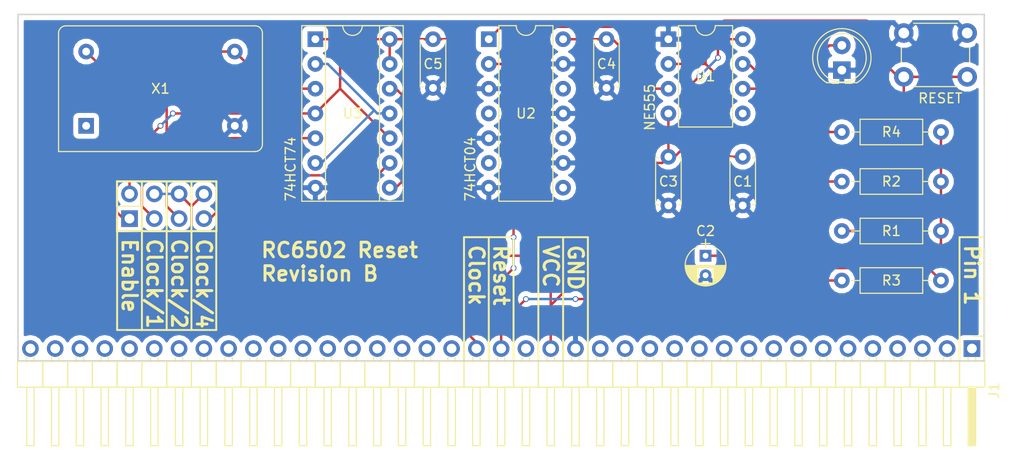
<source format=kicad_pcb>
(kicad_pcb (version 4) (host pcbnew 4.0.6)

  (general
    (links 55)
    (no_connects 0)
    (area 90.735 110.15 195.938572 156.675001)
    (thickness 1.6)
    (drawings 35)
    (tracks 160)
    (zones 0)
    (modules 17)
    (nets 15)
  )

  (page A4)
  (layers
    (0 F.Cu signal)
    (31 B.Cu signal)
    (32 B.Adhes user)
    (33 F.Adhes user)
    (34 B.Paste user)
    (35 F.Paste user)
    (36 B.SilkS user)
    (37 F.SilkS user)
    (38 B.Mask user)
    (39 F.Mask user)
    (40 Dwgs.User user)
    (41 Cmts.User user)
    (42 Eco1.User user)
    (43 Eco2.User user)
    (44 Edge.Cuts user)
    (45 Margin user)
    (46 B.CrtYd user)
    (47 F.CrtYd user)
    (48 B.Fab user)
    (49 F.Fab user)
  )

  (setup
    (last_trace_width 0.25)
    (trace_clearance 0.2)
    (zone_clearance 0.508)
    (zone_45_only no)
    (trace_min 0.2)
    (segment_width 0.2)
    (edge_width 0.15)
    (via_size 0.6)
    (via_drill 0.4)
    (via_min_size 0.4)
    (via_min_drill 0.3)
    (uvia_size 0.3)
    (uvia_drill 0.1)
    (uvias_allowed no)
    (uvia_min_size 0.2)
    (uvia_min_drill 0.1)
    (pcb_text_width 0.3)
    (pcb_text_size 1.5 1.5)
    (mod_edge_width 0.15)
    (mod_text_size 1 1)
    (mod_text_width 0.15)
    (pad_size 1.524 1.524)
    (pad_drill 0.762)
    (pad_to_mask_clearance 0.2)
    (aux_axis_origin 0 0)
    (visible_elements 7FFFFFFF)
    (pcbplotparams
      (layerselection 0x011fc_80000001)
      (usegerberextensions true)
      (excludeedgelayer true)
      (linewidth 0.100000)
      (plotframeref false)
      (viasonmask false)
      (mode 1)
      (useauxorigin false)
      (hpglpennumber 1)
      (hpglpenspeed 20)
      (hpglpendiameter 15)
      (hpglpenoverlay 2)
      (psnegative false)
      (psa4output false)
      (plotreference true)
      (plotvalue true)
      (plotinvisibletext false)
      (padsonsilk false)
      (subtractmaskfromsilk false)
      (outputformat 1)
      (mirror false)
      (drillshape 0)
      (scaleselection 1)
      (outputdirectory export/))
  )

  (net 0 "")
  (net 1 "Net-(C1-Pad1)")
  (net 2 GND)
  (net 3 "Net-(C2-Pad1)")
  (net 4 VCC)
  (net 5 RESET)
  (net 6 "Net-(U1-Pad3)")
  (net 7 CLOCK)
  (net 8 CLOCK/1)
  (net 9 CLOCK/2)
  (net 10 CLOCK/4)
  (net 11 "Net-(U3-Pad12)")
  (net 12 "Net-(U3-Pad11)")
  (net 13 "Net-(J2-Pad1)")
  (net 14 "Net-(D1-Pad2)")

  (net_class Default "This is the default net class."
    (clearance 0.2)
    (trace_width 0.25)
    (via_dia 0.6)
    (via_drill 0.4)
    (uvia_dia 0.3)
    (uvia_drill 0.1)
    (add_net CLOCK)
    (add_net CLOCK/1)
    (add_net CLOCK/2)
    (add_net CLOCK/4)
    (add_net GND)
    (add_net "Net-(C1-Pad1)")
    (add_net "Net-(C2-Pad1)")
    (add_net "Net-(D1-Pad2)")
    (add_net "Net-(J2-Pad1)")
    (add_net "Net-(U1-Pad3)")
    (add_net "Net-(U3-Pad11)")
    (add_net "Net-(U3-Pad12)")
    (add_net RESET)
    (add_net VCC)
  )

  (module Resistors_THT:R_Axial_DIN0207_L6.3mm_D2.5mm_P10.16mm_Horizontal (layer F.Cu) (tedit 593C2F6D) (tstamp 5909EF28)
    (at 187.325 133.985 180)
    (descr "Resistor, Axial_DIN0207 series, Axial, Horizontal, pin pitch=10.16mm, 0.25W = 1/4W, length*diameter=6.3*2.5mm^2, http://cdn-reichelt.de/documents/datenblatt/B400/1_4W%23YAG.pdf")
    (tags "Resistor Axial_DIN0207 series Axial Horizontal pin pitch 10.16mm 0.25W = 1/4W length 6.3mm diameter 2.5mm")
    (path /5909CC66)
    (fp_text reference R1 (at 5.08 0 180) (layer F.SilkS)
      (effects (font (size 1 1) (thickness 0.15)))
    )
    (fp_text value 1M (at -6.985 0 180) (layer F.Fab)
      (effects (font (size 1 1) (thickness 0.15)))
    )
    (fp_line (start 1.93 -1.25) (end 1.93 1.25) (layer F.Fab) (width 0.1))
    (fp_line (start 1.93 1.25) (end 8.23 1.25) (layer F.Fab) (width 0.1))
    (fp_line (start 8.23 1.25) (end 8.23 -1.25) (layer F.Fab) (width 0.1))
    (fp_line (start 8.23 -1.25) (end 1.93 -1.25) (layer F.Fab) (width 0.1))
    (fp_line (start 0 0) (end 1.93 0) (layer F.Fab) (width 0.1))
    (fp_line (start 10.16 0) (end 8.23 0) (layer F.Fab) (width 0.1))
    (fp_line (start 1.87 -1.31) (end 1.87 1.31) (layer F.SilkS) (width 0.12))
    (fp_line (start 1.87 1.31) (end 8.29 1.31) (layer F.SilkS) (width 0.12))
    (fp_line (start 8.29 1.31) (end 8.29 -1.31) (layer F.SilkS) (width 0.12))
    (fp_line (start 8.29 -1.31) (end 1.87 -1.31) (layer F.SilkS) (width 0.12))
    (fp_line (start 0.98 0) (end 1.87 0) (layer F.SilkS) (width 0.12))
    (fp_line (start 9.18 0) (end 8.29 0) (layer F.SilkS) (width 0.12))
    (fp_line (start -1.05 -1.6) (end -1.05 1.6) (layer F.CrtYd) (width 0.05))
    (fp_line (start -1.05 1.6) (end 11.25 1.6) (layer F.CrtYd) (width 0.05))
    (fp_line (start 11.25 1.6) (end 11.25 -1.6) (layer F.CrtYd) (width 0.05))
    (fp_line (start 11.25 -1.6) (end -1.05 -1.6) (layer F.CrtYd) (width 0.05))
    (pad 1 thru_hole circle (at 0 0 180) (size 1.6 1.6) (drill 0.8) (layers *.Cu *.Mask)
      (net 4 VCC))
    (pad 2 thru_hole oval (at 10.16 0 180) (size 1.6 1.6) (drill 0.8) (layers *.Cu *.Mask)
      (net 1 "Net-(C1-Pad1)"))
    (model Resistors_THT.3dshapes/R_Axial_DIN0207_L6.3mm_D2.5mm_P10.16mm_Horizontal.wrl
      (at (xyz 0 0 0))
      (scale (xyz 0.393701 0.393701 0.393701))
      (rotate (xyz 0 0 0))
    )
  )

  (module Resistors_THT:R_Axial_DIN0207_L6.3mm_D2.5mm_P10.16mm_Horizontal (layer F.Cu) (tedit 593C2F70) (tstamp 5909EF2E)
    (at 187.325 128.905 180)
    (descr "Resistor, Axial_DIN0207 series, Axial, Horizontal, pin pitch=10.16mm, 0.25W = 1/4W, length*diameter=6.3*2.5mm^2, http://cdn-reichelt.de/documents/datenblatt/B400/1_4W%23YAG.pdf")
    (tags "Resistor Axial_DIN0207 series Axial Horizontal pin pitch 10.16mm 0.25W = 1/4W length 6.3mm diameter 2.5mm")
    (path /5909D4EB)
    (fp_text reference R2 (at 5.08 0 180) (layer F.SilkS)
      (effects (font (size 1 1) (thickness 0.15)))
    )
    (fp_text value 47k (at -6.985 0 180) (layer F.Fab)
      (effects (font (size 1 1) (thickness 0.15)))
    )
    (fp_line (start 1.93 -1.25) (end 1.93 1.25) (layer F.Fab) (width 0.1))
    (fp_line (start 1.93 1.25) (end 8.23 1.25) (layer F.Fab) (width 0.1))
    (fp_line (start 8.23 1.25) (end 8.23 -1.25) (layer F.Fab) (width 0.1))
    (fp_line (start 8.23 -1.25) (end 1.93 -1.25) (layer F.Fab) (width 0.1))
    (fp_line (start 0 0) (end 1.93 0) (layer F.Fab) (width 0.1))
    (fp_line (start 10.16 0) (end 8.23 0) (layer F.Fab) (width 0.1))
    (fp_line (start 1.87 -1.31) (end 1.87 1.31) (layer F.SilkS) (width 0.12))
    (fp_line (start 1.87 1.31) (end 8.29 1.31) (layer F.SilkS) (width 0.12))
    (fp_line (start 8.29 1.31) (end 8.29 -1.31) (layer F.SilkS) (width 0.12))
    (fp_line (start 8.29 -1.31) (end 1.87 -1.31) (layer F.SilkS) (width 0.12))
    (fp_line (start 0.98 0) (end 1.87 0) (layer F.SilkS) (width 0.12))
    (fp_line (start 9.18 0) (end 8.29 0) (layer F.SilkS) (width 0.12))
    (fp_line (start -1.05 -1.6) (end -1.05 1.6) (layer F.CrtYd) (width 0.05))
    (fp_line (start -1.05 1.6) (end 11.25 1.6) (layer F.CrtYd) (width 0.05))
    (fp_line (start 11.25 1.6) (end 11.25 -1.6) (layer F.CrtYd) (width 0.05))
    (fp_line (start 11.25 -1.6) (end -1.05 -1.6) (layer F.CrtYd) (width 0.05))
    (pad 1 thru_hole circle (at 0 0 180) (size 1.6 1.6) (drill 0.8) (layers *.Cu *.Mask)
      (net 4 VCC))
    (pad 2 thru_hole oval (at 10.16 0 180) (size 1.6 1.6) (drill 0.8) (layers *.Cu *.Mask)
      (net 3 "Net-(C2-Pad1)"))
    (model Resistors_THT.3dshapes/R_Axial_DIN0207_L6.3mm_D2.5mm_P10.16mm_Horizontal.wrl
      (at (xyz 0 0 0))
      (scale (xyz 0.393701 0.393701 0.393701))
      (rotate (xyz 0 0 0))
    )
  )

  (module Buttons_Switches_THT:SW_PUSH_6mm (layer F.Cu) (tedit 593C30AE) (tstamp 5909EF36)
    (at 183.515 113.665)
    (descr https://www.omron.com/ecb/products/pdf/en-b3f.pdf)
    (tags "tact sw push 6mm")
    (path /5909ECDD)
    (fp_text reference SW1 (at 3.175 -2.54) (layer F.Fab)
      (effects (font (size 1 1) (thickness 0.15)))
    )
    (fp_text value RESET (at 3.75 6.7) (layer F.SilkS)
      (effects (font (size 1 1) (thickness 0.15)))
    )
    (fp_line (start 3.25 -0.75) (end 6.25 -0.75) (layer F.Fab) (width 0.1))
    (fp_line (start 6.25 -0.75) (end 6.25 5.25) (layer F.Fab) (width 0.1))
    (fp_line (start 6.25 5.25) (end 0.25 5.25) (layer F.Fab) (width 0.1))
    (fp_line (start 0.25 5.25) (end 0.25 -0.75) (layer F.Fab) (width 0.1))
    (fp_line (start 0.25 -0.75) (end 3.25 -0.75) (layer F.Fab) (width 0.1))
    (fp_line (start 7.75 6) (end 8 6) (layer F.CrtYd) (width 0.05))
    (fp_line (start 8 6) (end 8 5.75) (layer F.CrtYd) (width 0.05))
    (fp_line (start 7.75 -1.5) (end 8 -1.5) (layer F.CrtYd) (width 0.05))
    (fp_line (start 8 -1.5) (end 8 -1.25) (layer F.CrtYd) (width 0.05))
    (fp_line (start -1.5 -1.25) (end -1.5 -1.5) (layer F.CrtYd) (width 0.05))
    (fp_line (start -1.5 -1.5) (end -1.25 -1.5) (layer F.CrtYd) (width 0.05))
    (fp_line (start -1.5 5.75) (end -1.5 6) (layer F.CrtYd) (width 0.05))
    (fp_line (start -1.5 6) (end -1.25 6) (layer F.CrtYd) (width 0.05))
    (fp_line (start -1.25 -1.5) (end 7.75 -1.5) (layer F.CrtYd) (width 0.05))
    (fp_line (start -1.5 5.75) (end -1.5 -1.25) (layer F.CrtYd) (width 0.05))
    (fp_line (start 7.75 6) (end -1.25 6) (layer F.CrtYd) (width 0.05))
    (fp_line (start 8 -1.25) (end 8 5.75) (layer F.CrtYd) (width 0.05))
    (fp_line (start 1 5.5) (end 5.5 5.5) (layer F.SilkS) (width 0.12))
    (fp_line (start -0.25 1.5) (end -0.25 3) (layer F.SilkS) (width 0.12))
    (fp_line (start 5.5 -1) (end 1 -1) (layer F.SilkS) (width 0.12))
    (fp_line (start 6.75 3) (end 6.75 1.5) (layer F.SilkS) (width 0.12))
    (fp_circle (center 3.25 2.25) (end 1.25 2.5) (layer F.Fab) (width 0.1))
    (pad 2 thru_hole circle (at 0 4.5 90) (size 2 2) (drill 1.1) (layers *.Cu *.Mask)
      (net 1 "Net-(C1-Pad1)"))
    (pad 1 thru_hole circle (at 0 0 90) (size 2 2) (drill 1.1) (layers *.Cu *.Mask)
      (net 2 GND))
    (pad 2 thru_hole circle (at 6.5 4.5 90) (size 2 2) (drill 1.1) (layers *.Cu *.Mask)
      (net 1 "Net-(C1-Pad1)"))
    (pad 1 thru_hole circle (at 6.5 0 90) (size 2 2) (drill 1.1) (layers *.Cu *.Mask)
      (net 2 GND))
    (model Buttons_Switches_THT.3dshapes/SW_PUSH_6mm.wrl
      (at (xyz 0.005 0 0))
      (scale (xyz 0.3937 0.3937 0.3937))
      (rotate (xyz 0 0 0))
    )
  )

  (module Housings_DIP:DIP-8_W7.62mm (layer F.Cu) (tedit 593C2368) (tstamp 5909EF42)
    (at 159.385 114.3)
    (descr "8-lead dip package, row spacing 7.62 mm (300 mils)")
    (tags "DIL DIP PDIP 2.54mm 7.62mm 300mil")
    (path /590A44E3)
    (fp_text reference U1 (at 3.81 3.81 180) (layer F.SilkS)
      (effects (font (size 1 1) (thickness 0.15)))
    )
    (fp_text value NE555 (at -1.905 6.985 90) (layer F.SilkS)
      (effects (font (size 1 1) (thickness 0.15)))
    )
    (fp_text user %R (at 3.81 3.81 180) (layer F.Fab)
      (effects (font (size 1 1) (thickness 0.15)))
    )
    (fp_line (start 1.635 -1.27) (end 6.985 -1.27) (layer F.Fab) (width 0.1))
    (fp_line (start 6.985 -1.27) (end 6.985 8.89) (layer F.Fab) (width 0.1))
    (fp_line (start 6.985 8.89) (end 0.635 8.89) (layer F.Fab) (width 0.1))
    (fp_line (start 0.635 8.89) (end 0.635 -0.27) (layer F.Fab) (width 0.1))
    (fp_line (start 0.635 -0.27) (end 1.635 -1.27) (layer F.Fab) (width 0.1))
    (fp_line (start 2.81 -1.39) (end 1.04 -1.39) (layer F.SilkS) (width 0.12))
    (fp_line (start 1.04 -1.39) (end 1.04 9.01) (layer F.SilkS) (width 0.12))
    (fp_line (start 1.04 9.01) (end 6.58 9.01) (layer F.SilkS) (width 0.12))
    (fp_line (start 6.58 9.01) (end 6.58 -1.39) (layer F.SilkS) (width 0.12))
    (fp_line (start 6.58 -1.39) (end 4.81 -1.39) (layer F.SilkS) (width 0.12))
    (fp_line (start -1.1 -1.6) (end -1.1 9.2) (layer F.CrtYd) (width 0.05))
    (fp_line (start -1.1 9.2) (end 8.7 9.2) (layer F.CrtYd) (width 0.05))
    (fp_line (start 8.7 9.2) (end 8.7 -1.6) (layer F.CrtYd) (width 0.05))
    (fp_line (start 8.7 -1.6) (end -1.1 -1.6) (layer F.CrtYd) (width 0.05))
    (fp_arc (start 3.81 -1.39) (end 2.81 -1.39) (angle -180) (layer F.SilkS) (width 0.12))
    (pad 1 thru_hole rect (at 0 0) (size 1.6 1.6) (drill 0.8) (layers *.Cu *.Mask)
      (net 2 GND))
    (pad 5 thru_hole oval (at 7.62 7.62) (size 1.6 1.6) (drill 0.8) (layers *.Cu *.Mask))
    (pad 2 thru_hole oval (at 0 2.54) (size 1.6 1.6) (drill 0.8) (layers *.Cu *.Mask)
      (net 1 "Net-(C1-Pad1)"))
    (pad 6 thru_hole oval (at 7.62 5.08) (size 1.6 1.6) (drill 0.8) (layers *.Cu *.Mask)
      (net 3 "Net-(C2-Pad1)"))
    (pad 3 thru_hole oval (at 0 5.08) (size 1.6 1.6) (drill 0.8) (layers *.Cu *.Mask)
      (net 6 "Net-(U1-Pad3)"))
    (pad 7 thru_hole oval (at 7.62 2.54) (size 1.6 1.6) (drill 0.8) (layers *.Cu *.Mask)
      (net 3 "Net-(C2-Pad1)"))
    (pad 4 thru_hole oval (at 0 7.62) (size 1.6 1.6) (drill 0.8) (layers *.Cu *.Mask)
      (net 4 VCC))
    (pad 8 thru_hole oval (at 7.62 0) (size 1.6 1.6) (drill 0.8) (layers *.Cu *.Mask)
      (net 4 VCC))
    (model Housings_DIP.3dshapes/DIP-8_W7.62mm.wrl
      (at (xyz 0 0 0))
      (scale (xyz 1 1 1))
      (rotate (xyz 0 0 0))
    )
  )

  (module Housings_DIP:DIP-14_W7.62mm (layer F.Cu) (tedit 593C23C5) (tstamp 5909EF54)
    (at 140.97 114.3)
    (descr "14-lead dip package, row spacing 7.62 mm (300 mils)")
    (tags "DIL DIP PDIP 2.54mm 7.62mm 300mil")
    (path /5909E441)
    (fp_text reference U2 (at 3.81 7.62) (layer F.SilkS)
      (effects (font (size 1 1) (thickness 0.15)))
    )
    (fp_text value 74HCT04 (at -1.905 13.335 90) (layer F.SilkS)
      (effects (font (size 1 1) (thickness 0.15)))
    )
    (fp_text user %R (at 3.81 7.62 180) (layer F.Fab)
      (effects (font (size 1 1) (thickness 0.15)))
    )
    (fp_line (start 1.635 -1.27) (end 6.985 -1.27) (layer F.Fab) (width 0.1))
    (fp_line (start 6.985 -1.27) (end 6.985 16.51) (layer F.Fab) (width 0.1))
    (fp_line (start 6.985 16.51) (end 0.635 16.51) (layer F.Fab) (width 0.1))
    (fp_line (start 0.635 16.51) (end 0.635 -0.27) (layer F.Fab) (width 0.1))
    (fp_line (start 0.635 -0.27) (end 1.635 -1.27) (layer F.Fab) (width 0.1))
    (fp_line (start 2.81 -1.39) (end 1.04 -1.39) (layer F.SilkS) (width 0.12))
    (fp_line (start 1.04 -1.39) (end 1.04 16.63) (layer F.SilkS) (width 0.12))
    (fp_line (start 1.04 16.63) (end 6.58 16.63) (layer F.SilkS) (width 0.12))
    (fp_line (start 6.58 16.63) (end 6.58 -1.39) (layer F.SilkS) (width 0.12))
    (fp_line (start 6.58 -1.39) (end 4.81 -1.39) (layer F.SilkS) (width 0.12))
    (fp_line (start -1.1 -1.6) (end -1.1 16.8) (layer F.CrtYd) (width 0.05))
    (fp_line (start -1.1 16.8) (end 8.7 16.8) (layer F.CrtYd) (width 0.05))
    (fp_line (start 8.7 16.8) (end 8.7 -1.6) (layer F.CrtYd) (width 0.05))
    (fp_line (start 8.7 -1.6) (end -1.1 -1.6) (layer F.CrtYd) (width 0.05))
    (fp_arc (start 3.81 -1.39) (end 2.81 -1.39) (angle -180) (layer F.SilkS) (width 0.12))
    (pad 1 thru_hole rect (at 0 0) (size 1.6 1.6) (drill 0.8) (layers *.Cu *.Mask)
      (net 6 "Net-(U1-Pad3)"))
    (pad 8 thru_hole oval (at 7.62 15.24) (size 1.6 1.6) (drill 0.8) (layers *.Cu *.Mask))
    (pad 2 thru_hole oval (at 0 2.54) (size 1.6 1.6) (drill 0.8) (layers *.Cu *.Mask)
      (net 5 RESET))
    (pad 9 thru_hole oval (at 7.62 12.7) (size 1.6 1.6) (drill 0.8) (layers *.Cu *.Mask)
      (net 2 GND))
    (pad 3 thru_hole oval (at 0 5.08) (size 1.6 1.6) (drill 0.8) (layers *.Cu *.Mask)
      (net 2 GND))
    (pad 10 thru_hole oval (at 7.62 10.16) (size 1.6 1.6) (drill 0.8) (layers *.Cu *.Mask))
    (pad 4 thru_hole oval (at 0 7.62) (size 1.6 1.6) (drill 0.8) (layers *.Cu *.Mask))
    (pad 11 thru_hole oval (at 7.62 7.62) (size 1.6 1.6) (drill 0.8) (layers *.Cu *.Mask)
      (net 2 GND))
    (pad 5 thru_hole oval (at 0 10.16) (size 1.6 1.6) (drill 0.8) (layers *.Cu *.Mask)
      (net 2 GND))
    (pad 12 thru_hole oval (at 7.62 5.08) (size 1.6 1.6) (drill 0.8) (layers *.Cu *.Mask))
    (pad 6 thru_hole oval (at 0 12.7) (size 1.6 1.6) (drill 0.8) (layers *.Cu *.Mask))
    (pad 13 thru_hole oval (at 7.62 2.54) (size 1.6 1.6) (drill 0.8) (layers *.Cu *.Mask)
      (net 2 GND))
    (pad 7 thru_hole oval (at 0 15.24) (size 1.6 1.6) (drill 0.8) (layers *.Cu *.Mask)
      (net 2 GND))
    (pad 14 thru_hole oval (at 7.62 0) (size 1.6 1.6) (drill 0.8) (layers *.Cu *.Mask)
      (net 4 VCC))
    (model Housings_DIP.3dshapes/DIP-14_W7.62mm.wrl
      (at (xyz 0 0 0))
      (scale (xyz 1 1 1))
      (rotate (xyz 0 0 0))
    )
  )

  (module Capacitors_THT:CP_Radial_D4.0mm_P2.00mm (layer F.Cu) (tedit 591A0EE4) (tstamp 5909F287)
    (at 163.195 136.525 270)
    (descr "CP, Radial series, Radial, pin pitch=2.00mm, , diameter=4mm, Electrolytic Capacitor")
    (tags "CP Radial series Radial pin pitch 2.00mm  diameter 4mm Electrolytic Capacitor")
    (path /5909D5AC)
    (fp_text reference C2 (at -2.54 0 360) (layer F.SilkS)
      (effects (font (size 1 1) (thickness 0.15)))
    )
    (fp_text value 10uF (at 4.445 0 360) (layer F.Fab)
      (effects (font (size 1 1) (thickness 0.15)))
    )
    (fp_arc (start 1 0) (end -0.938995 -0.78) (angle 136.2) (layer F.SilkS) (width 0.12))
    (fp_arc (start 1 0) (end -0.938995 0.78) (angle -136.2) (layer F.SilkS) (width 0.12))
    (fp_arc (start 1 0) (end 2.938995 -0.78) (angle 43.8) (layer F.SilkS) (width 0.12))
    (fp_circle (center 1 0) (end 3 0) (layer F.Fab) (width 0.1))
    (fp_line (start -1.7 0) (end -0.8 0) (layer F.Fab) (width 0.1))
    (fp_line (start -1.25 -0.45) (end -1.25 0.45) (layer F.Fab) (width 0.1))
    (fp_line (start 1 -2.05) (end 1 2.05) (layer F.SilkS) (width 0.12))
    (fp_line (start 1.04 -2.05) (end 1.04 2.05) (layer F.SilkS) (width 0.12))
    (fp_line (start 1.08 -2.049) (end 1.08 2.049) (layer F.SilkS) (width 0.12))
    (fp_line (start 1.12 -2.047) (end 1.12 2.047) (layer F.SilkS) (width 0.12))
    (fp_line (start 1.16 -2.044) (end 1.16 2.044) (layer F.SilkS) (width 0.12))
    (fp_line (start 1.2 -2.041) (end 1.2 2.041) (layer F.SilkS) (width 0.12))
    (fp_line (start 1.24 -2.037) (end 1.24 -0.78) (layer F.SilkS) (width 0.12))
    (fp_line (start 1.24 0.78) (end 1.24 2.037) (layer F.SilkS) (width 0.12))
    (fp_line (start 1.28 -2.032) (end 1.28 -0.78) (layer F.SilkS) (width 0.12))
    (fp_line (start 1.28 0.78) (end 1.28 2.032) (layer F.SilkS) (width 0.12))
    (fp_line (start 1.32 -2.026) (end 1.32 -0.78) (layer F.SilkS) (width 0.12))
    (fp_line (start 1.32 0.78) (end 1.32 2.026) (layer F.SilkS) (width 0.12))
    (fp_line (start 1.36 -2.019) (end 1.36 -0.78) (layer F.SilkS) (width 0.12))
    (fp_line (start 1.36 0.78) (end 1.36 2.019) (layer F.SilkS) (width 0.12))
    (fp_line (start 1.4 -2.012) (end 1.4 -0.78) (layer F.SilkS) (width 0.12))
    (fp_line (start 1.4 0.78) (end 1.4 2.012) (layer F.SilkS) (width 0.12))
    (fp_line (start 1.44 -2.004) (end 1.44 -0.78) (layer F.SilkS) (width 0.12))
    (fp_line (start 1.44 0.78) (end 1.44 2.004) (layer F.SilkS) (width 0.12))
    (fp_line (start 1.48 -1.995) (end 1.48 -0.78) (layer F.SilkS) (width 0.12))
    (fp_line (start 1.48 0.78) (end 1.48 1.995) (layer F.SilkS) (width 0.12))
    (fp_line (start 1.52 -1.985) (end 1.52 -0.78) (layer F.SilkS) (width 0.12))
    (fp_line (start 1.52 0.78) (end 1.52 1.985) (layer F.SilkS) (width 0.12))
    (fp_line (start 1.56 -1.974) (end 1.56 -0.78) (layer F.SilkS) (width 0.12))
    (fp_line (start 1.56 0.78) (end 1.56 1.974) (layer F.SilkS) (width 0.12))
    (fp_line (start 1.6 -1.963) (end 1.6 -0.78) (layer F.SilkS) (width 0.12))
    (fp_line (start 1.6 0.78) (end 1.6 1.963) (layer F.SilkS) (width 0.12))
    (fp_line (start 1.64 -1.95) (end 1.64 -0.78) (layer F.SilkS) (width 0.12))
    (fp_line (start 1.64 0.78) (end 1.64 1.95) (layer F.SilkS) (width 0.12))
    (fp_line (start 1.68 -1.937) (end 1.68 -0.78) (layer F.SilkS) (width 0.12))
    (fp_line (start 1.68 0.78) (end 1.68 1.937) (layer F.SilkS) (width 0.12))
    (fp_line (start 1.721 -1.923) (end 1.721 -0.78) (layer F.SilkS) (width 0.12))
    (fp_line (start 1.721 0.78) (end 1.721 1.923) (layer F.SilkS) (width 0.12))
    (fp_line (start 1.761 -1.907) (end 1.761 -0.78) (layer F.SilkS) (width 0.12))
    (fp_line (start 1.761 0.78) (end 1.761 1.907) (layer F.SilkS) (width 0.12))
    (fp_line (start 1.801 -1.891) (end 1.801 -0.78) (layer F.SilkS) (width 0.12))
    (fp_line (start 1.801 0.78) (end 1.801 1.891) (layer F.SilkS) (width 0.12))
    (fp_line (start 1.841 -1.874) (end 1.841 -0.78) (layer F.SilkS) (width 0.12))
    (fp_line (start 1.841 0.78) (end 1.841 1.874) (layer F.SilkS) (width 0.12))
    (fp_line (start 1.881 -1.856) (end 1.881 -0.78) (layer F.SilkS) (width 0.12))
    (fp_line (start 1.881 0.78) (end 1.881 1.856) (layer F.SilkS) (width 0.12))
    (fp_line (start 1.921 -1.837) (end 1.921 -0.78) (layer F.SilkS) (width 0.12))
    (fp_line (start 1.921 0.78) (end 1.921 1.837) (layer F.SilkS) (width 0.12))
    (fp_line (start 1.961 -1.817) (end 1.961 -0.78) (layer F.SilkS) (width 0.12))
    (fp_line (start 1.961 0.78) (end 1.961 1.817) (layer F.SilkS) (width 0.12))
    (fp_line (start 2.001 -1.796) (end 2.001 -0.78) (layer F.SilkS) (width 0.12))
    (fp_line (start 2.001 0.78) (end 2.001 1.796) (layer F.SilkS) (width 0.12))
    (fp_line (start 2.041 -1.773) (end 2.041 -0.78) (layer F.SilkS) (width 0.12))
    (fp_line (start 2.041 0.78) (end 2.041 1.773) (layer F.SilkS) (width 0.12))
    (fp_line (start 2.081 -1.75) (end 2.081 -0.78) (layer F.SilkS) (width 0.12))
    (fp_line (start 2.081 0.78) (end 2.081 1.75) (layer F.SilkS) (width 0.12))
    (fp_line (start 2.121 -1.725) (end 2.121 -0.78) (layer F.SilkS) (width 0.12))
    (fp_line (start 2.121 0.78) (end 2.121 1.725) (layer F.SilkS) (width 0.12))
    (fp_line (start 2.161 -1.699) (end 2.161 -0.78) (layer F.SilkS) (width 0.12))
    (fp_line (start 2.161 0.78) (end 2.161 1.699) (layer F.SilkS) (width 0.12))
    (fp_line (start 2.201 -1.672) (end 2.201 -0.78) (layer F.SilkS) (width 0.12))
    (fp_line (start 2.201 0.78) (end 2.201 1.672) (layer F.SilkS) (width 0.12))
    (fp_line (start 2.241 -1.643) (end 2.241 -0.78) (layer F.SilkS) (width 0.12))
    (fp_line (start 2.241 0.78) (end 2.241 1.643) (layer F.SilkS) (width 0.12))
    (fp_line (start 2.281 -1.613) (end 2.281 -0.78) (layer F.SilkS) (width 0.12))
    (fp_line (start 2.281 0.78) (end 2.281 1.613) (layer F.SilkS) (width 0.12))
    (fp_line (start 2.321 -1.581) (end 2.321 -0.78) (layer F.SilkS) (width 0.12))
    (fp_line (start 2.321 0.78) (end 2.321 1.581) (layer F.SilkS) (width 0.12))
    (fp_line (start 2.361 -1.547) (end 2.361 -0.78) (layer F.SilkS) (width 0.12))
    (fp_line (start 2.361 0.78) (end 2.361 1.547) (layer F.SilkS) (width 0.12))
    (fp_line (start 2.401 -1.512) (end 2.401 -0.78) (layer F.SilkS) (width 0.12))
    (fp_line (start 2.401 0.78) (end 2.401 1.512) (layer F.SilkS) (width 0.12))
    (fp_line (start 2.441 -1.475) (end 2.441 -0.78) (layer F.SilkS) (width 0.12))
    (fp_line (start 2.441 0.78) (end 2.441 1.475) (layer F.SilkS) (width 0.12))
    (fp_line (start 2.481 -1.436) (end 2.481 -0.78) (layer F.SilkS) (width 0.12))
    (fp_line (start 2.481 0.78) (end 2.481 1.436) (layer F.SilkS) (width 0.12))
    (fp_line (start 2.521 -1.395) (end 2.521 -0.78) (layer F.SilkS) (width 0.12))
    (fp_line (start 2.521 0.78) (end 2.521 1.395) (layer F.SilkS) (width 0.12))
    (fp_line (start 2.561 -1.351) (end 2.561 -0.78) (layer F.SilkS) (width 0.12))
    (fp_line (start 2.561 0.78) (end 2.561 1.351) (layer F.SilkS) (width 0.12))
    (fp_line (start 2.601 -1.305) (end 2.601 -0.78) (layer F.SilkS) (width 0.12))
    (fp_line (start 2.601 0.78) (end 2.601 1.305) (layer F.SilkS) (width 0.12))
    (fp_line (start 2.641 -1.256) (end 2.641 -0.78) (layer F.SilkS) (width 0.12))
    (fp_line (start 2.641 0.78) (end 2.641 1.256) (layer F.SilkS) (width 0.12))
    (fp_line (start 2.681 -1.204) (end 2.681 -0.78) (layer F.SilkS) (width 0.12))
    (fp_line (start 2.681 0.78) (end 2.681 1.204) (layer F.SilkS) (width 0.12))
    (fp_line (start 2.721 -1.148) (end 2.721 -0.78) (layer F.SilkS) (width 0.12))
    (fp_line (start 2.721 0.78) (end 2.721 1.148) (layer F.SilkS) (width 0.12))
    (fp_line (start 2.761 -1.088) (end 2.761 -0.78) (layer F.SilkS) (width 0.12))
    (fp_line (start 2.761 0.78) (end 2.761 1.088) (layer F.SilkS) (width 0.12))
    (fp_line (start 2.801 -1.023) (end 2.801 1.023) (layer F.SilkS) (width 0.12))
    (fp_line (start 2.841 -0.952) (end 2.841 0.952) (layer F.SilkS) (width 0.12))
    (fp_line (start 2.881 -0.874) (end 2.881 0.874) (layer F.SilkS) (width 0.12))
    (fp_line (start 2.921 -0.786) (end 2.921 0.786) (layer F.SilkS) (width 0.12))
    (fp_line (start 2.961 -0.686) (end 2.961 0.686) (layer F.SilkS) (width 0.12))
    (fp_line (start 3.001 -0.567) (end 3.001 0.567) (layer F.SilkS) (width 0.12))
    (fp_line (start 3.041 -0.415) (end 3.041 0.415) (layer F.SilkS) (width 0.12))
    (fp_line (start 3.081 -0.165) (end 3.081 0.165) (layer F.SilkS) (width 0.12))
    (fp_line (start -1.7 0) (end -0.8 0) (layer F.SilkS) (width 0.12))
    (fp_line (start -1.25 -0.45) (end -1.25 0.45) (layer F.SilkS) (width 0.12))
    (fp_line (start -1.35 -2.35) (end -1.35 2.35) (layer F.CrtYd) (width 0.05))
    (fp_line (start -1.35 2.35) (end 3.35 2.35) (layer F.CrtYd) (width 0.05))
    (fp_line (start 3.35 2.35) (end 3.35 -2.35) (layer F.CrtYd) (width 0.05))
    (fp_line (start 3.35 -2.35) (end -1.35 -2.35) (layer F.CrtYd) (width 0.05))
    (pad 1 thru_hole rect (at 0 0 270) (size 1.2 1.2) (drill 0.6) (layers *.Cu *.Mask)
      (net 3 "Net-(C2-Pad1)"))
    (pad 2 thru_hole circle (at 2 0 270) (size 1.2 1.2) (drill 0.6) (layers *.Cu *.Mask)
      (net 2 GND))
    (model Capacitors_THT.3dshapes/CP_Radial_D4.0mm_P2.00mm.wrl
      (at (xyz 0 0 0))
      (scale (xyz 0.393701 0.393701 0.393701))
      (rotate (xyz 0 0 0))
    )
  )

  (module Resistors_THT:R_Axial_DIN0207_L6.3mm_D2.5mm_P10.16mm_Horizontal (layer F.Cu) (tedit 593C2F74) (tstamp 5909F42C)
    (at 177.165 139.065)
    (descr "Resistor, Axial_DIN0207 series, Axial, Horizontal, pin pitch=10.16mm, 0.25W = 1/4W, length*diameter=6.3*2.5mm^2, http://cdn-reichelt.de/documents/datenblatt/B400/1_4W%23YAG.pdf")
    (tags "Resistor Axial_DIN0207 series Axial Horizontal pin pitch 10.16mm 0.25W = 1/4W length 6.3mm diameter 2.5mm")
    (path /590A060A)
    (fp_text reference R3 (at 5.08 0) (layer F.SilkS)
      (effects (font (size 1 1) (thickness 0.15)))
    )
    (fp_text value 1k (at 17.145 0) (layer F.Fab)
      (effects (font (size 1 1) (thickness 0.15)))
    )
    (fp_line (start 1.93 -1.25) (end 1.93 1.25) (layer F.Fab) (width 0.1))
    (fp_line (start 1.93 1.25) (end 8.23 1.25) (layer F.Fab) (width 0.1))
    (fp_line (start 8.23 1.25) (end 8.23 -1.25) (layer F.Fab) (width 0.1))
    (fp_line (start 8.23 -1.25) (end 1.93 -1.25) (layer F.Fab) (width 0.1))
    (fp_line (start 0 0) (end 1.93 0) (layer F.Fab) (width 0.1))
    (fp_line (start 10.16 0) (end 8.23 0) (layer F.Fab) (width 0.1))
    (fp_line (start 1.87 -1.31) (end 1.87 1.31) (layer F.SilkS) (width 0.12))
    (fp_line (start 1.87 1.31) (end 8.29 1.31) (layer F.SilkS) (width 0.12))
    (fp_line (start 8.29 1.31) (end 8.29 -1.31) (layer F.SilkS) (width 0.12))
    (fp_line (start 8.29 -1.31) (end 1.87 -1.31) (layer F.SilkS) (width 0.12))
    (fp_line (start 0.98 0) (end 1.87 0) (layer F.SilkS) (width 0.12))
    (fp_line (start 9.18 0) (end 8.29 0) (layer F.SilkS) (width 0.12))
    (fp_line (start -1.05 -1.6) (end -1.05 1.6) (layer F.CrtYd) (width 0.05))
    (fp_line (start -1.05 1.6) (end 11.25 1.6) (layer F.CrtYd) (width 0.05))
    (fp_line (start 11.25 1.6) (end 11.25 -1.6) (layer F.CrtYd) (width 0.05))
    (fp_line (start 11.25 -1.6) (end -1.05 -1.6) (layer F.CrtYd) (width 0.05))
    (pad 1 thru_hole circle (at 0 0) (size 1.6 1.6) (drill 0.8) (layers *.Cu *.Mask)
      (net 5 RESET))
    (pad 2 thru_hole oval (at 10.16 0) (size 1.6 1.6) (drill 0.8) (layers *.Cu *.Mask)
      (net 4 VCC))
    (model Resistors_THT.3dshapes/R_Axial_DIN0207_L6.3mm_D2.5mm_P10.16mm_Horizontal.wrl
      (at (xyz 0 0 0))
      (scale (xyz 0.393701 0.393701 0.393701))
      (rotate (xyz 0 0 0))
    )
  )

  (module Oscillators:Oscillator_DIP-14 (layer F.Cu) (tedit 590A066A) (tstamp 590A0569)
    (at 99.695 123.19)
    (descr "Oscillator, DIP14, http://cdn-reichelt.de/documents/datenblatt/B400/OSZI.pdf")
    (tags oscillator)
    (path /590A1756)
    (fp_text reference X1 (at 7.62 -3.81) (layer F.SilkS)
      (effects (font (size 1 1) (thickness 0.15)))
    )
    (fp_text value 1MHz (at -3.81 -3.81 90) (layer F.Fab)
      (effects (font (size 1 1) (thickness 0.15)))
    )
    (fp_text user %R (at 7.62 -3.81) (layer F.Fab)
      (effects (font (size 1 1) (thickness 0.15)))
    )
    (fp_line (start 18.22 2.79) (end 18.22 -10.41) (layer F.CrtYd) (width 0.05))
    (fp_line (start 18.22 -10.41) (end -2.98 -10.41) (layer F.CrtYd) (width 0.05))
    (fp_line (start -2.98 -10.41) (end -2.98 2.79) (layer F.CrtYd) (width 0.05))
    (fp_line (start -2.98 2.79) (end 18.22 2.79) (layer F.CrtYd) (width 0.05))
    (fp_line (start 16.97 1.19) (end 16.97 -8.81) (layer F.Fab) (width 0.1))
    (fp_line (start -1.38 -9.16) (end 16.62 -9.16) (layer F.Fab) (width 0.1))
    (fp_line (start -1.73 1.54) (end -1.73 -8.81) (layer F.Fab) (width 0.1))
    (fp_line (start -1.73 1.54) (end 16.62 1.54) (layer F.Fab) (width 0.1))
    (fp_line (start -2.83 -9.51) (end -2.83 2.64) (layer F.SilkS) (width 0.12))
    (fp_line (start 17.32 -10.26) (end -2.08 -10.26) (layer F.SilkS) (width 0.12))
    (fp_line (start 18.07 1.89) (end 18.07 -9.51) (layer F.SilkS) (width 0.12))
    (fp_line (start -2.83 2.64) (end 17.32 2.64) (layer F.SilkS) (width 0.12))
    (fp_line (start -2.73 2.54) (end 17.32 2.54) (layer F.Fab) (width 0.1))
    (fp_line (start 17.97 -9.51) (end 17.97 1.89) (layer F.Fab) (width 0.1))
    (fp_line (start -2.08 -10.16) (end 17.32 -10.16) (layer F.Fab) (width 0.1))
    (fp_line (start -2.73 2.54) (end -2.73 -9.51) (layer F.Fab) (width 0.1))
    (fp_arc (start 16.62 1.19) (end 16.97 1.19) (angle 90) (layer F.Fab) (width 0.1))
    (fp_arc (start 16.62 -8.81) (end 16.62 -9.16) (angle 90) (layer F.Fab) (width 0.1))
    (fp_arc (start -1.38 -8.81) (end -1.73 -8.81) (angle 90) (layer F.Fab) (width 0.1))
    (fp_arc (start 17.32 1.89) (end 18.07 1.89) (angle 90) (layer F.SilkS) (width 0.12))
    (fp_arc (start 17.32 -9.51) (end 17.32 -10.26) (angle 90) (layer F.SilkS) (width 0.12))
    (fp_arc (start -2.08 -9.51) (end -2.83 -9.51) (angle 90) (layer F.SilkS) (width 0.12))
    (fp_arc (start 17.32 1.89) (end 17.97 1.89) (angle 90) (layer F.Fab) (width 0.1))
    (fp_arc (start 17.32 -9.51) (end 17.32 -10.16) (angle 90) (layer F.Fab) (width 0.1))
    (fp_arc (start -2.08 -9.51) (end -2.73 -9.51) (angle 90) (layer F.Fab) (width 0.1))
    (pad 1 thru_hole rect (at 0 0) (size 1.6 1.6) (drill 0.8) (layers *.Cu *.Mask))
    (pad 14 thru_hole circle (at 0 -7.62) (size 1.6 1.6) (drill 0.8) (layers *.Cu *.Mask)
      (net 13 "Net-(J2-Pad1)"))
    (pad 8 thru_hole circle (at 15.24 -7.62) (size 1.6 1.6) (drill 0.8) (layers *.Cu *.Mask)
      (net 8 CLOCK/1))
    (pad 7 thru_hole circle (at 15.24 0) (size 1.6 1.6) (drill 0.8) (layers *.Cu *.Mask)
      (net 2 GND))
    (model ${KISYS3DMOD}/Oscillators.3dshapes/Oscillator_DIP-14.wrl
      (at (xyz 0 0 0))
      (scale (xyz 0.3937 0.3937 0.3937))
      (rotate (xyz 0 0 0))
    )
  )

  (module Pin_Headers:Pin_Header_Angled_1x39_Pitch2.54mm (layer F.Cu) (tedit 58CD4EC5) (tstamp 590B9C44)
    (at 190.5 146.05 270)
    (descr "Through hole angled pin header, 1x39, 2.54mm pitch, 6mm pin length, single row")
    (tags "Through hole angled pin header THT 1x39 2.54mm single row")
    (path /590BF97A)
    (fp_text reference J1 (at 4.315 -2.27 270) (layer F.SilkS)
      (effects (font (size 1 1) (thickness 0.15)))
    )
    (fp_text value CONN_01X39 (at 4.315 98.79 270) (layer F.Fab)
      (effects (font (size 1 1) (thickness 0.15)))
    )
    (fp_line (start 1.4 -1.27) (end 1.4 1.27) (layer F.Fab) (width 0.1))
    (fp_line (start 1.4 1.27) (end 3.9 1.27) (layer F.Fab) (width 0.1))
    (fp_line (start 3.9 1.27) (end 3.9 -1.27) (layer F.Fab) (width 0.1))
    (fp_line (start 3.9 -1.27) (end 1.4 -1.27) (layer F.Fab) (width 0.1))
    (fp_line (start 0 -0.32) (end 0 0.32) (layer F.Fab) (width 0.1))
    (fp_line (start 0 0.32) (end 9.9 0.32) (layer F.Fab) (width 0.1))
    (fp_line (start 9.9 0.32) (end 9.9 -0.32) (layer F.Fab) (width 0.1))
    (fp_line (start 9.9 -0.32) (end 0 -0.32) (layer F.Fab) (width 0.1))
    (fp_line (start 1.4 1.27) (end 1.4 3.81) (layer F.Fab) (width 0.1))
    (fp_line (start 1.4 3.81) (end 3.9 3.81) (layer F.Fab) (width 0.1))
    (fp_line (start 3.9 3.81) (end 3.9 1.27) (layer F.Fab) (width 0.1))
    (fp_line (start 3.9 1.27) (end 1.4 1.27) (layer F.Fab) (width 0.1))
    (fp_line (start 0 2.22) (end 0 2.86) (layer F.Fab) (width 0.1))
    (fp_line (start 0 2.86) (end 9.9 2.86) (layer F.Fab) (width 0.1))
    (fp_line (start 9.9 2.86) (end 9.9 2.22) (layer F.Fab) (width 0.1))
    (fp_line (start 9.9 2.22) (end 0 2.22) (layer F.Fab) (width 0.1))
    (fp_line (start 1.4 3.81) (end 1.4 6.35) (layer F.Fab) (width 0.1))
    (fp_line (start 1.4 6.35) (end 3.9 6.35) (layer F.Fab) (width 0.1))
    (fp_line (start 3.9 6.35) (end 3.9 3.81) (layer F.Fab) (width 0.1))
    (fp_line (start 3.9 3.81) (end 1.4 3.81) (layer F.Fab) (width 0.1))
    (fp_line (start 0 4.76) (end 0 5.4) (layer F.Fab) (width 0.1))
    (fp_line (start 0 5.4) (end 9.9 5.4) (layer F.Fab) (width 0.1))
    (fp_line (start 9.9 5.4) (end 9.9 4.76) (layer F.Fab) (width 0.1))
    (fp_line (start 9.9 4.76) (end 0 4.76) (layer F.Fab) (width 0.1))
    (fp_line (start 1.4 6.35) (end 1.4 8.89) (layer F.Fab) (width 0.1))
    (fp_line (start 1.4 8.89) (end 3.9 8.89) (layer F.Fab) (width 0.1))
    (fp_line (start 3.9 8.89) (end 3.9 6.35) (layer F.Fab) (width 0.1))
    (fp_line (start 3.9 6.35) (end 1.4 6.35) (layer F.Fab) (width 0.1))
    (fp_line (start 0 7.3) (end 0 7.94) (layer F.Fab) (width 0.1))
    (fp_line (start 0 7.94) (end 9.9 7.94) (layer F.Fab) (width 0.1))
    (fp_line (start 9.9 7.94) (end 9.9 7.3) (layer F.Fab) (width 0.1))
    (fp_line (start 9.9 7.3) (end 0 7.3) (layer F.Fab) (width 0.1))
    (fp_line (start 1.4 8.89) (end 1.4 11.43) (layer F.Fab) (width 0.1))
    (fp_line (start 1.4 11.43) (end 3.9 11.43) (layer F.Fab) (width 0.1))
    (fp_line (start 3.9 11.43) (end 3.9 8.89) (layer F.Fab) (width 0.1))
    (fp_line (start 3.9 8.89) (end 1.4 8.89) (layer F.Fab) (width 0.1))
    (fp_line (start 0 9.84) (end 0 10.48) (layer F.Fab) (width 0.1))
    (fp_line (start 0 10.48) (end 9.9 10.48) (layer F.Fab) (width 0.1))
    (fp_line (start 9.9 10.48) (end 9.9 9.84) (layer F.Fab) (width 0.1))
    (fp_line (start 9.9 9.84) (end 0 9.84) (layer F.Fab) (width 0.1))
    (fp_line (start 1.4 11.43) (end 1.4 13.97) (layer F.Fab) (width 0.1))
    (fp_line (start 1.4 13.97) (end 3.9 13.97) (layer F.Fab) (width 0.1))
    (fp_line (start 3.9 13.97) (end 3.9 11.43) (layer F.Fab) (width 0.1))
    (fp_line (start 3.9 11.43) (end 1.4 11.43) (layer F.Fab) (width 0.1))
    (fp_line (start 0 12.38) (end 0 13.02) (layer F.Fab) (width 0.1))
    (fp_line (start 0 13.02) (end 9.9 13.02) (layer F.Fab) (width 0.1))
    (fp_line (start 9.9 13.02) (end 9.9 12.38) (layer F.Fab) (width 0.1))
    (fp_line (start 9.9 12.38) (end 0 12.38) (layer F.Fab) (width 0.1))
    (fp_line (start 1.4 13.97) (end 1.4 16.51) (layer F.Fab) (width 0.1))
    (fp_line (start 1.4 16.51) (end 3.9 16.51) (layer F.Fab) (width 0.1))
    (fp_line (start 3.9 16.51) (end 3.9 13.97) (layer F.Fab) (width 0.1))
    (fp_line (start 3.9 13.97) (end 1.4 13.97) (layer F.Fab) (width 0.1))
    (fp_line (start 0 14.92) (end 0 15.56) (layer F.Fab) (width 0.1))
    (fp_line (start 0 15.56) (end 9.9 15.56) (layer F.Fab) (width 0.1))
    (fp_line (start 9.9 15.56) (end 9.9 14.92) (layer F.Fab) (width 0.1))
    (fp_line (start 9.9 14.92) (end 0 14.92) (layer F.Fab) (width 0.1))
    (fp_line (start 1.4 16.51) (end 1.4 19.05) (layer F.Fab) (width 0.1))
    (fp_line (start 1.4 19.05) (end 3.9 19.05) (layer F.Fab) (width 0.1))
    (fp_line (start 3.9 19.05) (end 3.9 16.51) (layer F.Fab) (width 0.1))
    (fp_line (start 3.9 16.51) (end 1.4 16.51) (layer F.Fab) (width 0.1))
    (fp_line (start 0 17.46) (end 0 18.1) (layer F.Fab) (width 0.1))
    (fp_line (start 0 18.1) (end 9.9 18.1) (layer F.Fab) (width 0.1))
    (fp_line (start 9.9 18.1) (end 9.9 17.46) (layer F.Fab) (width 0.1))
    (fp_line (start 9.9 17.46) (end 0 17.46) (layer F.Fab) (width 0.1))
    (fp_line (start 1.4 19.05) (end 1.4 21.59) (layer F.Fab) (width 0.1))
    (fp_line (start 1.4 21.59) (end 3.9 21.59) (layer F.Fab) (width 0.1))
    (fp_line (start 3.9 21.59) (end 3.9 19.05) (layer F.Fab) (width 0.1))
    (fp_line (start 3.9 19.05) (end 1.4 19.05) (layer F.Fab) (width 0.1))
    (fp_line (start 0 20) (end 0 20.64) (layer F.Fab) (width 0.1))
    (fp_line (start 0 20.64) (end 9.9 20.64) (layer F.Fab) (width 0.1))
    (fp_line (start 9.9 20.64) (end 9.9 20) (layer F.Fab) (width 0.1))
    (fp_line (start 9.9 20) (end 0 20) (layer F.Fab) (width 0.1))
    (fp_line (start 1.4 21.59) (end 1.4 24.13) (layer F.Fab) (width 0.1))
    (fp_line (start 1.4 24.13) (end 3.9 24.13) (layer F.Fab) (width 0.1))
    (fp_line (start 3.9 24.13) (end 3.9 21.59) (layer F.Fab) (width 0.1))
    (fp_line (start 3.9 21.59) (end 1.4 21.59) (layer F.Fab) (width 0.1))
    (fp_line (start 0 22.54) (end 0 23.18) (layer F.Fab) (width 0.1))
    (fp_line (start 0 23.18) (end 9.9 23.18) (layer F.Fab) (width 0.1))
    (fp_line (start 9.9 23.18) (end 9.9 22.54) (layer F.Fab) (width 0.1))
    (fp_line (start 9.9 22.54) (end 0 22.54) (layer F.Fab) (width 0.1))
    (fp_line (start 1.4 24.13) (end 1.4 26.67) (layer F.Fab) (width 0.1))
    (fp_line (start 1.4 26.67) (end 3.9 26.67) (layer F.Fab) (width 0.1))
    (fp_line (start 3.9 26.67) (end 3.9 24.13) (layer F.Fab) (width 0.1))
    (fp_line (start 3.9 24.13) (end 1.4 24.13) (layer F.Fab) (width 0.1))
    (fp_line (start 0 25.08) (end 0 25.72) (layer F.Fab) (width 0.1))
    (fp_line (start 0 25.72) (end 9.9 25.72) (layer F.Fab) (width 0.1))
    (fp_line (start 9.9 25.72) (end 9.9 25.08) (layer F.Fab) (width 0.1))
    (fp_line (start 9.9 25.08) (end 0 25.08) (layer F.Fab) (width 0.1))
    (fp_line (start 1.4 26.67) (end 1.4 29.21) (layer F.Fab) (width 0.1))
    (fp_line (start 1.4 29.21) (end 3.9 29.21) (layer F.Fab) (width 0.1))
    (fp_line (start 3.9 29.21) (end 3.9 26.67) (layer F.Fab) (width 0.1))
    (fp_line (start 3.9 26.67) (end 1.4 26.67) (layer F.Fab) (width 0.1))
    (fp_line (start 0 27.62) (end 0 28.26) (layer F.Fab) (width 0.1))
    (fp_line (start 0 28.26) (end 9.9 28.26) (layer F.Fab) (width 0.1))
    (fp_line (start 9.9 28.26) (end 9.9 27.62) (layer F.Fab) (width 0.1))
    (fp_line (start 9.9 27.62) (end 0 27.62) (layer F.Fab) (width 0.1))
    (fp_line (start 1.4 29.21) (end 1.4 31.75) (layer F.Fab) (width 0.1))
    (fp_line (start 1.4 31.75) (end 3.9 31.75) (layer F.Fab) (width 0.1))
    (fp_line (start 3.9 31.75) (end 3.9 29.21) (layer F.Fab) (width 0.1))
    (fp_line (start 3.9 29.21) (end 1.4 29.21) (layer F.Fab) (width 0.1))
    (fp_line (start 0 30.16) (end 0 30.8) (layer F.Fab) (width 0.1))
    (fp_line (start 0 30.8) (end 9.9 30.8) (layer F.Fab) (width 0.1))
    (fp_line (start 9.9 30.8) (end 9.9 30.16) (layer F.Fab) (width 0.1))
    (fp_line (start 9.9 30.16) (end 0 30.16) (layer F.Fab) (width 0.1))
    (fp_line (start 1.4 31.75) (end 1.4 34.29) (layer F.Fab) (width 0.1))
    (fp_line (start 1.4 34.29) (end 3.9 34.29) (layer F.Fab) (width 0.1))
    (fp_line (start 3.9 34.29) (end 3.9 31.75) (layer F.Fab) (width 0.1))
    (fp_line (start 3.9 31.75) (end 1.4 31.75) (layer F.Fab) (width 0.1))
    (fp_line (start 0 32.7) (end 0 33.34) (layer F.Fab) (width 0.1))
    (fp_line (start 0 33.34) (end 9.9 33.34) (layer F.Fab) (width 0.1))
    (fp_line (start 9.9 33.34) (end 9.9 32.7) (layer F.Fab) (width 0.1))
    (fp_line (start 9.9 32.7) (end 0 32.7) (layer F.Fab) (width 0.1))
    (fp_line (start 1.4 34.29) (end 1.4 36.83) (layer F.Fab) (width 0.1))
    (fp_line (start 1.4 36.83) (end 3.9 36.83) (layer F.Fab) (width 0.1))
    (fp_line (start 3.9 36.83) (end 3.9 34.29) (layer F.Fab) (width 0.1))
    (fp_line (start 3.9 34.29) (end 1.4 34.29) (layer F.Fab) (width 0.1))
    (fp_line (start 0 35.24) (end 0 35.88) (layer F.Fab) (width 0.1))
    (fp_line (start 0 35.88) (end 9.9 35.88) (layer F.Fab) (width 0.1))
    (fp_line (start 9.9 35.88) (end 9.9 35.24) (layer F.Fab) (width 0.1))
    (fp_line (start 9.9 35.24) (end 0 35.24) (layer F.Fab) (width 0.1))
    (fp_line (start 1.4 36.83) (end 1.4 39.37) (layer F.Fab) (width 0.1))
    (fp_line (start 1.4 39.37) (end 3.9 39.37) (layer F.Fab) (width 0.1))
    (fp_line (start 3.9 39.37) (end 3.9 36.83) (layer F.Fab) (width 0.1))
    (fp_line (start 3.9 36.83) (end 1.4 36.83) (layer F.Fab) (width 0.1))
    (fp_line (start 0 37.78) (end 0 38.42) (layer F.Fab) (width 0.1))
    (fp_line (start 0 38.42) (end 9.9 38.42) (layer F.Fab) (width 0.1))
    (fp_line (start 9.9 38.42) (end 9.9 37.78) (layer F.Fab) (width 0.1))
    (fp_line (start 9.9 37.78) (end 0 37.78) (layer F.Fab) (width 0.1))
    (fp_line (start 1.4 39.37) (end 1.4 41.91) (layer F.Fab) (width 0.1))
    (fp_line (start 1.4 41.91) (end 3.9 41.91) (layer F.Fab) (width 0.1))
    (fp_line (start 3.9 41.91) (end 3.9 39.37) (layer F.Fab) (width 0.1))
    (fp_line (start 3.9 39.37) (end 1.4 39.37) (layer F.Fab) (width 0.1))
    (fp_line (start 0 40.32) (end 0 40.96) (layer F.Fab) (width 0.1))
    (fp_line (start 0 40.96) (end 9.9 40.96) (layer F.Fab) (width 0.1))
    (fp_line (start 9.9 40.96) (end 9.9 40.32) (layer F.Fab) (width 0.1))
    (fp_line (start 9.9 40.32) (end 0 40.32) (layer F.Fab) (width 0.1))
    (fp_line (start 1.4 41.91) (end 1.4 44.45) (layer F.Fab) (width 0.1))
    (fp_line (start 1.4 44.45) (end 3.9 44.45) (layer F.Fab) (width 0.1))
    (fp_line (start 3.9 44.45) (end 3.9 41.91) (layer F.Fab) (width 0.1))
    (fp_line (start 3.9 41.91) (end 1.4 41.91) (layer F.Fab) (width 0.1))
    (fp_line (start 0 42.86) (end 0 43.5) (layer F.Fab) (width 0.1))
    (fp_line (start 0 43.5) (end 9.9 43.5) (layer F.Fab) (width 0.1))
    (fp_line (start 9.9 43.5) (end 9.9 42.86) (layer F.Fab) (width 0.1))
    (fp_line (start 9.9 42.86) (end 0 42.86) (layer F.Fab) (width 0.1))
    (fp_line (start 1.4 44.45) (end 1.4 46.99) (layer F.Fab) (width 0.1))
    (fp_line (start 1.4 46.99) (end 3.9 46.99) (layer F.Fab) (width 0.1))
    (fp_line (start 3.9 46.99) (end 3.9 44.45) (layer F.Fab) (width 0.1))
    (fp_line (start 3.9 44.45) (end 1.4 44.45) (layer F.Fab) (width 0.1))
    (fp_line (start 0 45.4) (end 0 46.04) (layer F.Fab) (width 0.1))
    (fp_line (start 0 46.04) (end 9.9 46.04) (layer F.Fab) (width 0.1))
    (fp_line (start 9.9 46.04) (end 9.9 45.4) (layer F.Fab) (width 0.1))
    (fp_line (start 9.9 45.4) (end 0 45.4) (layer F.Fab) (width 0.1))
    (fp_line (start 1.4 46.99) (end 1.4 49.53) (layer F.Fab) (width 0.1))
    (fp_line (start 1.4 49.53) (end 3.9 49.53) (layer F.Fab) (width 0.1))
    (fp_line (start 3.9 49.53) (end 3.9 46.99) (layer F.Fab) (width 0.1))
    (fp_line (start 3.9 46.99) (end 1.4 46.99) (layer F.Fab) (width 0.1))
    (fp_line (start 0 47.94) (end 0 48.58) (layer F.Fab) (width 0.1))
    (fp_line (start 0 48.58) (end 9.9 48.58) (layer F.Fab) (width 0.1))
    (fp_line (start 9.9 48.58) (end 9.9 47.94) (layer F.Fab) (width 0.1))
    (fp_line (start 9.9 47.94) (end 0 47.94) (layer F.Fab) (width 0.1))
    (fp_line (start 1.4 49.53) (end 1.4 52.07) (layer F.Fab) (width 0.1))
    (fp_line (start 1.4 52.07) (end 3.9 52.07) (layer F.Fab) (width 0.1))
    (fp_line (start 3.9 52.07) (end 3.9 49.53) (layer F.Fab) (width 0.1))
    (fp_line (start 3.9 49.53) (end 1.4 49.53) (layer F.Fab) (width 0.1))
    (fp_line (start 0 50.48) (end 0 51.12) (layer F.Fab) (width 0.1))
    (fp_line (start 0 51.12) (end 9.9 51.12) (layer F.Fab) (width 0.1))
    (fp_line (start 9.9 51.12) (end 9.9 50.48) (layer F.Fab) (width 0.1))
    (fp_line (start 9.9 50.48) (end 0 50.48) (layer F.Fab) (width 0.1))
    (fp_line (start 1.4 52.07) (end 1.4 54.61) (layer F.Fab) (width 0.1))
    (fp_line (start 1.4 54.61) (end 3.9 54.61) (layer F.Fab) (width 0.1))
    (fp_line (start 3.9 54.61) (end 3.9 52.07) (layer F.Fab) (width 0.1))
    (fp_line (start 3.9 52.07) (end 1.4 52.07) (layer F.Fab) (width 0.1))
    (fp_line (start 0 53.02) (end 0 53.66) (layer F.Fab) (width 0.1))
    (fp_line (start 0 53.66) (end 9.9 53.66) (layer F.Fab) (width 0.1))
    (fp_line (start 9.9 53.66) (end 9.9 53.02) (layer F.Fab) (width 0.1))
    (fp_line (start 9.9 53.02) (end 0 53.02) (layer F.Fab) (width 0.1))
    (fp_line (start 1.4 54.61) (end 1.4 57.15) (layer F.Fab) (width 0.1))
    (fp_line (start 1.4 57.15) (end 3.9 57.15) (layer F.Fab) (width 0.1))
    (fp_line (start 3.9 57.15) (end 3.9 54.61) (layer F.Fab) (width 0.1))
    (fp_line (start 3.9 54.61) (end 1.4 54.61) (layer F.Fab) (width 0.1))
    (fp_line (start 0 55.56) (end 0 56.2) (layer F.Fab) (width 0.1))
    (fp_line (start 0 56.2) (end 9.9 56.2) (layer F.Fab) (width 0.1))
    (fp_line (start 9.9 56.2) (end 9.9 55.56) (layer F.Fab) (width 0.1))
    (fp_line (start 9.9 55.56) (end 0 55.56) (layer F.Fab) (width 0.1))
    (fp_line (start 1.4 57.15) (end 1.4 59.69) (layer F.Fab) (width 0.1))
    (fp_line (start 1.4 59.69) (end 3.9 59.69) (layer F.Fab) (width 0.1))
    (fp_line (start 3.9 59.69) (end 3.9 57.15) (layer F.Fab) (width 0.1))
    (fp_line (start 3.9 57.15) (end 1.4 57.15) (layer F.Fab) (width 0.1))
    (fp_line (start 0 58.1) (end 0 58.74) (layer F.Fab) (width 0.1))
    (fp_line (start 0 58.74) (end 9.9 58.74) (layer F.Fab) (width 0.1))
    (fp_line (start 9.9 58.74) (end 9.9 58.1) (layer F.Fab) (width 0.1))
    (fp_line (start 9.9 58.1) (end 0 58.1) (layer F.Fab) (width 0.1))
    (fp_line (start 1.4 59.69) (end 1.4 62.23) (layer F.Fab) (width 0.1))
    (fp_line (start 1.4 62.23) (end 3.9 62.23) (layer F.Fab) (width 0.1))
    (fp_line (start 3.9 62.23) (end 3.9 59.69) (layer F.Fab) (width 0.1))
    (fp_line (start 3.9 59.69) (end 1.4 59.69) (layer F.Fab) (width 0.1))
    (fp_line (start 0 60.64) (end 0 61.28) (layer F.Fab) (width 0.1))
    (fp_line (start 0 61.28) (end 9.9 61.28) (layer F.Fab) (width 0.1))
    (fp_line (start 9.9 61.28) (end 9.9 60.64) (layer F.Fab) (width 0.1))
    (fp_line (start 9.9 60.64) (end 0 60.64) (layer F.Fab) (width 0.1))
    (fp_line (start 1.4 62.23) (end 1.4 64.77) (layer F.Fab) (width 0.1))
    (fp_line (start 1.4 64.77) (end 3.9 64.77) (layer F.Fab) (width 0.1))
    (fp_line (start 3.9 64.77) (end 3.9 62.23) (layer F.Fab) (width 0.1))
    (fp_line (start 3.9 62.23) (end 1.4 62.23) (layer F.Fab) (width 0.1))
    (fp_line (start 0 63.18) (end 0 63.82) (layer F.Fab) (width 0.1))
    (fp_line (start 0 63.82) (end 9.9 63.82) (layer F.Fab) (width 0.1))
    (fp_line (start 9.9 63.82) (end 9.9 63.18) (layer F.Fab) (width 0.1))
    (fp_line (start 9.9 63.18) (end 0 63.18) (layer F.Fab) (width 0.1))
    (fp_line (start 1.4 64.77) (end 1.4 67.31) (layer F.Fab) (width 0.1))
    (fp_line (start 1.4 67.31) (end 3.9 67.31) (layer F.Fab) (width 0.1))
    (fp_line (start 3.9 67.31) (end 3.9 64.77) (layer F.Fab) (width 0.1))
    (fp_line (start 3.9 64.77) (end 1.4 64.77) (layer F.Fab) (width 0.1))
    (fp_line (start 0 65.72) (end 0 66.36) (layer F.Fab) (width 0.1))
    (fp_line (start 0 66.36) (end 9.9 66.36) (layer F.Fab) (width 0.1))
    (fp_line (start 9.9 66.36) (end 9.9 65.72) (layer F.Fab) (width 0.1))
    (fp_line (start 9.9 65.72) (end 0 65.72) (layer F.Fab) (width 0.1))
    (fp_line (start 1.4 67.31) (end 1.4 69.85) (layer F.Fab) (width 0.1))
    (fp_line (start 1.4 69.85) (end 3.9 69.85) (layer F.Fab) (width 0.1))
    (fp_line (start 3.9 69.85) (end 3.9 67.31) (layer F.Fab) (width 0.1))
    (fp_line (start 3.9 67.31) (end 1.4 67.31) (layer F.Fab) (width 0.1))
    (fp_line (start 0 68.26) (end 0 68.9) (layer F.Fab) (width 0.1))
    (fp_line (start 0 68.9) (end 9.9 68.9) (layer F.Fab) (width 0.1))
    (fp_line (start 9.9 68.9) (end 9.9 68.26) (layer F.Fab) (width 0.1))
    (fp_line (start 9.9 68.26) (end 0 68.26) (layer F.Fab) (width 0.1))
    (fp_line (start 1.4 69.85) (end 1.4 72.39) (layer F.Fab) (width 0.1))
    (fp_line (start 1.4 72.39) (end 3.9 72.39) (layer F.Fab) (width 0.1))
    (fp_line (start 3.9 72.39) (end 3.9 69.85) (layer F.Fab) (width 0.1))
    (fp_line (start 3.9 69.85) (end 1.4 69.85) (layer F.Fab) (width 0.1))
    (fp_line (start 0 70.8) (end 0 71.44) (layer F.Fab) (width 0.1))
    (fp_line (start 0 71.44) (end 9.9 71.44) (layer F.Fab) (width 0.1))
    (fp_line (start 9.9 71.44) (end 9.9 70.8) (layer F.Fab) (width 0.1))
    (fp_line (start 9.9 70.8) (end 0 70.8) (layer F.Fab) (width 0.1))
    (fp_line (start 1.4 72.39) (end 1.4 74.93) (layer F.Fab) (width 0.1))
    (fp_line (start 1.4 74.93) (end 3.9 74.93) (layer F.Fab) (width 0.1))
    (fp_line (start 3.9 74.93) (end 3.9 72.39) (layer F.Fab) (width 0.1))
    (fp_line (start 3.9 72.39) (end 1.4 72.39) (layer F.Fab) (width 0.1))
    (fp_line (start 0 73.34) (end 0 73.98) (layer F.Fab) (width 0.1))
    (fp_line (start 0 73.98) (end 9.9 73.98) (layer F.Fab) (width 0.1))
    (fp_line (start 9.9 73.98) (end 9.9 73.34) (layer F.Fab) (width 0.1))
    (fp_line (start 9.9 73.34) (end 0 73.34) (layer F.Fab) (width 0.1))
    (fp_line (start 1.4 74.93) (end 1.4 77.47) (layer F.Fab) (width 0.1))
    (fp_line (start 1.4 77.47) (end 3.9 77.47) (layer F.Fab) (width 0.1))
    (fp_line (start 3.9 77.47) (end 3.9 74.93) (layer F.Fab) (width 0.1))
    (fp_line (start 3.9 74.93) (end 1.4 74.93) (layer F.Fab) (width 0.1))
    (fp_line (start 0 75.88) (end 0 76.52) (layer F.Fab) (width 0.1))
    (fp_line (start 0 76.52) (end 9.9 76.52) (layer F.Fab) (width 0.1))
    (fp_line (start 9.9 76.52) (end 9.9 75.88) (layer F.Fab) (width 0.1))
    (fp_line (start 9.9 75.88) (end 0 75.88) (layer F.Fab) (width 0.1))
    (fp_line (start 1.4 77.47) (end 1.4 80.01) (layer F.Fab) (width 0.1))
    (fp_line (start 1.4 80.01) (end 3.9 80.01) (layer F.Fab) (width 0.1))
    (fp_line (start 3.9 80.01) (end 3.9 77.47) (layer F.Fab) (width 0.1))
    (fp_line (start 3.9 77.47) (end 1.4 77.47) (layer F.Fab) (width 0.1))
    (fp_line (start 0 78.42) (end 0 79.06) (layer F.Fab) (width 0.1))
    (fp_line (start 0 79.06) (end 9.9 79.06) (layer F.Fab) (width 0.1))
    (fp_line (start 9.9 79.06) (end 9.9 78.42) (layer F.Fab) (width 0.1))
    (fp_line (start 9.9 78.42) (end 0 78.42) (layer F.Fab) (width 0.1))
    (fp_line (start 1.4 80.01) (end 1.4 82.55) (layer F.Fab) (width 0.1))
    (fp_line (start 1.4 82.55) (end 3.9 82.55) (layer F.Fab) (width 0.1))
    (fp_line (start 3.9 82.55) (end 3.9 80.01) (layer F.Fab) (width 0.1))
    (fp_line (start 3.9 80.01) (end 1.4 80.01) (layer F.Fab) (width 0.1))
    (fp_line (start 0 80.96) (end 0 81.6) (layer F.Fab) (width 0.1))
    (fp_line (start 0 81.6) (end 9.9 81.6) (layer F.Fab) (width 0.1))
    (fp_line (start 9.9 81.6) (end 9.9 80.96) (layer F.Fab) (width 0.1))
    (fp_line (start 9.9 80.96) (end 0 80.96) (layer F.Fab) (width 0.1))
    (fp_line (start 1.4 82.55) (end 1.4 85.09) (layer F.Fab) (width 0.1))
    (fp_line (start 1.4 85.09) (end 3.9 85.09) (layer F.Fab) (width 0.1))
    (fp_line (start 3.9 85.09) (end 3.9 82.55) (layer F.Fab) (width 0.1))
    (fp_line (start 3.9 82.55) (end 1.4 82.55) (layer F.Fab) (width 0.1))
    (fp_line (start 0 83.5) (end 0 84.14) (layer F.Fab) (width 0.1))
    (fp_line (start 0 84.14) (end 9.9 84.14) (layer F.Fab) (width 0.1))
    (fp_line (start 9.9 84.14) (end 9.9 83.5) (layer F.Fab) (width 0.1))
    (fp_line (start 9.9 83.5) (end 0 83.5) (layer F.Fab) (width 0.1))
    (fp_line (start 1.4 85.09) (end 1.4 87.63) (layer F.Fab) (width 0.1))
    (fp_line (start 1.4 87.63) (end 3.9 87.63) (layer F.Fab) (width 0.1))
    (fp_line (start 3.9 87.63) (end 3.9 85.09) (layer F.Fab) (width 0.1))
    (fp_line (start 3.9 85.09) (end 1.4 85.09) (layer F.Fab) (width 0.1))
    (fp_line (start 0 86.04) (end 0 86.68) (layer F.Fab) (width 0.1))
    (fp_line (start 0 86.68) (end 9.9 86.68) (layer F.Fab) (width 0.1))
    (fp_line (start 9.9 86.68) (end 9.9 86.04) (layer F.Fab) (width 0.1))
    (fp_line (start 9.9 86.04) (end 0 86.04) (layer F.Fab) (width 0.1))
    (fp_line (start 1.4 87.63) (end 1.4 90.17) (layer F.Fab) (width 0.1))
    (fp_line (start 1.4 90.17) (end 3.9 90.17) (layer F.Fab) (width 0.1))
    (fp_line (start 3.9 90.17) (end 3.9 87.63) (layer F.Fab) (width 0.1))
    (fp_line (start 3.9 87.63) (end 1.4 87.63) (layer F.Fab) (width 0.1))
    (fp_line (start 0 88.58) (end 0 89.22) (layer F.Fab) (width 0.1))
    (fp_line (start 0 89.22) (end 9.9 89.22) (layer F.Fab) (width 0.1))
    (fp_line (start 9.9 89.22) (end 9.9 88.58) (layer F.Fab) (width 0.1))
    (fp_line (start 9.9 88.58) (end 0 88.58) (layer F.Fab) (width 0.1))
    (fp_line (start 1.4 90.17) (end 1.4 92.71) (layer F.Fab) (width 0.1))
    (fp_line (start 1.4 92.71) (end 3.9 92.71) (layer F.Fab) (width 0.1))
    (fp_line (start 3.9 92.71) (end 3.9 90.17) (layer F.Fab) (width 0.1))
    (fp_line (start 3.9 90.17) (end 1.4 90.17) (layer F.Fab) (width 0.1))
    (fp_line (start 0 91.12) (end 0 91.76) (layer F.Fab) (width 0.1))
    (fp_line (start 0 91.76) (end 9.9 91.76) (layer F.Fab) (width 0.1))
    (fp_line (start 9.9 91.76) (end 9.9 91.12) (layer F.Fab) (width 0.1))
    (fp_line (start 9.9 91.12) (end 0 91.12) (layer F.Fab) (width 0.1))
    (fp_line (start 1.4 92.71) (end 1.4 95.25) (layer F.Fab) (width 0.1))
    (fp_line (start 1.4 95.25) (end 3.9 95.25) (layer F.Fab) (width 0.1))
    (fp_line (start 3.9 95.25) (end 3.9 92.71) (layer F.Fab) (width 0.1))
    (fp_line (start 3.9 92.71) (end 1.4 92.71) (layer F.Fab) (width 0.1))
    (fp_line (start 0 93.66) (end 0 94.3) (layer F.Fab) (width 0.1))
    (fp_line (start 0 94.3) (end 9.9 94.3) (layer F.Fab) (width 0.1))
    (fp_line (start 9.9 94.3) (end 9.9 93.66) (layer F.Fab) (width 0.1))
    (fp_line (start 9.9 93.66) (end 0 93.66) (layer F.Fab) (width 0.1))
    (fp_line (start 1.4 95.25) (end 1.4 97.79) (layer F.Fab) (width 0.1))
    (fp_line (start 1.4 97.79) (end 3.9 97.79) (layer F.Fab) (width 0.1))
    (fp_line (start 3.9 97.79) (end 3.9 95.25) (layer F.Fab) (width 0.1))
    (fp_line (start 3.9 95.25) (end 1.4 95.25) (layer F.Fab) (width 0.1))
    (fp_line (start 0 96.2) (end 0 96.84) (layer F.Fab) (width 0.1))
    (fp_line (start 0 96.84) (end 9.9 96.84) (layer F.Fab) (width 0.1))
    (fp_line (start 9.9 96.84) (end 9.9 96.2) (layer F.Fab) (width 0.1))
    (fp_line (start 9.9 96.2) (end 0 96.2) (layer F.Fab) (width 0.1))
    (fp_line (start 1.34 -1.33) (end 1.34 1.27) (layer F.SilkS) (width 0.12))
    (fp_line (start 1.34 1.27) (end 3.96 1.27) (layer F.SilkS) (width 0.12))
    (fp_line (start 3.96 1.27) (end 3.96 -1.33) (layer F.SilkS) (width 0.12))
    (fp_line (start 3.96 -1.33) (end 1.34 -1.33) (layer F.SilkS) (width 0.12))
    (fp_line (start 3.96 -0.38) (end 3.96 0.38) (layer F.SilkS) (width 0.12))
    (fp_line (start 3.96 0.38) (end 9.96 0.38) (layer F.SilkS) (width 0.12))
    (fp_line (start 9.96 0.38) (end 9.96 -0.38) (layer F.SilkS) (width 0.12))
    (fp_line (start 9.96 -0.38) (end 3.96 -0.38) (layer F.SilkS) (width 0.12))
    (fp_line (start 0.91 -0.38) (end 1.34 -0.38) (layer F.SilkS) (width 0.12))
    (fp_line (start 0.91 0.38) (end 1.34 0.38) (layer F.SilkS) (width 0.12))
    (fp_line (start 3.96 -0.26) (end 9.96 -0.26) (layer F.SilkS) (width 0.12))
    (fp_line (start 3.96 -0.14) (end 9.96 -0.14) (layer F.SilkS) (width 0.12))
    (fp_line (start 3.96 -0.02) (end 9.96 -0.02) (layer F.SilkS) (width 0.12))
    (fp_line (start 3.96 0.1) (end 9.96 0.1) (layer F.SilkS) (width 0.12))
    (fp_line (start 3.96 0.22) (end 9.96 0.22) (layer F.SilkS) (width 0.12))
    (fp_line (start 3.96 0.34) (end 9.96 0.34) (layer F.SilkS) (width 0.12))
    (fp_line (start 1.34 1.27) (end 1.34 3.81) (layer F.SilkS) (width 0.12))
    (fp_line (start 1.34 3.81) (end 3.96 3.81) (layer F.SilkS) (width 0.12))
    (fp_line (start 3.96 3.81) (end 3.96 1.27) (layer F.SilkS) (width 0.12))
    (fp_line (start 3.96 1.27) (end 1.34 1.27) (layer F.SilkS) (width 0.12))
    (fp_line (start 3.96 2.16) (end 3.96 2.92) (layer F.SilkS) (width 0.12))
    (fp_line (start 3.96 2.92) (end 9.96 2.92) (layer F.SilkS) (width 0.12))
    (fp_line (start 9.96 2.92) (end 9.96 2.16) (layer F.SilkS) (width 0.12))
    (fp_line (start 9.96 2.16) (end 3.96 2.16) (layer F.SilkS) (width 0.12))
    (fp_line (start 0.91 2.16) (end 1.34 2.16) (layer F.SilkS) (width 0.12))
    (fp_line (start 0.91 2.92) (end 1.34 2.92) (layer F.SilkS) (width 0.12))
    (fp_line (start 1.34 3.81) (end 1.34 6.35) (layer F.SilkS) (width 0.12))
    (fp_line (start 1.34 6.35) (end 3.96 6.35) (layer F.SilkS) (width 0.12))
    (fp_line (start 3.96 6.35) (end 3.96 3.81) (layer F.SilkS) (width 0.12))
    (fp_line (start 3.96 3.81) (end 1.34 3.81) (layer F.SilkS) (width 0.12))
    (fp_line (start 3.96 4.7) (end 3.96 5.46) (layer F.SilkS) (width 0.12))
    (fp_line (start 3.96 5.46) (end 9.96 5.46) (layer F.SilkS) (width 0.12))
    (fp_line (start 9.96 5.46) (end 9.96 4.7) (layer F.SilkS) (width 0.12))
    (fp_line (start 9.96 4.7) (end 3.96 4.7) (layer F.SilkS) (width 0.12))
    (fp_line (start 0.91 4.7) (end 1.34 4.7) (layer F.SilkS) (width 0.12))
    (fp_line (start 0.91 5.46) (end 1.34 5.46) (layer F.SilkS) (width 0.12))
    (fp_line (start 1.34 6.35) (end 1.34 8.89) (layer F.SilkS) (width 0.12))
    (fp_line (start 1.34 8.89) (end 3.96 8.89) (layer F.SilkS) (width 0.12))
    (fp_line (start 3.96 8.89) (end 3.96 6.35) (layer F.SilkS) (width 0.12))
    (fp_line (start 3.96 6.35) (end 1.34 6.35) (layer F.SilkS) (width 0.12))
    (fp_line (start 3.96 7.24) (end 3.96 8) (layer F.SilkS) (width 0.12))
    (fp_line (start 3.96 8) (end 9.96 8) (layer F.SilkS) (width 0.12))
    (fp_line (start 9.96 8) (end 9.96 7.24) (layer F.SilkS) (width 0.12))
    (fp_line (start 9.96 7.24) (end 3.96 7.24) (layer F.SilkS) (width 0.12))
    (fp_line (start 0.91 7.24) (end 1.34 7.24) (layer F.SilkS) (width 0.12))
    (fp_line (start 0.91 8) (end 1.34 8) (layer F.SilkS) (width 0.12))
    (fp_line (start 1.34 8.89) (end 1.34 11.43) (layer F.SilkS) (width 0.12))
    (fp_line (start 1.34 11.43) (end 3.96 11.43) (layer F.SilkS) (width 0.12))
    (fp_line (start 3.96 11.43) (end 3.96 8.89) (layer F.SilkS) (width 0.12))
    (fp_line (start 3.96 8.89) (end 1.34 8.89) (layer F.SilkS) (width 0.12))
    (fp_line (start 3.96 9.78) (end 3.96 10.54) (layer F.SilkS) (width 0.12))
    (fp_line (start 3.96 10.54) (end 9.96 10.54) (layer F.SilkS) (width 0.12))
    (fp_line (start 9.96 10.54) (end 9.96 9.78) (layer F.SilkS) (width 0.12))
    (fp_line (start 9.96 9.78) (end 3.96 9.78) (layer F.SilkS) (width 0.12))
    (fp_line (start 0.91 9.78) (end 1.34 9.78) (layer F.SilkS) (width 0.12))
    (fp_line (start 0.91 10.54) (end 1.34 10.54) (layer F.SilkS) (width 0.12))
    (fp_line (start 1.34 11.43) (end 1.34 13.97) (layer F.SilkS) (width 0.12))
    (fp_line (start 1.34 13.97) (end 3.96 13.97) (layer F.SilkS) (width 0.12))
    (fp_line (start 3.96 13.97) (end 3.96 11.43) (layer F.SilkS) (width 0.12))
    (fp_line (start 3.96 11.43) (end 1.34 11.43) (layer F.SilkS) (width 0.12))
    (fp_line (start 3.96 12.32) (end 3.96 13.08) (layer F.SilkS) (width 0.12))
    (fp_line (start 3.96 13.08) (end 9.96 13.08) (layer F.SilkS) (width 0.12))
    (fp_line (start 9.96 13.08) (end 9.96 12.32) (layer F.SilkS) (width 0.12))
    (fp_line (start 9.96 12.32) (end 3.96 12.32) (layer F.SilkS) (width 0.12))
    (fp_line (start 0.91 12.32) (end 1.34 12.32) (layer F.SilkS) (width 0.12))
    (fp_line (start 0.91 13.08) (end 1.34 13.08) (layer F.SilkS) (width 0.12))
    (fp_line (start 1.34 13.97) (end 1.34 16.51) (layer F.SilkS) (width 0.12))
    (fp_line (start 1.34 16.51) (end 3.96 16.51) (layer F.SilkS) (width 0.12))
    (fp_line (start 3.96 16.51) (end 3.96 13.97) (layer F.SilkS) (width 0.12))
    (fp_line (start 3.96 13.97) (end 1.34 13.97) (layer F.SilkS) (width 0.12))
    (fp_line (start 3.96 14.86) (end 3.96 15.62) (layer F.SilkS) (width 0.12))
    (fp_line (start 3.96 15.62) (end 9.96 15.62) (layer F.SilkS) (width 0.12))
    (fp_line (start 9.96 15.62) (end 9.96 14.86) (layer F.SilkS) (width 0.12))
    (fp_line (start 9.96 14.86) (end 3.96 14.86) (layer F.SilkS) (width 0.12))
    (fp_line (start 0.91 14.86) (end 1.34 14.86) (layer F.SilkS) (width 0.12))
    (fp_line (start 0.91 15.62) (end 1.34 15.62) (layer F.SilkS) (width 0.12))
    (fp_line (start 1.34 16.51) (end 1.34 19.05) (layer F.SilkS) (width 0.12))
    (fp_line (start 1.34 19.05) (end 3.96 19.05) (layer F.SilkS) (width 0.12))
    (fp_line (start 3.96 19.05) (end 3.96 16.51) (layer F.SilkS) (width 0.12))
    (fp_line (start 3.96 16.51) (end 1.34 16.51) (layer F.SilkS) (width 0.12))
    (fp_line (start 3.96 17.4) (end 3.96 18.16) (layer F.SilkS) (width 0.12))
    (fp_line (start 3.96 18.16) (end 9.96 18.16) (layer F.SilkS) (width 0.12))
    (fp_line (start 9.96 18.16) (end 9.96 17.4) (layer F.SilkS) (width 0.12))
    (fp_line (start 9.96 17.4) (end 3.96 17.4) (layer F.SilkS) (width 0.12))
    (fp_line (start 0.91 17.4) (end 1.34 17.4) (layer F.SilkS) (width 0.12))
    (fp_line (start 0.91 18.16) (end 1.34 18.16) (layer F.SilkS) (width 0.12))
    (fp_line (start 1.34 19.05) (end 1.34 21.59) (layer F.SilkS) (width 0.12))
    (fp_line (start 1.34 21.59) (end 3.96 21.59) (layer F.SilkS) (width 0.12))
    (fp_line (start 3.96 21.59) (end 3.96 19.05) (layer F.SilkS) (width 0.12))
    (fp_line (start 3.96 19.05) (end 1.34 19.05) (layer F.SilkS) (width 0.12))
    (fp_line (start 3.96 19.94) (end 3.96 20.7) (layer F.SilkS) (width 0.12))
    (fp_line (start 3.96 20.7) (end 9.96 20.7) (layer F.SilkS) (width 0.12))
    (fp_line (start 9.96 20.7) (end 9.96 19.94) (layer F.SilkS) (width 0.12))
    (fp_line (start 9.96 19.94) (end 3.96 19.94) (layer F.SilkS) (width 0.12))
    (fp_line (start 0.91 19.94) (end 1.34 19.94) (layer F.SilkS) (width 0.12))
    (fp_line (start 0.91 20.7) (end 1.34 20.7) (layer F.SilkS) (width 0.12))
    (fp_line (start 1.34 21.59) (end 1.34 24.13) (layer F.SilkS) (width 0.12))
    (fp_line (start 1.34 24.13) (end 3.96 24.13) (layer F.SilkS) (width 0.12))
    (fp_line (start 3.96 24.13) (end 3.96 21.59) (layer F.SilkS) (width 0.12))
    (fp_line (start 3.96 21.59) (end 1.34 21.59) (layer F.SilkS) (width 0.12))
    (fp_line (start 3.96 22.48) (end 3.96 23.24) (layer F.SilkS) (width 0.12))
    (fp_line (start 3.96 23.24) (end 9.96 23.24) (layer F.SilkS) (width 0.12))
    (fp_line (start 9.96 23.24) (end 9.96 22.48) (layer F.SilkS) (width 0.12))
    (fp_line (start 9.96 22.48) (end 3.96 22.48) (layer F.SilkS) (width 0.12))
    (fp_line (start 0.91 22.48) (end 1.34 22.48) (layer F.SilkS) (width 0.12))
    (fp_line (start 0.91 23.24) (end 1.34 23.24) (layer F.SilkS) (width 0.12))
    (fp_line (start 1.34 24.13) (end 1.34 26.67) (layer F.SilkS) (width 0.12))
    (fp_line (start 1.34 26.67) (end 3.96 26.67) (layer F.SilkS) (width 0.12))
    (fp_line (start 3.96 26.67) (end 3.96 24.13) (layer F.SilkS) (width 0.12))
    (fp_line (start 3.96 24.13) (end 1.34 24.13) (layer F.SilkS) (width 0.12))
    (fp_line (start 3.96 25.02) (end 3.96 25.78) (layer F.SilkS) (width 0.12))
    (fp_line (start 3.96 25.78) (end 9.96 25.78) (layer F.SilkS) (width 0.12))
    (fp_line (start 9.96 25.78) (end 9.96 25.02) (layer F.SilkS) (width 0.12))
    (fp_line (start 9.96 25.02) (end 3.96 25.02) (layer F.SilkS) (width 0.12))
    (fp_line (start 0.91 25.02) (end 1.34 25.02) (layer F.SilkS) (width 0.12))
    (fp_line (start 0.91 25.78) (end 1.34 25.78) (layer F.SilkS) (width 0.12))
    (fp_line (start 1.34 26.67) (end 1.34 29.21) (layer F.SilkS) (width 0.12))
    (fp_line (start 1.34 29.21) (end 3.96 29.21) (layer F.SilkS) (width 0.12))
    (fp_line (start 3.96 29.21) (end 3.96 26.67) (layer F.SilkS) (width 0.12))
    (fp_line (start 3.96 26.67) (end 1.34 26.67) (layer F.SilkS) (width 0.12))
    (fp_line (start 3.96 27.56) (end 3.96 28.32) (layer F.SilkS) (width 0.12))
    (fp_line (start 3.96 28.32) (end 9.96 28.32) (layer F.SilkS) (width 0.12))
    (fp_line (start 9.96 28.32) (end 9.96 27.56) (layer F.SilkS) (width 0.12))
    (fp_line (start 9.96 27.56) (end 3.96 27.56) (layer F.SilkS) (width 0.12))
    (fp_line (start 0.91 27.56) (end 1.34 27.56) (layer F.SilkS) (width 0.12))
    (fp_line (start 0.91 28.32) (end 1.34 28.32) (layer F.SilkS) (width 0.12))
    (fp_line (start 1.34 29.21) (end 1.34 31.75) (layer F.SilkS) (width 0.12))
    (fp_line (start 1.34 31.75) (end 3.96 31.75) (layer F.SilkS) (width 0.12))
    (fp_line (start 3.96 31.75) (end 3.96 29.21) (layer F.SilkS) (width 0.12))
    (fp_line (start 3.96 29.21) (end 1.34 29.21) (layer F.SilkS) (width 0.12))
    (fp_line (start 3.96 30.1) (end 3.96 30.86) (layer F.SilkS) (width 0.12))
    (fp_line (start 3.96 30.86) (end 9.96 30.86) (layer F.SilkS) (width 0.12))
    (fp_line (start 9.96 30.86) (end 9.96 30.1) (layer F.SilkS) (width 0.12))
    (fp_line (start 9.96 30.1) (end 3.96 30.1) (layer F.SilkS) (width 0.12))
    (fp_line (start 0.91 30.1) (end 1.34 30.1) (layer F.SilkS) (width 0.12))
    (fp_line (start 0.91 30.86) (end 1.34 30.86) (layer F.SilkS) (width 0.12))
    (fp_line (start 1.34 31.75) (end 1.34 34.29) (layer F.SilkS) (width 0.12))
    (fp_line (start 1.34 34.29) (end 3.96 34.29) (layer F.SilkS) (width 0.12))
    (fp_line (start 3.96 34.29) (end 3.96 31.75) (layer F.SilkS) (width 0.12))
    (fp_line (start 3.96 31.75) (end 1.34 31.75) (layer F.SilkS) (width 0.12))
    (fp_line (start 3.96 32.64) (end 3.96 33.4) (layer F.SilkS) (width 0.12))
    (fp_line (start 3.96 33.4) (end 9.96 33.4) (layer F.SilkS) (width 0.12))
    (fp_line (start 9.96 33.4) (end 9.96 32.64) (layer F.SilkS) (width 0.12))
    (fp_line (start 9.96 32.64) (end 3.96 32.64) (layer F.SilkS) (width 0.12))
    (fp_line (start 0.91 32.64) (end 1.34 32.64) (layer F.SilkS) (width 0.12))
    (fp_line (start 0.91 33.4) (end 1.34 33.4) (layer F.SilkS) (width 0.12))
    (fp_line (start 1.34 34.29) (end 1.34 36.83) (layer F.SilkS) (width 0.12))
    (fp_line (start 1.34 36.83) (end 3.96 36.83) (layer F.SilkS) (width 0.12))
    (fp_line (start 3.96 36.83) (end 3.96 34.29) (layer F.SilkS) (width 0.12))
    (fp_line (start 3.96 34.29) (end 1.34 34.29) (layer F.SilkS) (width 0.12))
    (fp_line (start 3.96 35.18) (end 3.96 35.94) (layer F.SilkS) (width 0.12))
    (fp_line (start 3.96 35.94) (end 9.96 35.94) (layer F.SilkS) (width 0.12))
    (fp_line (start 9.96 35.94) (end 9.96 35.18) (layer F.SilkS) (width 0.12))
    (fp_line (start 9.96 35.18) (end 3.96 35.18) (layer F.SilkS) (width 0.12))
    (fp_line (start 0.91 35.18) (end 1.34 35.18) (layer F.SilkS) (width 0.12))
    (fp_line (start 0.91 35.94) (end 1.34 35.94) (layer F.SilkS) (width 0.12))
    (fp_line (start 1.34 36.83) (end 1.34 39.37) (layer F.SilkS) (width 0.12))
    (fp_line (start 1.34 39.37) (end 3.96 39.37) (layer F.SilkS) (width 0.12))
    (fp_line (start 3.96 39.37) (end 3.96 36.83) (layer F.SilkS) (width 0.12))
    (fp_line (start 3.96 36.83) (end 1.34 36.83) (layer F.SilkS) (width 0.12))
    (fp_line (start 3.96 37.72) (end 3.96 38.48) (layer F.SilkS) (width 0.12))
    (fp_line (start 3.96 38.48) (end 9.96 38.48) (layer F.SilkS) (width 0.12))
    (fp_line (start 9.96 38.48) (end 9.96 37.72) (layer F.SilkS) (width 0.12))
    (fp_line (start 9.96 37.72) (end 3.96 37.72) (layer F.SilkS) (width 0.12))
    (fp_line (start 0.91 37.72) (end 1.34 37.72) (layer F.SilkS) (width 0.12))
    (fp_line (start 0.91 38.48) (end 1.34 38.48) (layer F.SilkS) (width 0.12))
    (fp_line (start 1.34 39.37) (end 1.34 41.91) (layer F.SilkS) (width 0.12))
    (fp_line (start 1.34 41.91) (end 3.96 41.91) (layer F.SilkS) (width 0.12))
    (fp_line (start 3.96 41.91) (end 3.96 39.37) (layer F.SilkS) (width 0.12))
    (fp_line (start 3.96 39.37) (end 1.34 39.37) (layer F.SilkS) (width 0.12))
    (fp_line (start 3.96 40.26) (end 3.96 41.02) (layer F.SilkS) (width 0.12))
    (fp_line (start 3.96 41.02) (end 9.96 41.02) (layer F.SilkS) (width 0.12))
    (fp_line (start 9.96 41.02) (end 9.96 40.26) (layer F.SilkS) (width 0.12))
    (fp_line (start 9.96 40.26) (end 3.96 40.26) (layer F.SilkS) (width 0.12))
    (fp_line (start 0.91 40.26) (end 1.34 40.26) (layer F.SilkS) (width 0.12))
    (fp_line (start 0.91 41.02) (end 1.34 41.02) (layer F.SilkS) (width 0.12))
    (fp_line (start 1.34 41.91) (end 1.34 44.45) (layer F.SilkS) (width 0.12))
    (fp_line (start 1.34 44.45) (end 3.96 44.45) (layer F.SilkS) (width 0.12))
    (fp_line (start 3.96 44.45) (end 3.96 41.91) (layer F.SilkS) (width 0.12))
    (fp_line (start 3.96 41.91) (end 1.34 41.91) (layer F.SilkS) (width 0.12))
    (fp_line (start 3.96 42.8) (end 3.96 43.56) (layer F.SilkS) (width 0.12))
    (fp_line (start 3.96 43.56) (end 9.96 43.56) (layer F.SilkS) (width 0.12))
    (fp_line (start 9.96 43.56) (end 9.96 42.8) (layer F.SilkS) (width 0.12))
    (fp_line (start 9.96 42.8) (end 3.96 42.8) (layer F.SilkS) (width 0.12))
    (fp_line (start 0.91 42.8) (end 1.34 42.8) (layer F.SilkS) (width 0.12))
    (fp_line (start 0.91 43.56) (end 1.34 43.56) (layer F.SilkS) (width 0.12))
    (fp_line (start 1.34 44.45) (end 1.34 46.99) (layer F.SilkS) (width 0.12))
    (fp_line (start 1.34 46.99) (end 3.96 46.99) (layer F.SilkS) (width 0.12))
    (fp_line (start 3.96 46.99) (end 3.96 44.45) (layer F.SilkS) (width 0.12))
    (fp_line (start 3.96 44.45) (end 1.34 44.45) (layer F.SilkS) (width 0.12))
    (fp_line (start 3.96 45.34) (end 3.96 46.1) (layer F.SilkS) (width 0.12))
    (fp_line (start 3.96 46.1) (end 9.96 46.1) (layer F.SilkS) (width 0.12))
    (fp_line (start 9.96 46.1) (end 9.96 45.34) (layer F.SilkS) (width 0.12))
    (fp_line (start 9.96 45.34) (end 3.96 45.34) (layer F.SilkS) (width 0.12))
    (fp_line (start 0.91 45.34) (end 1.34 45.34) (layer F.SilkS) (width 0.12))
    (fp_line (start 0.91 46.1) (end 1.34 46.1) (layer F.SilkS) (width 0.12))
    (fp_line (start 1.34 46.99) (end 1.34 49.53) (layer F.SilkS) (width 0.12))
    (fp_line (start 1.34 49.53) (end 3.96 49.53) (layer F.SilkS) (width 0.12))
    (fp_line (start 3.96 49.53) (end 3.96 46.99) (layer F.SilkS) (width 0.12))
    (fp_line (start 3.96 46.99) (end 1.34 46.99) (layer F.SilkS) (width 0.12))
    (fp_line (start 3.96 47.88) (end 3.96 48.64) (layer F.SilkS) (width 0.12))
    (fp_line (start 3.96 48.64) (end 9.96 48.64) (layer F.SilkS) (width 0.12))
    (fp_line (start 9.96 48.64) (end 9.96 47.88) (layer F.SilkS) (width 0.12))
    (fp_line (start 9.96 47.88) (end 3.96 47.88) (layer F.SilkS) (width 0.12))
    (fp_line (start 0.91 47.88) (end 1.34 47.88) (layer F.SilkS) (width 0.12))
    (fp_line (start 0.91 48.64) (end 1.34 48.64) (layer F.SilkS) (width 0.12))
    (fp_line (start 1.34 49.53) (end 1.34 52.07) (layer F.SilkS) (width 0.12))
    (fp_line (start 1.34 52.07) (end 3.96 52.07) (layer F.SilkS) (width 0.12))
    (fp_line (start 3.96 52.07) (end 3.96 49.53) (layer F.SilkS) (width 0.12))
    (fp_line (start 3.96 49.53) (end 1.34 49.53) (layer F.SilkS) (width 0.12))
    (fp_line (start 3.96 50.42) (end 3.96 51.18) (layer F.SilkS) (width 0.12))
    (fp_line (start 3.96 51.18) (end 9.96 51.18) (layer F.SilkS) (width 0.12))
    (fp_line (start 9.96 51.18) (end 9.96 50.42) (layer F.SilkS) (width 0.12))
    (fp_line (start 9.96 50.42) (end 3.96 50.42) (layer F.SilkS) (width 0.12))
    (fp_line (start 0.91 50.42) (end 1.34 50.42) (layer F.SilkS) (width 0.12))
    (fp_line (start 0.91 51.18) (end 1.34 51.18) (layer F.SilkS) (width 0.12))
    (fp_line (start 1.34 52.07) (end 1.34 54.61) (layer F.SilkS) (width 0.12))
    (fp_line (start 1.34 54.61) (end 3.96 54.61) (layer F.SilkS) (width 0.12))
    (fp_line (start 3.96 54.61) (end 3.96 52.07) (layer F.SilkS) (width 0.12))
    (fp_line (start 3.96 52.07) (end 1.34 52.07) (layer F.SilkS) (width 0.12))
    (fp_line (start 3.96 52.96) (end 3.96 53.72) (layer F.SilkS) (width 0.12))
    (fp_line (start 3.96 53.72) (end 9.96 53.72) (layer F.SilkS) (width 0.12))
    (fp_line (start 9.96 53.72) (end 9.96 52.96) (layer F.SilkS) (width 0.12))
    (fp_line (start 9.96 52.96) (end 3.96 52.96) (layer F.SilkS) (width 0.12))
    (fp_line (start 0.91 52.96) (end 1.34 52.96) (layer F.SilkS) (width 0.12))
    (fp_line (start 0.91 53.72) (end 1.34 53.72) (layer F.SilkS) (width 0.12))
    (fp_line (start 1.34 54.61) (end 1.34 57.15) (layer F.SilkS) (width 0.12))
    (fp_line (start 1.34 57.15) (end 3.96 57.15) (layer F.SilkS) (width 0.12))
    (fp_line (start 3.96 57.15) (end 3.96 54.61) (layer F.SilkS) (width 0.12))
    (fp_line (start 3.96 54.61) (end 1.34 54.61) (layer F.SilkS) (width 0.12))
    (fp_line (start 3.96 55.5) (end 3.96 56.26) (layer F.SilkS) (width 0.12))
    (fp_line (start 3.96 56.26) (end 9.96 56.26) (layer F.SilkS) (width 0.12))
    (fp_line (start 9.96 56.26) (end 9.96 55.5) (layer F.SilkS) (width 0.12))
    (fp_line (start 9.96 55.5) (end 3.96 55.5) (layer F.SilkS) (width 0.12))
    (fp_line (start 0.91 55.5) (end 1.34 55.5) (layer F.SilkS) (width 0.12))
    (fp_line (start 0.91 56.26) (end 1.34 56.26) (layer F.SilkS) (width 0.12))
    (fp_line (start 1.34 57.15) (end 1.34 59.69) (layer F.SilkS) (width 0.12))
    (fp_line (start 1.34 59.69) (end 3.96 59.69) (layer F.SilkS) (width 0.12))
    (fp_line (start 3.96 59.69) (end 3.96 57.15) (layer F.SilkS) (width 0.12))
    (fp_line (start 3.96 57.15) (end 1.34 57.15) (layer F.SilkS) (width 0.12))
    (fp_line (start 3.96 58.04) (end 3.96 58.8) (layer F.SilkS) (width 0.12))
    (fp_line (start 3.96 58.8) (end 9.96 58.8) (layer F.SilkS) (width 0.12))
    (fp_line (start 9.96 58.8) (end 9.96 58.04) (layer F.SilkS) (width 0.12))
    (fp_line (start 9.96 58.04) (end 3.96 58.04) (layer F.SilkS) (width 0.12))
    (fp_line (start 0.91 58.04) (end 1.34 58.04) (layer F.SilkS) (width 0.12))
    (fp_line (start 0.91 58.8) (end 1.34 58.8) (layer F.SilkS) (width 0.12))
    (fp_line (start 1.34 59.69) (end 1.34 62.23) (layer F.SilkS) (width 0.12))
    (fp_line (start 1.34 62.23) (end 3.96 62.23) (layer F.SilkS) (width 0.12))
    (fp_line (start 3.96 62.23) (end 3.96 59.69) (layer F.SilkS) (width 0.12))
    (fp_line (start 3.96 59.69) (end 1.34 59.69) (layer F.SilkS) (width 0.12))
    (fp_line (start 3.96 60.58) (end 3.96 61.34) (layer F.SilkS) (width 0.12))
    (fp_line (start 3.96 61.34) (end 9.96 61.34) (layer F.SilkS) (width 0.12))
    (fp_line (start 9.96 61.34) (end 9.96 60.58) (layer F.SilkS) (width 0.12))
    (fp_line (start 9.96 60.58) (end 3.96 60.58) (layer F.SilkS) (width 0.12))
    (fp_line (start 0.91 60.58) (end 1.34 60.58) (layer F.SilkS) (width 0.12))
    (fp_line (start 0.91 61.34) (end 1.34 61.34) (layer F.SilkS) (width 0.12))
    (fp_line (start 1.34 62.23) (end 1.34 64.77) (layer F.SilkS) (width 0.12))
    (fp_line (start 1.34 64.77) (end 3.96 64.77) (layer F.SilkS) (width 0.12))
    (fp_line (start 3.96 64.77) (end 3.96 62.23) (layer F.SilkS) (width 0.12))
    (fp_line (start 3.96 62.23) (end 1.34 62.23) (layer F.SilkS) (width 0.12))
    (fp_line (start 3.96 63.12) (end 3.96 63.88) (layer F.SilkS) (width 0.12))
    (fp_line (start 3.96 63.88) (end 9.96 63.88) (layer F.SilkS) (width 0.12))
    (fp_line (start 9.96 63.88) (end 9.96 63.12) (layer F.SilkS) (width 0.12))
    (fp_line (start 9.96 63.12) (end 3.96 63.12) (layer F.SilkS) (width 0.12))
    (fp_line (start 0.91 63.12) (end 1.34 63.12) (layer F.SilkS) (width 0.12))
    (fp_line (start 0.91 63.88) (end 1.34 63.88) (layer F.SilkS) (width 0.12))
    (fp_line (start 1.34 64.77) (end 1.34 67.31) (layer F.SilkS) (width 0.12))
    (fp_line (start 1.34 67.31) (end 3.96 67.31) (layer F.SilkS) (width 0.12))
    (fp_line (start 3.96 67.31) (end 3.96 64.77) (layer F.SilkS) (width 0.12))
    (fp_line (start 3.96 64.77) (end 1.34 64.77) (layer F.SilkS) (width 0.12))
    (fp_line (start 3.96 65.66) (end 3.96 66.42) (layer F.SilkS) (width 0.12))
    (fp_line (start 3.96 66.42) (end 9.96 66.42) (layer F.SilkS) (width 0.12))
    (fp_line (start 9.96 66.42) (end 9.96 65.66) (layer F.SilkS) (width 0.12))
    (fp_line (start 9.96 65.66) (end 3.96 65.66) (layer F.SilkS) (width 0.12))
    (fp_line (start 0.91 65.66) (end 1.34 65.66) (layer F.SilkS) (width 0.12))
    (fp_line (start 0.91 66.42) (end 1.34 66.42) (layer F.SilkS) (width 0.12))
    (fp_line (start 1.34 67.31) (end 1.34 69.85) (layer F.SilkS) (width 0.12))
    (fp_line (start 1.34 69.85) (end 3.96 69.85) (layer F.SilkS) (width 0.12))
    (fp_line (start 3.96 69.85) (end 3.96 67.31) (layer F.SilkS) (width 0.12))
    (fp_line (start 3.96 67.31) (end 1.34 67.31) (layer F.SilkS) (width 0.12))
    (fp_line (start 3.96 68.2) (end 3.96 68.96) (layer F.SilkS) (width 0.12))
    (fp_line (start 3.96 68.96) (end 9.96 68.96) (layer F.SilkS) (width 0.12))
    (fp_line (start 9.96 68.96) (end 9.96 68.2) (layer F.SilkS) (width 0.12))
    (fp_line (start 9.96 68.2) (end 3.96 68.2) (layer F.SilkS) (width 0.12))
    (fp_line (start 0.91 68.2) (end 1.34 68.2) (layer F.SilkS) (width 0.12))
    (fp_line (start 0.91 68.96) (end 1.34 68.96) (layer F.SilkS) (width 0.12))
    (fp_line (start 1.34 69.85) (end 1.34 72.39) (layer F.SilkS) (width 0.12))
    (fp_line (start 1.34 72.39) (end 3.96 72.39) (layer F.SilkS) (width 0.12))
    (fp_line (start 3.96 72.39) (end 3.96 69.85) (layer F.SilkS) (width 0.12))
    (fp_line (start 3.96 69.85) (end 1.34 69.85) (layer F.SilkS) (width 0.12))
    (fp_line (start 3.96 70.74) (end 3.96 71.5) (layer F.SilkS) (width 0.12))
    (fp_line (start 3.96 71.5) (end 9.96 71.5) (layer F.SilkS) (width 0.12))
    (fp_line (start 9.96 71.5) (end 9.96 70.74) (layer F.SilkS) (width 0.12))
    (fp_line (start 9.96 70.74) (end 3.96 70.74) (layer F.SilkS) (width 0.12))
    (fp_line (start 0.91 70.74) (end 1.34 70.74) (layer F.SilkS) (width 0.12))
    (fp_line (start 0.91 71.5) (end 1.34 71.5) (layer F.SilkS) (width 0.12))
    (fp_line (start 1.34 72.39) (end 1.34 74.93) (layer F.SilkS) (width 0.12))
    (fp_line (start 1.34 74.93) (end 3.96 74.93) (layer F.SilkS) (width 0.12))
    (fp_line (start 3.96 74.93) (end 3.96 72.39) (layer F.SilkS) (width 0.12))
    (fp_line (start 3.96 72.39) (end 1.34 72.39) (layer F.SilkS) (width 0.12))
    (fp_line (start 3.96 73.28) (end 3.96 74.04) (layer F.SilkS) (width 0.12))
    (fp_line (start 3.96 74.04) (end 9.96 74.04) (layer F.SilkS) (width 0.12))
    (fp_line (start 9.96 74.04) (end 9.96 73.28) (layer F.SilkS) (width 0.12))
    (fp_line (start 9.96 73.28) (end 3.96 73.28) (layer F.SilkS) (width 0.12))
    (fp_line (start 0.91 73.28) (end 1.34 73.28) (layer F.SilkS) (width 0.12))
    (fp_line (start 0.91 74.04) (end 1.34 74.04) (layer F.SilkS) (width 0.12))
    (fp_line (start 1.34 74.93) (end 1.34 77.47) (layer F.SilkS) (width 0.12))
    (fp_line (start 1.34 77.47) (end 3.96 77.47) (layer F.SilkS) (width 0.12))
    (fp_line (start 3.96 77.47) (end 3.96 74.93) (layer F.SilkS) (width 0.12))
    (fp_line (start 3.96 74.93) (end 1.34 74.93) (layer F.SilkS) (width 0.12))
    (fp_line (start 3.96 75.82) (end 3.96 76.58) (layer F.SilkS) (width 0.12))
    (fp_line (start 3.96 76.58) (end 9.96 76.58) (layer F.SilkS) (width 0.12))
    (fp_line (start 9.96 76.58) (end 9.96 75.82) (layer F.SilkS) (width 0.12))
    (fp_line (start 9.96 75.82) (end 3.96 75.82) (layer F.SilkS) (width 0.12))
    (fp_line (start 0.91 75.82) (end 1.34 75.82) (layer F.SilkS) (width 0.12))
    (fp_line (start 0.91 76.58) (end 1.34 76.58) (layer F.SilkS) (width 0.12))
    (fp_line (start 1.34 77.47) (end 1.34 80.01) (layer F.SilkS) (width 0.12))
    (fp_line (start 1.34 80.01) (end 3.96 80.01) (layer F.SilkS) (width 0.12))
    (fp_line (start 3.96 80.01) (end 3.96 77.47) (layer F.SilkS) (width 0.12))
    (fp_line (start 3.96 77.47) (end 1.34 77.47) (layer F.SilkS) (width 0.12))
    (fp_line (start 3.96 78.36) (end 3.96 79.12) (layer F.SilkS) (width 0.12))
    (fp_line (start 3.96 79.12) (end 9.96 79.12) (layer F.SilkS) (width 0.12))
    (fp_line (start 9.96 79.12) (end 9.96 78.36) (layer F.SilkS) (width 0.12))
    (fp_line (start 9.96 78.36) (end 3.96 78.36) (layer F.SilkS) (width 0.12))
    (fp_line (start 0.91 78.36) (end 1.34 78.36) (layer F.SilkS) (width 0.12))
    (fp_line (start 0.91 79.12) (end 1.34 79.12) (layer F.SilkS) (width 0.12))
    (fp_line (start 1.34 80.01) (end 1.34 82.55) (layer F.SilkS) (width 0.12))
    (fp_line (start 1.34 82.55) (end 3.96 82.55) (layer F.SilkS) (width 0.12))
    (fp_line (start 3.96 82.55) (end 3.96 80.01) (layer F.SilkS) (width 0.12))
    (fp_line (start 3.96 80.01) (end 1.34 80.01) (layer F.SilkS) (width 0.12))
    (fp_line (start 3.96 80.9) (end 3.96 81.66) (layer F.SilkS) (width 0.12))
    (fp_line (start 3.96 81.66) (end 9.96 81.66) (layer F.SilkS) (width 0.12))
    (fp_line (start 9.96 81.66) (end 9.96 80.9) (layer F.SilkS) (width 0.12))
    (fp_line (start 9.96 80.9) (end 3.96 80.9) (layer F.SilkS) (width 0.12))
    (fp_line (start 0.91 80.9) (end 1.34 80.9) (layer F.SilkS) (width 0.12))
    (fp_line (start 0.91 81.66) (end 1.34 81.66) (layer F.SilkS) (width 0.12))
    (fp_line (start 1.34 82.55) (end 1.34 85.09) (layer F.SilkS) (width 0.12))
    (fp_line (start 1.34 85.09) (end 3.96 85.09) (layer F.SilkS) (width 0.12))
    (fp_line (start 3.96 85.09) (end 3.96 82.55) (layer F.SilkS) (width 0.12))
    (fp_line (start 3.96 82.55) (end 1.34 82.55) (layer F.SilkS) (width 0.12))
    (fp_line (start 3.96 83.44) (end 3.96 84.2) (layer F.SilkS) (width 0.12))
    (fp_line (start 3.96 84.2) (end 9.96 84.2) (layer F.SilkS) (width 0.12))
    (fp_line (start 9.96 84.2) (end 9.96 83.44) (layer F.SilkS) (width 0.12))
    (fp_line (start 9.96 83.44) (end 3.96 83.44) (layer F.SilkS) (width 0.12))
    (fp_line (start 0.91 83.44) (end 1.34 83.44) (layer F.SilkS) (width 0.12))
    (fp_line (start 0.91 84.2) (end 1.34 84.2) (layer F.SilkS) (width 0.12))
    (fp_line (start 1.34 85.09) (end 1.34 87.63) (layer F.SilkS) (width 0.12))
    (fp_line (start 1.34 87.63) (end 3.96 87.63) (layer F.SilkS) (width 0.12))
    (fp_line (start 3.96 87.63) (end 3.96 85.09) (layer F.SilkS) (width 0.12))
    (fp_line (start 3.96 85.09) (end 1.34 85.09) (layer F.SilkS) (width 0.12))
    (fp_line (start 3.96 85.98) (end 3.96 86.74) (layer F.SilkS) (width 0.12))
    (fp_line (start 3.96 86.74) (end 9.96 86.74) (layer F.SilkS) (width 0.12))
    (fp_line (start 9.96 86.74) (end 9.96 85.98) (layer F.SilkS) (width 0.12))
    (fp_line (start 9.96 85.98) (end 3.96 85.98) (layer F.SilkS) (width 0.12))
    (fp_line (start 0.91 85.98) (end 1.34 85.98) (layer F.SilkS) (width 0.12))
    (fp_line (start 0.91 86.74) (end 1.34 86.74) (layer F.SilkS) (width 0.12))
    (fp_line (start 1.34 87.63) (end 1.34 90.17) (layer F.SilkS) (width 0.12))
    (fp_line (start 1.34 90.17) (end 3.96 90.17) (layer F.SilkS) (width 0.12))
    (fp_line (start 3.96 90.17) (end 3.96 87.63) (layer F.SilkS) (width 0.12))
    (fp_line (start 3.96 87.63) (end 1.34 87.63) (layer F.SilkS) (width 0.12))
    (fp_line (start 3.96 88.52) (end 3.96 89.28) (layer F.SilkS) (width 0.12))
    (fp_line (start 3.96 89.28) (end 9.96 89.28) (layer F.SilkS) (width 0.12))
    (fp_line (start 9.96 89.28) (end 9.96 88.52) (layer F.SilkS) (width 0.12))
    (fp_line (start 9.96 88.52) (end 3.96 88.52) (layer F.SilkS) (width 0.12))
    (fp_line (start 0.91 88.52) (end 1.34 88.52) (layer F.SilkS) (width 0.12))
    (fp_line (start 0.91 89.28) (end 1.34 89.28) (layer F.SilkS) (width 0.12))
    (fp_line (start 1.34 90.17) (end 1.34 92.71) (layer F.SilkS) (width 0.12))
    (fp_line (start 1.34 92.71) (end 3.96 92.71) (layer F.SilkS) (width 0.12))
    (fp_line (start 3.96 92.71) (end 3.96 90.17) (layer F.SilkS) (width 0.12))
    (fp_line (start 3.96 90.17) (end 1.34 90.17) (layer F.SilkS) (width 0.12))
    (fp_line (start 3.96 91.06) (end 3.96 91.82) (layer F.SilkS) (width 0.12))
    (fp_line (start 3.96 91.82) (end 9.96 91.82) (layer F.SilkS) (width 0.12))
    (fp_line (start 9.96 91.82) (end 9.96 91.06) (layer F.SilkS) (width 0.12))
    (fp_line (start 9.96 91.06) (end 3.96 91.06) (layer F.SilkS) (width 0.12))
    (fp_line (start 0.91 91.06) (end 1.34 91.06) (layer F.SilkS) (width 0.12))
    (fp_line (start 0.91 91.82) (end 1.34 91.82) (layer F.SilkS) (width 0.12))
    (fp_line (start 1.34 92.71) (end 1.34 95.25) (layer F.SilkS) (width 0.12))
    (fp_line (start 1.34 95.25) (end 3.96 95.25) (layer F.SilkS) (width 0.12))
    (fp_line (start 3.96 95.25) (end 3.96 92.71) (layer F.SilkS) (width 0.12))
    (fp_line (start 3.96 92.71) (end 1.34 92.71) (layer F.SilkS) (width 0.12))
    (fp_line (start 3.96 93.6) (end 3.96 94.36) (layer F.SilkS) (width 0.12))
    (fp_line (start 3.96 94.36) (end 9.96 94.36) (layer F.SilkS) (width 0.12))
    (fp_line (start 9.96 94.36) (end 9.96 93.6) (layer F.SilkS) (width 0.12))
    (fp_line (start 9.96 93.6) (end 3.96 93.6) (layer F.SilkS) (width 0.12))
    (fp_line (start 0.91 93.6) (end 1.34 93.6) (layer F.SilkS) (width 0.12))
    (fp_line (start 0.91 94.36) (end 1.34 94.36) (layer F.SilkS) (width 0.12))
    (fp_line (start 1.34 95.25) (end 1.34 97.85) (layer F.SilkS) (width 0.12))
    (fp_line (start 1.34 97.85) (end 3.96 97.85) (layer F.SilkS) (width 0.12))
    (fp_line (start 3.96 97.85) (end 3.96 95.25) (layer F.SilkS) (width 0.12))
    (fp_line (start 3.96 95.25) (end 1.34 95.25) (layer F.SilkS) (width 0.12))
    (fp_line (start 3.96 96.14) (end 3.96 96.9) (layer F.SilkS) (width 0.12))
    (fp_line (start 3.96 96.9) (end 9.96 96.9) (layer F.SilkS) (width 0.12))
    (fp_line (start 9.96 96.9) (end 9.96 96.14) (layer F.SilkS) (width 0.12))
    (fp_line (start 9.96 96.14) (end 3.96 96.14) (layer F.SilkS) (width 0.12))
    (fp_line (start 0.91 96.14) (end 1.34 96.14) (layer F.SilkS) (width 0.12))
    (fp_line (start 0.91 96.9) (end 1.34 96.9) (layer F.SilkS) (width 0.12))
    (fp_line (start -1.27 0) (end -1.27 -1.27) (layer F.SilkS) (width 0.12))
    (fp_line (start -1.27 -1.27) (end 0 -1.27) (layer F.SilkS) (width 0.12))
    (fp_line (start -1.8 -1.8) (end -1.8 98.3) (layer F.CrtYd) (width 0.05))
    (fp_line (start -1.8 98.3) (end 10.4 98.3) (layer F.CrtYd) (width 0.05))
    (fp_line (start 10.4 98.3) (end 10.4 -1.8) (layer F.CrtYd) (width 0.05))
    (fp_line (start 10.4 -1.8) (end -1.8 -1.8) (layer F.CrtYd) (width 0.05))
    (fp_text user %R (at 4.315 -2.27 270) (layer F.Fab)
      (effects (font (size 1 1) (thickness 0.15)))
    )
    (pad 1 thru_hole rect (at 0 0 270) (size 1.7 1.7) (drill 1) (layers *.Cu *.Mask))
    (pad 2 thru_hole oval (at 0 2.54 270) (size 1.7 1.7) (drill 1) (layers *.Cu *.Mask))
    (pad 3 thru_hole oval (at 0 5.08 270) (size 1.7 1.7) (drill 1) (layers *.Cu *.Mask))
    (pad 4 thru_hole oval (at 0 7.62 270) (size 1.7 1.7) (drill 1) (layers *.Cu *.Mask))
    (pad 5 thru_hole oval (at 0 10.16 270) (size 1.7 1.7) (drill 1) (layers *.Cu *.Mask))
    (pad 6 thru_hole oval (at 0 12.7 270) (size 1.7 1.7) (drill 1) (layers *.Cu *.Mask))
    (pad 7 thru_hole oval (at 0 15.24 270) (size 1.7 1.7) (drill 1) (layers *.Cu *.Mask))
    (pad 8 thru_hole oval (at 0 17.78 270) (size 1.7 1.7) (drill 1) (layers *.Cu *.Mask))
    (pad 9 thru_hole oval (at 0 20.32 270) (size 1.7 1.7) (drill 1) (layers *.Cu *.Mask))
    (pad 10 thru_hole oval (at 0 22.86 270) (size 1.7 1.7) (drill 1) (layers *.Cu *.Mask))
    (pad 11 thru_hole oval (at 0 25.4 270) (size 1.7 1.7) (drill 1) (layers *.Cu *.Mask))
    (pad 12 thru_hole oval (at 0 27.94 270) (size 1.7 1.7) (drill 1) (layers *.Cu *.Mask))
    (pad 13 thru_hole oval (at 0 30.48 270) (size 1.7 1.7) (drill 1) (layers *.Cu *.Mask))
    (pad 14 thru_hole oval (at 0 33.02 270) (size 1.7 1.7) (drill 1) (layers *.Cu *.Mask))
    (pad 15 thru_hole oval (at 0 35.56 270) (size 1.7 1.7) (drill 1) (layers *.Cu *.Mask))
    (pad 16 thru_hole oval (at 0 38.1 270) (size 1.7 1.7) (drill 1) (layers *.Cu *.Mask))
    (pad 17 thru_hole oval (at 0 40.64 270) (size 1.7 1.7) (drill 1) (layers *.Cu *.Mask)
      (net 2 GND))
    (pad 18 thru_hole oval (at 0 43.18 270) (size 1.7 1.7) (drill 1) (layers *.Cu *.Mask)
      (net 4 VCC))
    (pad 19 thru_hole oval (at 0 45.72 270) (size 1.7 1.7) (drill 1) (layers *.Cu *.Mask))
    (pad 20 thru_hole oval (at 0 48.26 270) (size 1.7 1.7) (drill 1) (layers *.Cu *.Mask)
      (net 5 RESET))
    (pad 21 thru_hole oval (at 0 50.8 270) (size 1.7 1.7) (drill 1) (layers *.Cu *.Mask)
      (net 7 CLOCK))
    (pad 22 thru_hole oval (at 0 53.34 270) (size 1.7 1.7) (drill 1) (layers *.Cu *.Mask))
    (pad 23 thru_hole oval (at 0 55.88 270) (size 1.7 1.7) (drill 1) (layers *.Cu *.Mask))
    (pad 24 thru_hole oval (at 0 58.42 270) (size 1.7 1.7) (drill 1) (layers *.Cu *.Mask))
    (pad 25 thru_hole oval (at 0 60.96 270) (size 1.7 1.7) (drill 1) (layers *.Cu *.Mask))
    (pad 26 thru_hole oval (at 0 63.5 270) (size 1.7 1.7) (drill 1) (layers *.Cu *.Mask))
    (pad 27 thru_hole oval (at 0 66.04 270) (size 1.7 1.7) (drill 1) (layers *.Cu *.Mask))
    (pad 28 thru_hole oval (at 0 68.58 270) (size 1.7 1.7) (drill 1) (layers *.Cu *.Mask))
    (pad 29 thru_hole oval (at 0 71.12 270) (size 1.7 1.7) (drill 1) (layers *.Cu *.Mask))
    (pad 30 thru_hole oval (at 0 73.66 270) (size 1.7 1.7) (drill 1) (layers *.Cu *.Mask))
    (pad 31 thru_hole oval (at 0 76.2 270) (size 1.7 1.7) (drill 1) (layers *.Cu *.Mask))
    (pad 32 thru_hole oval (at 0 78.74 270) (size 1.7 1.7) (drill 1) (layers *.Cu *.Mask))
    (pad 33 thru_hole oval (at 0 81.28 270) (size 1.7 1.7) (drill 1) (layers *.Cu *.Mask))
    (pad 34 thru_hole oval (at 0 83.82 270) (size 1.7 1.7) (drill 1) (layers *.Cu *.Mask))
    (pad 35 thru_hole oval (at 0 86.36 270) (size 1.7 1.7) (drill 1) (layers *.Cu *.Mask))
    (pad 36 thru_hole oval (at 0 88.9 270) (size 1.7 1.7) (drill 1) (layers *.Cu *.Mask))
    (pad 37 thru_hole oval (at 0 91.44 270) (size 1.7 1.7) (drill 1) (layers *.Cu *.Mask))
    (pad 38 thru_hole oval (at 0 93.98 270) (size 1.7 1.7) (drill 1) (layers *.Cu *.Mask))
    (pad 39 thru_hole oval (at 0 96.52 270) (size 1.7 1.7) (drill 1) (layers *.Cu *.Mask))
    (model ${KISYS3DMOD}/Pin_Headers.3dshapes/Pin_Header_Angled_1x39_Pitch2.54mm.wrl
      (at (xyz 0 -1.9 0))
      (scale (xyz 1 1 1))
      (rotate (xyz 0 0 90))
    )
  )

  (module Housings_DIP:DIP-14_W7.62mm_Socket (layer F.Cu) (tedit 593C23D3) (tstamp 593C2229)
    (at 123.19 114.3)
    (descr "14-lead dip package, row spacing 7.62 mm (300 mils), Socket")
    (tags "DIL DIP PDIP 2.54mm 7.62mm 300mil Socket")
    (path /593C2A48)
    (fp_text reference U3 (at 3.81 7.62) (layer F.SilkS)
      (effects (font (size 1 1) (thickness 0.15)))
    )
    (fp_text value 74HCT74 (at -2.54 13.335 90) (layer F.SilkS)
      (effects (font (size 1 1) (thickness 0.15)))
    )
    (fp_text user %R (at 3.81 7.62) (layer F.Fab)
      (effects (font (size 1 1) (thickness 0.15)))
    )
    (fp_line (start 1.635 -1.27) (end 6.985 -1.27) (layer F.Fab) (width 0.1))
    (fp_line (start 6.985 -1.27) (end 6.985 16.51) (layer F.Fab) (width 0.1))
    (fp_line (start 6.985 16.51) (end 0.635 16.51) (layer F.Fab) (width 0.1))
    (fp_line (start 0.635 16.51) (end 0.635 -0.27) (layer F.Fab) (width 0.1))
    (fp_line (start 0.635 -0.27) (end 1.635 -1.27) (layer F.Fab) (width 0.1))
    (fp_line (start -1.27 -1.27) (end -1.27 16.51) (layer F.Fab) (width 0.1))
    (fp_line (start -1.27 16.51) (end 8.89 16.51) (layer F.Fab) (width 0.1))
    (fp_line (start 8.89 16.51) (end 8.89 -1.27) (layer F.Fab) (width 0.1))
    (fp_line (start 8.89 -1.27) (end -1.27 -1.27) (layer F.Fab) (width 0.1))
    (fp_line (start 2.81 -1.39) (end 1.04 -1.39) (layer F.SilkS) (width 0.12))
    (fp_line (start 1.04 -1.39) (end 1.04 16.63) (layer F.SilkS) (width 0.12))
    (fp_line (start 1.04 16.63) (end 6.58 16.63) (layer F.SilkS) (width 0.12))
    (fp_line (start 6.58 16.63) (end 6.58 -1.39) (layer F.SilkS) (width 0.12))
    (fp_line (start 6.58 -1.39) (end 4.81 -1.39) (layer F.SilkS) (width 0.12))
    (fp_line (start -1.39 -1.39) (end -1.39 16.63) (layer F.SilkS) (width 0.12))
    (fp_line (start -1.39 16.63) (end 9.01 16.63) (layer F.SilkS) (width 0.12))
    (fp_line (start 9.01 16.63) (end 9.01 -1.39) (layer F.SilkS) (width 0.12))
    (fp_line (start 9.01 -1.39) (end -1.39 -1.39) (layer F.SilkS) (width 0.12))
    (fp_line (start -1.7 -1.7) (end -1.7 16.9) (layer F.CrtYd) (width 0.05))
    (fp_line (start -1.7 16.9) (end 9.3 16.9) (layer F.CrtYd) (width 0.05))
    (fp_line (start 9.3 16.9) (end 9.3 -1.7) (layer F.CrtYd) (width 0.05))
    (fp_line (start 9.3 -1.7) (end -1.7 -1.7) (layer F.CrtYd) (width 0.05))
    (fp_arc (start 3.81 -1.39) (end 2.81 -1.39) (angle -180) (layer F.SilkS) (width 0.12))
    (pad 1 thru_hole rect (at 0 0) (size 1.6 1.6) (drill 0.8) (layers *.Cu *.Mask)
      (net 4 VCC))
    (pad 8 thru_hole oval (at 7.62 15.24) (size 1.6 1.6) (drill 0.8) (layers *.Cu *.Mask)
      (net 11 "Net-(U3-Pad12)"))
    (pad 2 thru_hole oval (at 0 2.54) (size 1.6 1.6) (drill 0.8) (layers *.Cu *.Mask)
      (net 12 "Net-(U3-Pad11)"))
    (pad 9 thru_hole oval (at 7.62 12.7) (size 1.6 1.6) (drill 0.8) (layers *.Cu *.Mask)
      (net 10 CLOCK/4))
    (pad 3 thru_hole oval (at 0 5.08) (size 1.6 1.6) (drill 0.8) (layers *.Cu *.Mask)
      (net 8 CLOCK/1))
    (pad 10 thru_hole oval (at 7.62 10.16) (size 1.6 1.6) (drill 0.8) (layers *.Cu *.Mask)
      (net 4 VCC))
    (pad 4 thru_hole oval (at 0 7.62) (size 1.6 1.6) (drill 0.8) (layers *.Cu *.Mask)
      (net 4 VCC))
    (pad 11 thru_hole oval (at 7.62 7.62) (size 1.6 1.6) (drill 0.8) (layers *.Cu *.Mask)
      (net 12 "Net-(U3-Pad11)"))
    (pad 5 thru_hole oval (at 0 10.16) (size 1.6 1.6) (drill 0.8) (layers *.Cu *.Mask)
      (net 9 CLOCK/2))
    (pad 12 thru_hole oval (at 7.62 5.08) (size 1.6 1.6) (drill 0.8) (layers *.Cu *.Mask)
      (net 11 "Net-(U3-Pad12)"))
    (pad 6 thru_hole oval (at 0 12.7) (size 1.6 1.6) (drill 0.8) (layers *.Cu *.Mask)
      (net 12 "Net-(U3-Pad11)"))
    (pad 13 thru_hole oval (at 7.62 2.54) (size 1.6 1.6) (drill 0.8) (layers *.Cu *.Mask)
      (net 4 VCC))
    (pad 7 thru_hole oval (at 0 15.24) (size 1.6 1.6) (drill 0.8) (layers *.Cu *.Mask)
      (net 2 GND))
    (pad 14 thru_hole oval (at 7.62 0) (size 1.6 1.6) (drill 0.8) (layers *.Cu *.Mask)
      (net 4 VCC))
    (model ${KISYS3DMOD}/Housings_DIP.3dshapes/DIP-14_W7.62mm_Socket.wrl
      (at (xyz 0 0 0))
      (scale (xyz 1 1 1))
      (rotate (xyz 0 0 0))
    )
  )

  (module Capacitors_THT:C_Disc_D4.7mm_W2.5mm_P5.00mm (layer F.Cu) (tedit 593C22F9) (tstamp 593C237E)
    (at 167.005 126.365 270)
    (descr "C, Disc series, Radial, pin pitch=5.00mm, , diameter*width=4.7*2.5mm^2, Capacitor, http://www.vishay.com/docs/45233/krseries.pdf")
    (tags "C Disc series Radial pin pitch 5.00mm  diameter 4.7mm width 2.5mm Capacitor")
    (path /5909CD8B)
    (fp_text reference C1 (at 2.54 0 360) (layer F.SilkS)
      (effects (font (size 1 1) (thickness 0.15)))
    )
    (fp_text value 100nF (at 2.5 2.31 270) (layer F.Fab)
      (effects (font (size 1 1) (thickness 0.15)))
    )
    (fp_text user %R (at 2.54 0 360) (layer F.Fab)
      (effects (font (size 1 1) (thickness 0.15)))
    )
    (fp_line (start 0.15 -1.25) (end 0.15 1.25) (layer F.Fab) (width 0.1))
    (fp_line (start 0.15 1.25) (end 4.85 1.25) (layer F.Fab) (width 0.1))
    (fp_line (start 4.85 1.25) (end 4.85 -1.25) (layer F.Fab) (width 0.1))
    (fp_line (start 4.85 -1.25) (end 0.15 -1.25) (layer F.Fab) (width 0.1))
    (fp_line (start 0.09 -1.31) (end 4.91 -1.31) (layer F.SilkS) (width 0.12))
    (fp_line (start 0.09 1.31) (end 4.91 1.31) (layer F.SilkS) (width 0.12))
    (fp_line (start 0.09 -1.31) (end 0.09 -0.996) (layer F.SilkS) (width 0.12))
    (fp_line (start 0.09 0.996) (end 0.09 1.31) (layer F.SilkS) (width 0.12))
    (fp_line (start 4.91 -1.31) (end 4.91 -0.996) (layer F.SilkS) (width 0.12))
    (fp_line (start 4.91 0.996) (end 4.91 1.31) (layer F.SilkS) (width 0.12))
    (fp_line (start -1.05 -1.6) (end -1.05 1.6) (layer F.CrtYd) (width 0.05))
    (fp_line (start -1.05 1.6) (end 6.05 1.6) (layer F.CrtYd) (width 0.05))
    (fp_line (start 6.05 1.6) (end 6.05 -1.6) (layer F.CrtYd) (width 0.05))
    (fp_line (start 6.05 -1.6) (end -1.05 -1.6) (layer F.CrtYd) (width 0.05))
    (pad 1 thru_hole circle (at 0 0 270) (size 1.6 1.6) (drill 0.8) (layers *.Cu *.Mask)
      (net 1 "Net-(C1-Pad1)"))
    (pad 2 thru_hole circle (at 5 0 270) (size 1.6 1.6) (drill 0.8) (layers *.Cu *.Mask)
      (net 2 GND))
    (model ${KISYS3DMOD}/Capacitors_THT.3dshapes/C_Disc_D4.7mm_W2.5mm_P5.00mm.wrl
      (at (xyz 0 0 0))
      (scale (xyz 0.393701 0.393701 0.393701))
      (rotate (xyz 0 0 0))
    )
  )

  (module Capacitors_THT:C_Disc_D4.7mm_W2.5mm_P5.00mm (layer F.Cu) (tedit 593C2306) (tstamp 593C2383)
    (at 159.385 126.365 270)
    (descr "C, Disc series, Radial, pin pitch=5.00mm, , diameter*width=4.7*2.5mm^2, Capacitor, http://www.vishay.com/docs/45233/krseries.pdf")
    (tags "C Disc series Radial pin pitch 5.00mm  diameter 4.7mm width 2.5mm Capacitor")
    (path /5909D33C)
    (fp_text reference C3 (at 2.54 0 360) (layer F.SilkS)
      (effects (font (size 1 1) (thickness 0.15)))
    )
    (fp_text value 100nF (at 2.5 2.31 270) (layer F.Fab)
      (effects (font (size 1 1) (thickness 0.15)))
    )
    (fp_text user %R (at 2.54 0 360) (layer F.Fab)
      (effects (font (size 1 1) (thickness 0.15)))
    )
    (fp_line (start 0.15 -1.25) (end 0.15 1.25) (layer F.Fab) (width 0.1))
    (fp_line (start 0.15 1.25) (end 4.85 1.25) (layer F.Fab) (width 0.1))
    (fp_line (start 4.85 1.25) (end 4.85 -1.25) (layer F.Fab) (width 0.1))
    (fp_line (start 4.85 -1.25) (end 0.15 -1.25) (layer F.Fab) (width 0.1))
    (fp_line (start 0.09 -1.31) (end 4.91 -1.31) (layer F.SilkS) (width 0.12))
    (fp_line (start 0.09 1.31) (end 4.91 1.31) (layer F.SilkS) (width 0.12))
    (fp_line (start 0.09 -1.31) (end 0.09 -0.996) (layer F.SilkS) (width 0.12))
    (fp_line (start 0.09 0.996) (end 0.09 1.31) (layer F.SilkS) (width 0.12))
    (fp_line (start 4.91 -1.31) (end 4.91 -0.996) (layer F.SilkS) (width 0.12))
    (fp_line (start 4.91 0.996) (end 4.91 1.31) (layer F.SilkS) (width 0.12))
    (fp_line (start -1.05 -1.6) (end -1.05 1.6) (layer F.CrtYd) (width 0.05))
    (fp_line (start -1.05 1.6) (end 6.05 1.6) (layer F.CrtYd) (width 0.05))
    (fp_line (start 6.05 1.6) (end 6.05 -1.6) (layer F.CrtYd) (width 0.05))
    (fp_line (start 6.05 -1.6) (end -1.05 -1.6) (layer F.CrtYd) (width 0.05))
    (pad 1 thru_hole circle (at 0 0 270) (size 1.6 1.6) (drill 0.8) (layers *.Cu *.Mask)
      (net 4 VCC))
    (pad 2 thru_hole circle (at 5 0 270) (size 1.6 1.6) (drill 0.8) (layers *.Cu *.Mask)
      (net 2 GND))
    (model ${KISYS3DMOD}/Capacitors_THT.3dshapes/C_Disc_D4.7mm_W2.5mm_P5.00mm.wrl
      (at (xyz 0 0 0))
      (scale (xyz 0.393701 0.393701 0.393701))
      (rotate (xyz 0 0 0))
    )
  )

  (module Capacitors_THT:C_Disc_D4.7mm_W2.5mm_P5.00mm (layer F.Cu) (tedit 593C23B0) (tstamp 593C2388)
    (at 153.035 114.3 270)
    (descr "C, Disc series, Radial, pin pitch=5.00mm, , diameter*width=4.7*2.5mm^2, Capacitor, http://www.vishay.com/docs/45233/krseries.pdf")
    (tags "C Disc series Radial pin pitch 5.00mm  diameter 4.7mm width 2.5mm Capacitor")
    (path /591A9FB0)
    (fp_text reference C4 (at 2.54 0 360) (layer F.SilkS)
      (effects (font (size 1 1) (thickness 0.15)))
    )
    (fp_text value 100nF (at -1.905 0 360) (layer F.Fab)
      (effects (font (size 1 1) (thickness 0.15)))
    )
    (fp_text user %R (at 2.54 0 360) (layer F.Fab)
      (effects (font (size 1 1) (thickness 0.15)))
    )
    (fp_line (start 0.15 -1.25) (end 0.15 1.25) (layer F.Fab) (width 0.1))
    (fp_line (start 0.15 1.25) (end 4.85 1.25) (layer F.Fab) (width 0.1))
    (fp_line (start 4.85 1.25) (end 4.85 -1.25) (layer F.Fab) (width 0.1))
    (fp_line (start 4.85 -1.25) (end 0.15 -1.25) (layer F.Fab) (width 0.1))
    (fp_line (start 0.09 -1.31) (end 4.91 -1.31) (layer F.SilkS) (width 0.12))
    (fp_line (start 0.09 1.31) (end 4.91 1.31) (layer F.SilkS) (width 0.12))
    (fp_line (start 0.09 -1.31) (end 0.09 -0.996) (layer F.SilkS) (width 0.12))
    (fp_line (start 0.09 0.996) (end 0.09 1.31) (layer F.SilkS) (width 0.12))
    (fp_line (start 4.91 -1.31) (end 4.91 -0.996) (layer F.SilkS) (width 0.12))
    (fp_line (start 4.91 0.996) (end 4.91 1.31) (layer F.SilkS) (width 0.12))
    (fp_line (start -1.05 -1.6) (end -1.05 1.6) (layer F.CrtYd) (width 0.05))
    (fp_line (start -1.05 1.6) (end 6.05 1.6) (layer F.CrtYd) (width 0.05))
    (fp_line (start 6.05 1.6) (end 6.05 -1.6) (layer F.CrtYd) (width 0.05))
    (fp_line (start 6.05 -1.6) (end -1.05 -1.6) (layer F.CrtYd) (width 0.05))
    (pad 1 thru_hole circle (at 0 0 270) (size 1.6 1.6) (drill 0.8) (layers *.Cu *.Mask)
      (net 4 VCC))
    (pad 2 thru_hole circle (at 5 0 270) (size 1.6 1.6) (drill 0.8) (layers *.Cu *.Mask)
      (net 2 GND))
    (model ${KISYS3DMOD}/Capacitors_THT.3dshapes/C_Disc_D4.7mm_W2.5mm_P5.00mm.wrl
      (at (xyz 0 0 0))
      (scale (xyz 0.393701 0.393701 0.393701))
      (rotate (xyz 0 0 0))
    )
  )

  (module Capacitors_THT:C_Disc_D4.7mm_W2.5mm_P5.00mm (layer F.Cu) (tedit 593C23B8) (tstamp 593C238D)
    (at 135.255 114.3 270)
    (descr "C, Disc series, Radial, pin pitch=5.00mm, , diameter*width=4.7*2.5mm^2, Capacitor, http://www.vishay.com/docs/45233/krseries.pdf")
    (tags "C Disc series Radial pin pitch 5.00mm  diameter 4.7mm width 2.5mm Capacitor")
    (path /593C7AE0)
    (fp_text reference C5 (at 2.54 0 360) (layer F.SilkS)
      (effects (font (size 1 1) (thickness 0.15)))
    )
    (fp_text value 100nF (at -1.905 0 360) (layer F.Fab)
      (effects (font (size 1 1) (thickness 0.15)))
    )
    (fp_text user %R (at 2.54 0 360) (layer F.Fab)
      (effects (font (size 1 1) (thickness 0.15)))
    )
    (fp_line (start 0.15 -1.25) (end 0.15 1.25) (layer F.Fab) (width 0.1))
    (fp_line (start 0.15 1.25) (end 4.85 1.25) (layer F.Fab) (width 0.1))
    (fp_line (start 4.85 1.25) (end 4.85 -1.25) (layer F.Fab) (width 0.1))
    (fp_line (start 4.85 -1.25) (end 0.15 -1.25) (layer F.Fab) (width 0.1))
    (fp_line (start 0.09 -1.31) (end 4.91 -1.31) (layer F.SilkS) (width 0.12))
    (fp_line (start 0.09 1.31) (end 4.91 1.31) (layer F.SilkS) (width 0.12))
    (fp_line (start 0.09 -1.31) (end 0.09 -0.996) (layer F.SilkS) (width 0.12))
    (fp_line (start 0.09 0.996) (end 0.09 1.31) (layer F.SilkS) (width 0.12))
    (fp_line (start 4.91 -1.31) (end 4.91 -0.996) (layer F.SilkS) (width 0.12))
    (fp_line (start 4.91 0.996) (end 4.91 1.31) (layer F.SilkS) (width 0.12))
    (fp_line (start -1.05 -1.6) (end -1.05 1.6) (layer F.CrtYd) (width 0.05))
    (fp_line (start -1.05 1.6) (end 6.05 1.6) (layer F.CrtYd) (width 0.05))
    (fp_line (start 6.05 1.6) (end 6.05 -1.6) (layer F.CrtYd) (width 0.05))
    (fp_line (start 6.05 -1.6) (end -1.05 -1.6) (layer F.CrtYd) (width 0.05))
    (pad 1 thru_hole circle (at 0 0 270) (size 1.6 1.6) (drill 0.8) (layers *.Cu *.Mask)
      (net 4 VCC))
    (pad 2 thru_hole circle (at 5 0 270) (size 1.6 1.6) (drill 0.8) (layers *.Cu *.Mask)
      (net 2 GND))
    (model ${KISYS3DMOD}/Capacitors_THT.3dshapes/C_Disc_D4.7mm_W2.5mm_P5.00mm.wrl
      (at (xyz 0 0 0))
      (scale (xyz 0.393701 0.393701 0.393701))
      (rotate (xyz 0 0 0))
    )
  )

  (module LEDs:LED_D5.0mm (layer F.Cu) (tedit 593D766A) (tstamp 593C26AB)
    (at 177.165 117.475 90)
    (descr "LED, diameter 5.0mm, 2 pins, http://cdn-reichelt.de/documents/datenblatt/A500/LL-504BC2E-009.pdf")
    (tags "LED diameter 5.0mm 2 pins")
    (path /593CDC46)
    (fp_text reference D1 (at 1.27 -3.96 90) (layer F.Fab)
      (effects (font (size 1 1) (thickness 0.15)))
    )
    (fp_text value Power (at -2.54 0.635 180) (layer F.Fab)
      (effects (font (size 1 1) (thickness 0.15)))
    )
    (fp_arc (start 1.27 0) (end -1.23 -1.469694) (angle 299.1) (layer F.Fab) (width 0.1))
    (fp_arc (start 1.27 0) (end -1.29 -1.54483) (angle 148.9) (layer F.SilkS) (width 0.12))
    (fp_arc (start 1.27 0) (end -1.29 1.54483) (angle -148.9) (layer F.SilkS) (width 0.12))
    (fp_circle (center 1.27 0) (end 3.77 0) (layer F.Fab) (width 0.1))
    (fp_circle (center 1.27 0) (end 3.77 0) (layer F.SilkS) (width 0.12))
    (fp_line (start -1.23 -1.469694) (end -1.23 1.469694) (layer F.Fab) (width 0.1))
    (fp_line (start -1.29 -1.545) (end -1.29 1.545) (layer F.SilkS) (width 0.12))
    (fp_line (start -1.95 -3.25) (end -1.95 3.25) (layer F.CrtYd) (width 0.05))
    (fp_line (start -1.95 3.25) (end 4.5 3.25) (layer F.CrtYd) (width 0.05))
    (fp_line (start 4.5 3.25) (end 4.5 -3.25) (layer F.CrtYd) (width 0.05))
    (fp_line (start 4.5 -3.25) (end -1.95 -3.25) (layer F.CrtYd) (width 0.05))
    (pad 1 thru_hole rect (at 0 0 90) (size 1.8 1.8) (drill 0.9) (layers *.Cu *.Mask)
      (net 2 GND))
    (pad 2 thru_hole circle (at 2.54 0 90) (size 1.8 1.8) (drill 0.9) (layers *.Cu *.Mask)
      (net 14 "Net-(D1-Pad2)"))
    (model LEDs.3dshapes/LED_D5.0mm.wrl
      (at (xyz 0 0 0))
      (scale (xyz 0.393701 0.393701 0.393701))
      (rotate (xyz 0 0 0))
    )
  )

  (module Pin_Headers:Pin_Header_Straight_2x04_Pitch2.54mm (layer F.Cu) (tedit 593C3118) (tstamp 593C26AC)
    (at 104.14 132.715 90)
    (descr "Through hole straight pin header, 2x04, 2.54mm pitch, double rows")
    (tags "Through hole pin header THT 2x04 2.54mm double row")
    (path /593CC468)
    (fp_text reference J2 (at 1.27 -2.33 90) (layer F.Fab)
      (effects (font (size 1 1) (thickness 0.15)))
    )
    (fp_text value CONN_02X04 (at 1.27 9.95 90) (layer F.Fab)
      (effects (font (size 1 1) (thickness 0.15)))
    )
    (fp_line (start -1.27 -1.27) (end -1.27 8.89) (layer F.Fab) (width 0.1))
    (fp_line (start -1.27 8.89) (end 3.81 8.89) (layer F.Fab) (width 0.1))
    (fp_line (start 3.81 8.89) (end 3.81 -1.27) (layer F.Fab) (width 0.1))
    (fp_line (start 3.81 -1.27) (end -1.27 -1.27) (layer F.Fab) (width 0.1))
    (fp_line (start -1.33 1.27) (end -1.33 8.95) (layer F.SilkS) (width 0.12))
    (fp_line (start -1.33 8.95) (end 3.87 8.95) (layer F.SilkS) (width 0.12))
    (fp_line (start 3.87 8.95) (end 3.87 -1.33) (layer F.SilkS) (width 0.12))
    (fp_line (start 3.87 -1.33) (end 1.27 -1.33) (layer F.SilkS) (width 0.12))
    (fp_line (start 1.27 -1.33) (end 1.27 1.27) (layer F.SilkS) (width 0.12))
    (fp_line (start 1.27 1.27) (end -1.33 1.27) (layer F.SilkS) (width 0.12))
    (fp_line (start -1.33 0) (end -1.33 -1.33) (layer F.SilkS) (width 0.12))
    (fp_line (start -1.33 -1.33) (end 0 -1.33) (layer F.SilkS) (width 0.12))
    (fp_line (start -1.8 -1.8) (end -1.8 9.4) (layer F.CrtYd) (width 0.05))
    (fp_line (start -1.8 9.4) (end 4.35 9.4) (layer F.CrtYd) (width 0.05))
    (fp_line (start 4.35 9.4) (end 4.35 -1.8) (layer F.CrtYd) (width 0.05))
    (fp_line (start 4.35 -1.8) (end -1.8 -1.8) (layer F.CrtYd) (width 0.05))
    (fp_text user %R (at 1.27 -2.33 90) (layer F.Fab)
      (effects (font (size 1 1) (thickness 0.15)))
    )
    (pad 1 thru_hole rect (at 0 0 90) (size 1.7 1.7) (drill 1) (layers *.Cu *.Mask)
      (net 13 "Net-(J2-Pad1)"))
    (pad 2 thru_hole oval (at 2.54 0 90) (size 1.7 1.7) (drill 1) (layers *.Cu *.Mask)
      (net 4 VCC))
    (pad 3 thru_hole oval (at 0 2.54 90) (size 1.7 1.7) (drill 1) (layers *.Cu *.Mask)
      (net 8 CLOCK/1))
    (pad 4 thru_hole oval (at 2.54 2.54 90) (size 1.7 1.7) (drill 1) (layers *.Cu *.Mask)
      (net 7 CLOCK))
    (pad 5 thru_hole oval (at 0 5.08 90) (size 1.7 1.7) (drill 1) (layers *.Cu *.Mask)
      (net 9 CLOCK/2))
    (pad 6 thru_hole oval (at 2.54 5.08 90) (size 1.7 1.7) (drill 1) (layers *.Cu *.Mask)
      (net 7 CLOCK))
    (pad 7 thru_hole oval (at 0 7.62 90) (size 1.7 1.7) (drill 1) (layers *.Cu *.Mask)
      (net 10 CLOCK/4))
    (pad 8 thru_hole oval (at 2.54 7.62 90) (size 1.7 1.7) (drill 1) (layers *.Cu *.Mask)
      (net 7 CLOCK))
    (model ${KISYS3DMOD}/Pin_Headers.3dshapes/Pin_Header_Straight_2x04_Pitch2.54mm.wrl
      (at (xyz 0.05 -0.15 0))
      (scale (xyz 1 1 1))
      (rotate (xyz 0 0 90))
    )
  )

  (module Resistors_THT:R_Axial_DIN0207_L6.3mm_D2.5mm_P10.16mm_Horizontal (layer F.Cu) (tedit 593C2F71) (tstamp 593C26BC)
    (at 187.325 123.825 180)
    (descr "Resistor, Axial_DIN0207 series, Axial, Horizontal, pin pitch=10.16mm, 0.25W = 1/4W, length*diameter=6.3*2.5mm^2, http://cdn-reichelt.de/documents/datenblatt/B400/1_4W%23YAG.pdf")
    (tags "Resistor Axial_DIN0207 series Axial Horizontal pin pitch 10.16mm 0.25W = 1/4W length 6.3mm diameter 2.5mm")
    (path /593CE753)
    (fp_text reference R4 (at 5.08 0 180) (layer F.SilkS)
      (effects (font (size 1 1) (thickness 0.15)))
    )
    (fp_text value 330 (at -6.985 0 180) (layer F.Fab)
      (effects (font (size 1 1) (thickness 0.15)))
    )
    (fp_line (start 1.93 -1.25) (end 1.93 1.25) (layer F.Fab) (width 0.1))
    (fp_line (start 1.93 1.25) (end 8.23 1.25) (layer F.Fab) (width 0.1))
    (fp_line (start 8.23 1.25) (end 8.23 -1.25) (layer F.Fab) (width 0.1))
    (fp_line (start 8.23 -1.25) (end 1.93 -1.25) (layer F.Fab) (width 0.1))
    (fp_line (start 0 0) (end 1.93 0) (layer F.Fab) (width 0.1))
    (fp_line (start 10.16 0) (end 8.23 0) (layer F.Fab) (width 0.1))
    (fp_line (start 1.87 -1.31) (end 1.87 1.31) (layer F.SilkS) (width 0.12))
    (fp_line (start 1.87 1.31) (end 8.29 1.31) (layer F.SilkS) (width 0.12))
    (fp_line (start 8.29 1.31) (end 8.29 -1.31) (layer F.SilkS) (width 0.12))
    (fp_line (start 8.29 -1.31) (end 1.87 -1.31) (layer F.SilkS) (width 0.12))
    (fp_line (start 0.98 0) (end 1.87 0) (layer F.SilkS) (width 0.12))
    (fp_line (start 9.18 0) (end 8.29 0) (layer F.SilkS) (width 0.12))
    (fp_line (start -1.05 -1.6) (end -1.05 1.6) (layer F.CrtYd) (width 0.05))
    (fp_line (start -1.05 1.6) (end 11.25 1.6) (layer F.CrtYd) (width 0.05))
    (fp_line (start 11.25 1.6) (end 11.25 -1.6) (layer F.CrtYd) (width 0.05))
    (fp_line (start 11.25 -1.6) (end -1.05 -1.6) (layer F.CrtYd) (width 0.05))
    (pad 1 thru_hole circle (at 0 0 180) (size 1.6 1.6) (drill 0.8) (layers *.Cu *.Mask)
      (net 4 VCC))
    (pad 2 thru_hole oval (at 10.16 0 180) (size 1.6 1.6) (drill 0.8) (layers *.Cu *.Mask)
      (net 14 "Net-(D1-Pad2)"))
    (model Resistors_THT.3dshapes/R_Axial_DIN0207_L6.3mm_D2.5mm_P10.16mm_Horizontal.wrl
      (at (xyz 0 0 0))
      (scale (xyz 0.393701 0.393701 0.393701))
      (rotate (xyz 0 0 0))
    )
  )

  (gr_text Clock/4 (at 111.76 134.62 270) (layer F.SilkS)
    (effects (font (size 1.5 1.5) (thickness 0.3)) (justify left))
  )
  (gr_text Clock/2 (at 109.22 134.62 270) (layer F.SilkS)
    (effects (font (size 1.5 1.5) (thickness 0.3)) (justify left))
  )
  (gr_line (start 105.41 128.905) (end 105.41 144.145) (angle 90) (layer F.SilkS) (width 0.2))
  (gr_line (start 107.95 128.905) (end 107.95 144.145) (angle 90) (layer F.SilkS) (width 0.2))
  (gr_line (start 110.49 128.905) (end 110.49 144.145) (angle 90) (layer F.SilkS) (width 0.2))
  (gr_line (start 102.87 144.145) (end 102.87 143.51) (angle 90) (layer F.SilkS) (width 0.2))
  (gr_line (start 113.03 144.145) (end 102.87 144.145) (angle 90) (layer F.SilkS) (width 0.2))
  (gr_line (start 113.03 143.51) (end 113.03 144.145) (angle 90) (layer F.SilkS) (width 0.2))
  (gr_text Clock/1 (at 106.68 134.62 270) (layer F.SilkS)
    (effects (font (size 1.5 1.5) (thickness 0.3)) (justify left))
  )
  (gr_text Enable (at 104.14 134.62 270) (layer F.SilkS)
    (effects (font (size 1.5 1.5) (thickness 0.3)) (justify left))
  )
  (gr_line (start 102.87 133.985) (end 113.03 133.985) (angle 90) (layer F.SilkS) (width 0.2))
  (gr_line (start 102.87 128.905) (end 113.03 128.905) (angle 90) (layer F.SilkS) (width 0.2))
  (gr_line (start 113.03 128.905) (end 113.03 143.51) (angle 90) (layer F.SilkS) (width 0.2))
  (gr_line (start 102.87 128.905) (end 102.87 143.51) (angle 90) (layer F.SilkS) (width 0.2))
  (gr_line (start 189.23 134.62) (end 191.77 134.62) (angle 90) (layer F.SilkS) (width 0.2))
  (gr_line (start 189.23 147.32) (end 189.23 134.62) (angle 90) (layer F.SilkS) (width 0.2))
  (gr_line (start 148.59 147.32) (end 148.59 134.62) (angle 90) (layer F.SilkS) (width 0.2))
  (gr_line (start 151.13 134.62) (end 151.13 147.32) (angle 90) (layer F.SilkS) (width 0.2))
  (gr_line (start 146.05 134.62) (end 151.13 134.62) (angle 90) (layer F.SilkS) (width 0.2))
  (gr_line (start 146.05 147.32) (end 146.05 134.62) (angle 90) (layer F.SilkS) (width 0.2))
  (gr_line (start 143.51 134.62) (end 143.51 147.32) (angle 90) (layer F.SilkS) (width 0.2))
  (gr_line (start 140.97 147.32) (end 140.97 134.62) (angle 90) (layer F.SilkS) (width 0.2))
  (gr_line (start 138.43 134.62) (end 138.43 147.32) (angle 90) (layer F.SilkS) (width 0.2))
  (gr_line (start 143.51 134.62) (end 138.43 134.62) (angle 90) (layer F.SilkS) (width 0.2))
  (gr_line (start 92.71 147.32) (end 92.71 111.76) (angle 90) (layer Edge.Cuts) (width 0.15))
  (gr_line (start 191.77 111.76) (end 191.77 147.32) (angle 90) (layer Edge.Cuts) (width 0.15))
  (gr_line (start 92.71 111.76) (end 191.77 111.76) (angle 90) (layer Edge.Cuts) (width 0.15))
  (gr_line (start 191.77 147.32) (end 92.71 147.32) (angle 90) (layer Edge.Cuts) (width 0.15))
  (gr_text Clock (at 139.7 135.255 270) (layer F.SilkS)
    (effects (font (size 1.5 1.5) (thickness 0.3)) (justify left))
  )
  (gr_text Reset (at 142.24 135.255 270) (layer F.SilkS)
    (effects (font (size 1.5 1.5) (thickness 0.3)) (justify left))
  )
  (gr_text VCC (at 147.32 135.255 270) (layer F.SilkS)
    (effects (font (size 1.5 1.5) (thickness 0.3)) (justify left))
  )
  (gr_text GND (at 149.86 135.255 270) (layer F.SilkS)
    (effects (font (size 1.5 1.5) (thickness 0.3)) (justify left))
  )
  (gr_text "RC6502 Reset\nRevision B" (at 117.475 137.16) (layer F.SilkS)
    (effects (font (size 1.5 1.5) (thickness 0.3)) (justify left))
  )
  (gr_text "Pin 1" (at 190.5 135.255 270) (layer F.SilkS)
    (effects (font (size 1.5 1.5) (thickness 0.3)) (justify left))
  )
  (gr_line (start 191.77 135.89) (end 191.77 147.32) (angle 90) (layer F.SilkS) (width 0.2))

  (segment (start 190.015 118.165) (end 183.515 118.165) (width 0.25) (layer F.Cu) (net 1))
  (segment (start 177.165 133.985) (end 182.245 133.985) (width 0.25) (layer F.Cu) (net 1))
  (segment (start 183.515 132.715) (end 183.515 118.165) (width 0.25) (layer F.Cu) (net 1) (tstamp 593C2E71))
  (segment (start 182.245 133.985) (end 183.515 132.715) (width 0.25) (layer F.Cu) (net 1) (tstamp 593C2E6F))
  (segment (start 183.515 118.165) (end 182.935 118.165) (width 0.25) (layer F.Cu) (net 1))
  (segment (start 182.935 118.165) (end 180.975 116.205) (width 0.25) (layer F.Cu) (net 1) (tstamp 593C2E1B))
  (segment (start 180.975 116.205) (end 180.975 113.665) (width 0.25) (layer F.Cu) (net 1) (tstamp 593C2E1D))
  (segment (start 180.975 113.665) (end 179.705 112.395) (width 0.25) (layer F.Cu) (net 1) (tstamp 593C2E20))
  (segment (start 179.705 112.395) (end 165.1 112.395) (width 0.25) (layer F.Cu) (net 1) (tstamp 593C2E21))
  (segment (start 165.1 112.395) (end 163.195 114.3) (width 0.25) (layer F.Cu) (net 1) (tstamp 593C2E2A))
  (segment (start 163.195 114.3) (end 163.195 116.84) (width 0.25) (layer F.Cu) (net 1) (tstamp 593C2E2E))
  (segment (start 167.005 126.365) (end 165.735 126.365) (width 0.25) (layer F.Cu) (net 1))
  (segment (start 163.195 116.84) (end 159.385 116.84) (width 0.25) (layer F.Cu) (net 1) (tstamp 593C2E0A))
  (segment (start 164.465 118.11) (end 163.195 116.84) (width 0.25) (layer F.Cu) (net 1) (tstamp 593C2E08))
  (segment (start 164.465 125.095) (end 164.465 118.11) (width 0.25) (layer F.Cu) (net 1) (tstamp 593C2E06))
  (segment (start 165.735 126.365) (end 164.465 125.095) (width 0.25) (layer F.Cu) (net 1) (tstamp 593C2E05))
  (segment (start 163.195 136.525) (end 169.545 136.525) (width 0.25) (layer F.Cu) (net 3))
  (segment (start 170.18 130.81) (end 172.085 128.905) (width 0.25) (layer F.Cu) (net 3) (tstamp 593C2DEF))
  (segment (start 170.18 135.89) (end 170.18 130.81) (width 0.25) (layer F.Cu) (net 3) (tstamp 593C2DEE))
  (segment (start 169.545 136.525) (end 170.18 135.89) (width 0.25) (layer F.Cu) (net 3) (tstamp 593C2DED))
  (segment (start 167.005 119.38) (end 168.91 119.38) (width 0.25) (layer F.Cu) (net 3))
  (segment (start 168.91 119.38) (end 170.18 120.65) (width 0.25) (layer F.Cu) (net 3) (tstamp 593C2D77))
  (segment (start 167.005 116.84) (end 167.64 116.84) (width 0.25) (layer F.Cu) (net 3))
  (segment (start 167.64 116.84) (end 170.18 119.38) (width 0.25) (layer F.Cu) (net 3) (tstamp 593C2D6E))
  (segment (start 170.18 119.38) (end 170.18 120.65) (width 0.25) (layer F.Cu) (net 3) (tstamp 593C2D6F))
  (segment (start 170.18 120.65) (end 170.18 127) (width 0.25) (layer F.Cu) (net 3) (tstamp 593C2D7B))
  (segment (start 170.18 127) (end 172.085 128.905) (width 0.25) (layer F.Cu) (net 3) (tstamp 593C2D71))
  (segment (start 172.085 128.905) (end 177.165 128.905) (width 0.25) (layer F.Cu) (net 3) (tstamp 593C2D73))
  (segment (start 167.005 114.3) (end 165.1 114.3) (width 0.25) (layer F.Cu) (net 4))
  (segment (start 161.925 124.46) (end 160.02 126.365) (width 0.25) (layer F.Cu) (net 4) (tstamp 593C2F3A))
  (segment (start 161.925 118.745) (end 161.925 124.46) (width 0.25) (layer F.Cu) (net 4) (tstamp 593C2F37))
  (segment (start 162.56 118.11) (end 161.925 118.745) (width 0.25) (layer F.Cu) (net 4) (tstamp 593C2F36))
  (via (at 162.56 118.11) (size 0.6) (drill 0.4) (layers F.Cu B.Cu) (net 4))
  (segment (start 164.465 116.205) (end 162.56 118.11) (width 0.25) (layer B.Cu) (net 4) (tstamp 593C2F33))
  (via (at 164.465 116.205) (size 0.6) (drill 0.4) (layers F.Cu B.Cu) (net 4))
  (segment (start 164.465 114.935) (end 164.465 116.205) (width 0.25) (layer F.Cu) (net 4) (tstamp 593C2F2F))
  (segment (start 165.1 114.3) (end 164.465 114.935) (width 0.25) (layer F.Cu) (net 4) (tstamp 593C2F2C))
  (segment (start 160.02 126.365) (end 159.385 126.365) (width 0.25) (layer F.Cu) (net 4) (tstamp 593C2F3E))
  (segment (start 187.325 128.905) (end 187.325 123.825) (width 0.25) (layer F.Cu) (net 4))
  (segment (start 187.325 133.985) (end 187.325 128.905) (width 0.25) (layer F.Cu) (net 4))
  (segment (start 184.785 137.795) (end 186.055 137.795) (width 0.25) (layer F.Cu) (net 4))
  (segment (start 186.055 137.795) (end 187.325 139.065) (width 0.25) (layer F.Cu) (net 4) (tstamp 593C2ED5))
  (segment (start 147.32 141.605) (end 149.225 139.7) (width 0.25) (layer F.Cu) (net 4))
  (segment (start 187.325 135.255) (end 187.325 133.985) (width 0.25) (layer F.Cu) (net 4) (tstamp 593C2ECF))
  (segment (start 184.785 137.795) (end 187.325 135.255) (width 0.25) (layer F.Cu) (net 4) (tstamp 593C2ECE))
  (segment (start 174.625 137.795) (end 184.785 137.795) (width 0.25) (layer F.Cu) (net 4) (tstamp 593C2EC8))
  (segment (start 172.72 139.7) (end 174.625 137.795) (width 0.25) (layer F.Cu) (net 4) (tstamp 593C2EBD))
  (segment (start 149.225 139.7) (end 172.72 139.7) (width 0.25) (layer F.Cu) (net 4) (tstamp 593C2EB8))
  (segment (start 159.385 121.92) (end 159.385 126.365) (width 0.25) (layer F.Cu) (net 4))
  (segment (start 159.385 126.365) (end 158.75 127) (width 0.25) (layer F.Cu) (net 4) (tstamp 593C2DFD))
  (segment (start 158.75 127) (end 157.48 127) (width 0.25) (layer F.Cu) (net 4) (tstamp 593C2DFE))
  (segment (start 157.48 127) (end 155.575 128.905) (width 0.25) (layer F.Cu) (net 4) (tstamp 593C2DFF))
  (segment (start 153.035 114.3) (end 153.67 114.3) (width 0.25) (layer F.Cu) (net 4))
  (segment (start 153.67 114.3) (end 155.575 116.205) (width 0.25) (layer F.Cu) (net 4) (tstamp 593C2C1D))
  (segment (start 155.575 116.205) (end 155.575 123.19) (width 0.25) (layer F.Cu) (net 4) (tstamp 593C2C1F))
  (segment (start 155.575 123.19) (end 155.575 127.635) (width 0.25) (layer F.Cu) (net 4) (tstamp 593C2C5B))
  (segment (start 155.575 127.635) (end 155.575 128.905) (width 0.25) (layer F.Cu) (net 4) (tstamp 593C2DF6))
  (segment (start 155.575 128.905) (end 155.575 135.255) (width 0.25) (layer F.Cu) (net 4) (tstamp 593C2E03))
  (segment (start 155.575 135.255) (end 154.305 136.525) (width 0.25) (layer F.Cu) (net 4) (tstamp 593C2C23))
  (segment (start 154.305 136.525) (end 149.225 136.525) (width 0.25) (layer F.Cu) (net 4) (tstamp 593C2C26))
  (segment (start 149.225 136.525) (end 147.32 138.43) (width 0.25) (layer F.Cu) (net 4) (tstamp 593C2C28))
  (segment (start 147.32 146.05) (end 147.32 141.605) (width 0.25) (layer F.Cu) (net 4))
  (segment (start 147.32 141.605) (end 147.32 138.43) (width 0.25) (layer F.Cu) (net 4) (tstamp 593C2EB6))
  (segment (start 139.7 136.525) (end 137.795 134.62) (width 0.25) (layer F.Cu) (net 4) (tstamp 593C2A30))
  (segment (start 140.335 136.525) (end 139.7 136.525) (width 0.25) (layer F.Cu) (net 4) (tstamp 593C2A2E))
  (segment (start 145.415 136.525) (end 140.335 136.525) (width 0.25) (layer F.Cu) (net 4) (tstamp 593C2A2C))
  (segment (start 147.32 138.43) (end 145.415 136.525) (width 0.25) (layer F.Cu) (net 4) (tstamp 593C2A2B))
  (segment (start 123.19 121.92) (end 112.395 121.92) (width 0.25) (layer F.Cu) (net 4))
  (segment (start 104.14 126.365) (end 104.14 130.175) (width 0.25) (layer F.Cu) (net 4) (tstamp 593C28E4))
  (segment (start 107.315 123.19) (end 104.14 126.365) (width 0.25) (layer F.Cu) (net 4) (tstamp 593C28E3))
  (via (at 107.315 123.19) (size 0.6) (drill 0.4) (layers F.Cu B.Cu) (net 4))
  (segment (start 108.585 121.92) (end 107.315 123.19) (width 0.25) (layer B.Cu) (net 4) (tstamp 593C28E0))
  (via (at 108.585 121.92) (size 0.6) (drill 0.4) (layers F.Cu B.Cu) (net 4))
  (segment (start 112.395 121.92) (end 108.585 121.92) (width 0.25) (layer F.Cu) (net 4) (tstamp 593C28D5))
  (segment (start 147.32 146.05) (end 147.32 145.415) (width 0.25) (layer F.Cu) (net 4))
  (segment (start 137.795 134.62) (end 137.795 115.57) (width 0.25) (layer F.Cu) (net 4) (tstamp 593C2A36))
  (segment (start 136.525 114.3) (end 135.255 114.3) (width 0.25) (layer F.Cu) (net 4) (tstamp 593C28B8))
  (segment (start 137.795 115.57) (end 136.525 114.3) (width 0.25) (layer F.Cu) (net 4) (tstamp 593C28B6))
  (segment (start 125.73 119.38) (end 130.81 124.46) (width 0.25) (layer F.Cu) (net 4))
  (segment (start 130.81 114.3) (end 130.81 116.84) (width 0.25) (layer F.Cu) (net 4))
  (segment (start 127 114.3) (end 125.73 115.57) (width 0.25) (layer F.Cu) (net 4))
  (segment (start 125.73 119.38) (end 123.19 121.92) (width 0.25) (layer F.Cu) (net 4) (tstamp 593C287C))
  (segment (start 125.73 115.57) (end 125.73 119.38) (width 0.25) (layer F.Cu) (net 4) (tstamp 593C287B))
  (segment (start 123.19 114.3) (end 127 114.3) (width 0.25) (layer F.Cu) (net 4))
  (segment (start 127 114.3) (end 130.81 114.3) (width 0.25) (layer F.Cu) (net 4) (tstamp 593C2879))
  (segment (start 135.255 114.3) (end 130.81 114.3) (width 0.25) (layer F.Cu) (net 4))
  (segment (start 148.59 114.3) (end 152.4 114.3) (width 0.25) (layer F.Cu) (net 4))
  (segment (start 177.165 139.065) (end 175.26 139.065) (width 0.25) (layer F.Cu) (net 5))
  (segment (start 144.78 140.97) (end 142.24 143.51) (width 0.25) (layer F.Cu) (net 5) (tstamp 593C2E97))
  (via (at 144.78 140.97) (size 0.6) (drill 0.4) (layers F.Cu B.Cu) (net 5))
  (segment (start 149.86 140.97) (end 144.78 140.97) (width 0.25) (layer B.Cu) (net 5) (tstamp 593C2E94))
  (via (at 149.86 140.97) (size 0.6) (drill 0.4) (layers F.Cu B.Cu) (net 5))
  (segment (start 173.355 140.97) (end 149.86 140.97) (width 0.25) (layer F.Cu) (net 5) (tstamp 593C2E7B))
  (segment (start 175.26 139.065) (end 173.355 140.97) (width 0.25) (layer F.Cu) (net 5) (tstamp 593C2E77))
  (segment (start 142.24 146.05) (end 142.24 143.51) (width 0.25) (layer F.Cu) (net 5))
  (segment (start 142.24 143.51) (end 142.24 139.065) (width 0.25) (layer F.Cu) (net 5) (tstamp 593C2E9A))
  (segment (start 142.24 116.84) (end 140.97 116.84) (width 0.25) (layer F.Cu) (net 5) (tstamp 593C2BF9))
  (segment (start 143.51 118.11) (end 142.24 116.84) (width 0.25) (layer F.Cu) (net 5) (tstamp 593C2BF8))
  (segment (start 143.51 134.62) (end 143.51 118.11) (width 0.25) (layer F.Cu) (net 5) (tstamp 593C2BF7))
  (via (at 143.51 134.62) (size 0.6) (drill 0.4) (layers F.Cu B.Cu) (net 5))
  (segment (start 143.51 137.795) (end 143.51 134.62) (width 0.25) (layer B.Cu) (net 5) (tstamp 593C2BF4))
  (via (at 143.51 137.795) (size 0.6) (drill 0.4) (layers F.Cu B.Cu) (net 5))
  (segment (start 142.24 139.065) (end 143.51 137.795) (width 0.25) (layer F.Cu) (net 5) (tstamp 593C2BE8))
  (segment (start 159.385 119.38) (end 157.48 119.38) (width 0.25) (layer F.Cu) (net 6))
  (segment (start 142.24 113.03) (end 140.97 114.3) (width 0.25) (layer F.Cu) (net 6) (tstamp 593C2C80))
  (segment (start 155.575 113.03) (end 142.24 113.03) (width 0.25) (layer F.Cu) (net 6) (tstamp 593C2C77))
  (segment (start 156.845 114.3) (end 155.575 113.03) (width 0.25) (layer F.Cu) (net 6) (tstamp 593C2C72))
  (segment (start 156.845 118.745) (end 156.845 114.3) (width 0.25) (layer F.Cu) (net 6) (tstamp 593C2C70))
  (segment (start 157.48 119.38) (end 156.845 118.745) (width 0.25) (layer F.Cu) (net 6) (tstamp 593C2C6D))
  (segment (start 106.68 130.175) (end 109.22 130.175) (width 0.25) (layer B.Cu) (net 7))
  (segment (start 111.76 130.175) (end 110.49 131.445) (width 0.25) (layer F.Cu) (net 7))
  (segment (start 109.22 130.175) (end 110.49 131.445) (width 0.25) (layer F.Cu) (net 7))
  (segment (start 138.43 144.145) (end 139.7 145.415) (width 0.25) (layer F.Cu) (net 7) (tstamp 593C2717))
  (segment (start 115.57 144.145) (end 138.43 144.145) (width 0.25) (layer F.Cu) (net 7) (tstamp 593C2715))
  (segment (start 110.49 131.445) (end 110.49 142.875) (width 0.25) (layer F.Cu) (net 7) (tstamp 593C2938))
  (segment (start 110.49 142.875) (end 111.76 144.145) (width 0.25) (layer F.Cu) (net 7) (tstamp 593C2939))
  (segment (start 111.76 144.145) (end 115.57 144.145) (width 0.25) (layer F.Cu) (net 7) (tstamp 593C293D))
  (segment (start 139.7 145.415) (end 139.7 146.05) (width 0.25) (layer F.Cu) (net 7) (tstamp 593C2719))
  (segment (start 106.68 132.715) (end 105.41 131.445) (width 0.25) (layer F.Cu) (net 8))
  (segment (start 105.41 126.365) (end 107.95 123.825) (width 0.25) (layer F.Cu) (net 8) (tstamp 593C2925))
  (segment (start 105.41 131.445) (end 105.41 126.365) (width 0.25) (layer F.Cu) (net 8) (tstamp 593C2924))
  (segment (start 109.22 115.57) (end 107.95 116.84) (width 0.25) (layer F.Cu) (net 8))
  (segment (start 107.95 123.825) (end 107.95 116.84) (width 0.25) (layer F.Cu) (net 8) (tstamp 593C292A))
  (segment (start 109.22 115.57) (end 114.935 115.57) (width 0.25) (layer F.Cu) (net 8) (tstamp 593C285C))
  (segment (start 123.19 119.38) (end 118.745 119.38) (width 0.25) (layer F.Cu) (net 8))
  (segment (start 118.745 119.38) (end 114.935 115.57) (width 0.25) (layer F.Cu) (net 8) (tstamp 593C2817))
  (segment (start 109.22 132.715) (end 107.95 131.445) (width 0.25) (layer F.Cu) (net 9))
  (segment (start 109.855 124.46) (end 111.76 124.46) (width 0.25) (layer F.Cu) (net 9) (tstamp 593C292E))
  (segment (start 107.95 126.365) (end 109.855 124.46) (width 0.25) (layer F.Cu) (net 9) (tstamp 593C292D))
  (segment (start 107.95 131.445) (end 107.95 126.365) (width 0.25) (layer F.Cu) (net 9) (tstamp 593C292C))
  (segment (start 111.76 124.46) (end 123.19 124.46) (width 0.25) (layer F.Cu) (net 9) (tstamp 593C28F1))
  (segment (start 111.76 132.715) (end 112.395 132.715) (width 0.25) (layer F.Cu) (net 10))
  (segment (start 112.395 132.715) (end 116.84 128.27) (width 0.25) (layer F.Cu) (net 10) (tstamp 593C2948))
  (segment (start 130.81 127) (end 129.54 128.27) (width 0.25) (layer F.Cu) (net 10))
  (segment (start 129.54 128.27) (end 116.84 128.27) (width 0.25) (layer F.Cu) (net 10) (tstamp 593C2907))
  (segment (start 130.81 129.54) (end 131.445 129.54) (width 0.25) (layer F.Cu) (net 11))
  (segment (start 131.445 129.54) (end 132.715 128.27) (width 0.25) (layer F.Cu) (net 11) (tstamp 593C2A11))
  (segment (start 132.715 128.27) (end 132.715 127.635) (width 0.25) (layer F.Cu) (net 11) (tstamp 593C2A13))
  (segment (start 132.715 120.65) (end 131.445 119.38) (width 0.25) (layer F.Cu) (net 11) (tstamp 593C2A0B))
  (segment (start 132.715 127.635) (end 132.715 120.65) (width 0.25) (layer F.Cu) (net 11) (tstamp 593C2A08))
  (segment (start 131.445 119.38) (end 130.81 119.38) (width 0.25) (layer F.Cu) (net 11) (tstamp 593C2A0C))
  (segment (start 123.19 127) (end 123.825 127) (width 0.25) (layer B.Cu) (net 12))
  (segment (start 123.825 127) (end 129.2225 121.6025) (width 0.25) (layer B.Cu) (net 12) (tstamp 593C29E6))
  (segment (start 129.2225 121.6025) (end 128.905 121.285) (width 0.25) (layer B.Cu) (net 12) (tstamp 593C29EA))
  (segment (start 123.19 116.84) (end 124.46 116.84) (width 0.25) (layer B.Cu) (net 12))
  (segment (start 129.54 121.92) (end 130.81 121.92) (width 0.25) (layer B.Cu) (net 12) (tstamp 593C29E2))
  (segment (start 124.46 116.84) (end 128.905 121.285) (width 0.25) (layer B.Cu) (net 12) (tstamp 593C29DD))
  (segment (start 128.905 121.285) (end 129.54 121.92) (width 0.25) (layer B.Cu) (net 12) (tstamp 593C29F1))
  (segment (start 104.14 132.715) (end 103.505 132.715) (width 0.25) (layer F.Cu) (net 13))
  (segment (start 103.505 132.715) (end 101.6 130.81) (width 0.25) (layer F.Cu) (net 13) (tstamp 593C29AD))
  (segment (start 101.6 117.475) (end 99.695 115.57) (width 0.25) (layer F.Cu) (net 13) (tstamp 593C29B2))
  (segment (start 101.6 130.81) (end 101.6 117.475) (width 0.25) (layer F.Cu) (net 13) (tstamp 593C29AE))
  (segment (start 177.165 114.935) (end 175.895 114.935) (width 0.25) (layer F.Cu) (net 14))
  (segment (start 175.26 115.57) (end 175.26 116.205) (width 0.25) (layer F.Cu) (net 14) (tstamp 593C2D3D))
  (segment (start 175.895 114.935) (end 175.26 115.57) (width 0.25) (layer F.Cu) (net 14) (tstamp 593C2D3C))
  (segment (start 177.165 123.825) (end 175.895 123.825) (width 0.25) (layer F.Cu) (net 14))
  (segment (start 175.26 121.92) (end 175.26 116.205) (width 0.25) (layer F.Cu) (net 14) (tstamp 593C2D33))
  (segment (start 175.895 123.825) (end 175.26 123.19) (width 0.25) (layer F.Cu) (net 14) (tstamp 593C2D38))
  (segment (start 175.26 123.19) (end 175.26 121.92) (width 0.25) (layer F.Cu) (net 14) (tstamp 593C2D39))
  (segment (start 176.53 114.935) (end 177.165 114.935) (width 0.25) (layer F.Cu) (net 14) (tstamp 593C2D35))

  (zone (net 2) (net_name GND) (layer B.Cu) (tstamp 593C27D7) (hatch edge 0.508)
    (connect_pads (clearance 0.508))
    (min_thickness 0.254)
    (fill yes (arc_segments 16) (thermal_gap 0.508) (thermal_bridge_width 0.508))
    (polygon
      (pts
        (xy 191.77 147.32) (xy 191.77 111.76) (xy 92.71 111.76) (xy 92.71 147.32)
      )
    )
    (filled_polygon
      (pts
        (xy 182.542073 112.512468) (xy 183.515 113.485395) (xy 184.487927 112.512468) (xy 184.472226 112.47) (xy 189.057774 112.47)
        (xy 189.042073 112.512468) (xy 190.015 113.485395) (xy 190.029143 113.471253) (xy 190.208748 113.650858) (xy 190.194605 113.665)
        (xy 190.208748 113.679143) (xy 190.029143 113.858748) (xy 190.015 113.844605) (xy 189.042073 114.817532) (xy 189.140736 115.084387)
        (xy 189.750461 115.310908) (xy 190.40046 115.286856) (xy 190.889264 115.084387) (xy 190.987926 114.817534) (xy 191.06 114.889608)
        (xy 191.06 116.897565) (xy 190.942363 116.779722) (xy 190.341648 116.530284) (xy 189.691205 116.529716) (xy 189.090057 116.778106)
        (xy 188.629722 117.237637) (xy 188.380284 117.838352) (xy 188.379716 118.488795) (xy 188.628106 119.089943) (xy 189.087637 119.550278)
        (xy 189.688352 119.799716) (xy 190.338795 119.800284) (xy 190.939943 119.551894) (xy 191.06 119.432047) (xy 191.06 144.55256)
        (xy 189.65 144.55256) (xy 189.414683 144.596838) (xy 189.198559 144.73591) (xy 189.053569 144.94811) (xy 189.039914 145.015541)
        (xy 189.010054 144.970853) (xy 188.528285 144.648946) (xy 187.96 144.535907) (xy 187.391715 144.648946) (xy 186.909946 144.970853)
        (xy 186.69 145.300026) (xy 186.470054 144.970853) (xy 185.988285 144.648946) (xy 185.42 144.535907) (xy 184.851715 144.648946)
        (xy 184.369946 144.970853) (xy 184.15 145.300026) (xy 183.930054 144.970853) (xy 183.448285 144.648946) (xy 182.88 144.535907)
        (xy 182.311715 144.648946) (xy 181.829946 144.970853) (xy 181.61 145.300026) (xy 181.390054 144.970853) (xy 180.908285 144.648946)
        (xy 180.34 144.535907) (xy 179.771715 144.648946) (xy 179.289946 144.970853) (xy 179.07 145.300026) (xy 178.850054 144.970853)
        (xy 178.368285 144.648946) (xy 177.8 144.535907) (xy 177.231715 144.648946) (xy 176.749946 144.970853) (xy 176.53 145.300026)
        (xy 176.310054 144.970853) (xy 175.828285 144.648946) (xy 175.26 144.535907) (xy 174.691715 144.648946) (xy 174.209946 144.970853)
        (xy 173.99 145.300026) (xy 173.770054 144.970853) (xy 173.288285 144.648946) (xy 172.72 144.535907) (xy 172.151715 144.648946)
        (xy 171.669946 144.970853) (xy 171.45 145.300026) (xy 171.230054 144.970853) (xy 170.748285 144.648946) (xy 170.18 144.535907)
        (xy 169.611715 144.648946) (xy 169.129946 144.970853) (xy 168.91 145.300026) (xy 168.690054 144.970853) (xy 168.208285 144.648946)
        (xy 167.64 144.535907) (xy 167.071715 144.648946) (xy 166.589946 144.970853) (xy 166.37 145.300026) (xy 166.150054 144.970853)
        (xy 165.668285 144.648946) (xy 165.1 144.535907) (xy 164.531715 144.648946) (xy 164.049946 144.970853) (xy 163.83 145.300026)
        (xy 163.610054 144.970853) (xy 163.128285 144.648946) (xy 162.56 144.535907) (xy 161.991715 144.648946) (xy 161.509946 144.970853)
        (xy 161.29 145.300026) (xy 161.070054 144.970853) (xy 160.588285 144.648946) (xy 160.02 144.535907) (xy 159.451715 144.648946)
        (xy 158.969946 144.970853) (xy 158.75 145.300026) (xy 158.530054 144.970853) (xy 158.048285 144.648946) (xy 157.48 144.535907)
        (xy 156.911715 144.648946) (xy 156.429946 144.970853) (xy 156.21 145.300026) (xy 155.990054 144.970853) (xy 155.508285 144.648946)
        (xy 154.94 144.535907) (xy 154.371715 144.648946) (xy 153.889946 144.970853) (xy 153.67 145.300026) (xy 153.450054 144.970853)
        (xy 152.968285 144.648946) (xy 152.4 144.535907) (xy 151.831715 144.648946) (xy 151.349946 144.970853) (xy 151.122298 145.311553)
        (xy 151.055183 145.168642) (xy 150.626924 144.778355) (xy 150.21689 144.608524) (xy 149.987 144.729845) (xy 149.987 145.923)
        (xy 150.007 145.923) (xy 150.007 146.177) (xy 149.987 146.177) (xy 149.987 146.197) (xy 149.733 146.197)
        (xy 149.733 146.177) (xy 149.713 146.177) (xy 149.713 145.923) (xy 149.733 145.923) (xy 149.733 144.729845)
        (xy 149.50311 144.608524) (xy 149.093076 144.778355) (xy 148.664817 145.168642) (xy 148.597702 145.311553) (xy 148.370054 144.970853)
        (xy 147.888285 144.648946) (xy 147.32 144.535907) (xy 146.751715 144.648946) (xy 146.269946 144.970853) (xy 146.05 145.300026)
        (xy 145.830054 144.970853) (xy 145.348285 144.648946) (xy 144.78 144.535907) (xy 144.211715 144.648946) (xy 143.729946 144.970853)
        (xy 143.51 145.300026) (xy 143.290054 144.970853) (xy 142.808285 144.648946) (xy 142.24 144.535907) (xy 141.671715 144.648946)
        (xy 141.189946 144.970853) (xy 140.97 145.300026) (xy 140.750054 144.970853) (xy 140.268285 144.648946) (xy 139.7 144.535907)
        (xy 139.131715 144.648946) (xy 138.649946 144.970853) (xy 138.43 145.300026) (xy 138.210054 144.970853) (xy 137.728285 144.648946)
        (xy 137.16 144.535907) (xy 136.591715 144.648946) (xy 136.109946 144.970853) (xy 135.89 145.300026) (xy 135.670054 144.970853)
        (xy 135.188285 144.648946) (xy 134.62 144.535907) (xy 134.051715 144.648946) (xy 133.569946 144.970853) (xy 133.35 145.300026)
        (xy 133.130054 144.970853) (xy 132.648285 144.648946) (xy 132.08 144.535907) (xy 131.511715 144.648946) (xy 131.029946 144.970853)
        (xy 130.81 145.300026) (xy 130.590054 144.970853) (xy 130.108285 144.648946) (xy 129.54 144.535907) (xy 128.971715 144.648946)
        (xy 128.489946 144.970853) (xy 128.27 145.300026) (xy 128.050054 144.970853) (xy 127.568285 144.648946) (xy 127 144.535907)
        (xy 126.431715 144.648946) (xy 125.949946 144.970853) (xy 125.73 145.300026) (xy 125.510054 144.970853) (xy 125.028285 144.648946)
        (xy 124.46 144.535907) (xy 123.891715 144.648946) (xy 123.409946 144.970853) (xy 123.19 145.300026) (xy 122.970054 144.970853)
        (xy 122.488285 144.648946) (xy 121.92 144.535907) (xy 121.351715 144.648946) (xy 120.869946 144.970853) (xy 120.65 145.300026)
        (xy 120.430054 144.970853) (xy 119.948285 144.648946) (xy 119.38 144.535907) (xy 118.811715 144.648946) (xy 118.329946 144.970853)
        (xy 118.11 145.300026) (xy 117.890054 144.970853) (xy 117.408285 144.648946) (xy 116.84 144.535907) (xy 116.271715 144.648946)
        (xy 115.789946 144.970853) (xy 115.57 145.300026) (xy 115.350054 144.970853) (xy 114.868285 144.648946) (xy 114.3 144.535907)
        (xy 113.731715 144.648946) (xy 113.249946 144.970853) (xy 113.03 145.300026) (xy 112.810054 144.970853) (xy 112.328285 144.648946)
        (xy 111.76 144.535907) (xy 111.191715 144.648946) (xy 110.709946 144.970853) (xy 110.49 145.300026) (xy 110.270054 144.970853)
        (xy 109.788285 144.648946) (xy 109.22 144.535907) (xy 108.651715 144.648946) (xy 108.169946 144.970853) (xy 107.95 145.300026)
        (xy 107.730054 144.970853) (xy 107.248285 144.648946) (xy 106.68 144.535907) (xy 106.111715 144.648946) (xy 105.629946 144.970853)
        (xy 105.41 145.300026) (xy 105.190054 144.970853) (xy 104.708285 144.648946) (xy 104.14 144.535907) (xy 103.571715 144.648946)
        (xy 103.089946 144.970853) (xy 102.87 145.300026) (xy 102.650054 144.970853) (xy 102.168285 144.648946) (xy 101.6 144.535907)
        (xy 101.031715 144.648946) (xy 100.549946 144.970853) (xy 100.33 145.300026) (xy 100.110054 144.970853) (xy 99.628285 144.648946)
        (xy 99.06 144.535907) (xy 98.491715 144.648946) (xy 98.009946 144.970853) (xy 97.79 145.300026) (xy 97.570054 144.970853)
        (xy 97.088285 144.648946) (xy 96.52 144.535907) (xy 95.951715 144.648946) (xy 95.469946 144.970853) (xy 95.25 145.300026)
        (xy 95.030054 144.970853) (xy 94.548285 144.648946) (xy 93.98 144.535907) (xy 93.42 144.647298) (xy 93.42 141.155167)
        (xy 143.844838 141.155167) (xy 143.986883 141.498943) (xy 144.249673 141.762192) (xy 144.593201 141.904838) (xy 144.965167 141.905162)
        (xy 145.308943 141.763117) (xy 145.342118 141.73) (xy 149.297537 141.73) (xy 149.329673 141.762192) (xy 149.673201 141.904838)
        (xy 150.045167 141.905162) (xy 150.388943 141.763117) (xy 150.652192 141.500327) (xy 150.794838 141.156799) (xy 150.795162 140.784833)
        (xy 150.653117 140.441057) (xy 150.390327 140.177808) (xy 150.046799 140.035162) (xy 149.674833 140.034838) (xy 149.331057 140.176883)
        (xy 149.297882 140.21) (xy 145.342463 140.21) (xy 145.310327 140.177808) (xy 144.966799 140.035162) (xy 144.594833 140.034838)
        (xy 144.251057 140.176883) (xy 143.987808 140.439673) (xy 143.845162 140.783201) (xy 143.844838 141.155167) (xy 93.42 141.155167)
        (xy 93.42 139.387735) (xy 162.51187 139.387735) (xy 162.561383 139.613164) (xy 163.026036 139.772807) (xy 163.516413 139.742482)
        (xy 163.828617 139.613164) (xy 163.87813 139.387735) (xy 163.839582 139.349187) (xy 175.729752 139.349187) (xy 175.947757 139.8768)
        (xy 176.351077 140.280824) (xy 176.878309 140.49975) (xy 177.449187 140.500248) (xy 177.9768 140.282243) (xy 178.380824 139.878923)
        (xy 178.59975 139.351691) (xy 178.6 139.065) (xy 185.861887 139.065) (xy 185.97112 139.614151) (xy 186.282189 140.079698)
        (xy 186.747736 140.390767) (xy 187.296887 140.5) (xy 187.353113 140.5) (xy 187.902264 140.390767) (xy 188.367811 140.079698)
        (xy 188.67888 139.614151) (xy 188.788113 139.065) (xy 188.67888 138.515849) (xy 188.367811 138.050302) (xy 187.902264 137.739233)
        (xy 187.353113 137.63) (xy 187.296887 137.63) (xy 186.747736 137.739233) (xy 186.282189 138.050302) (xy 185.97112 138.515849)
        (xy 185.861887 139.065) (xy 178.6 139.065) (xy 178.600248 138.780813) (xy 178.382243 138.2532) (xy 177.978923 137.849176)
        (xy 177.451691 137.63025) (xy 176.880813 137.629752) (xy 176.3532 137.847757) (xy 175.949176 138.251077) (xy 175.73025 138.778309)
        (xy 175.729752 139.349187) (xy 163.839582 139.349187) (xy 163.195 138.704605) (xy 162.51187 139.387735) (xy 93.42 139.387735)
        (xy 93.42 134.805167) (xy 142.574838 134.805167) (xy 142.716883 135.148943) (xy 142.75 135.182118) (xy 142.75 137.232537)
        (xy 142.717808 137.264673) (xy 142.575162 137.608201) (xy 142.574838 137.980167) (xy 142.716883 138.323943) (xy 142.979673 138.587192)
        (xy 143.323201 138.729838) (xy 143.695167 138.730162) (xy 144.038943 138.588117) (xy 144.271429 138.356036) (xy 161.947193 138.356036)
        (xy 161.977518 138.846413) (xy 162.106836 139.158617) (xy 162.332265 139.20813) (xy 163.015395 138.525) (xy 163.001253 138.510858)
        (xy 163.180858 138.331253) (xy 163.195 138.345395) (xy 163.209143 138.331253) (xy 163.388748 138.510858) (xy 163.374605 138.525)
        (xy 164.057735 139.20813) (xy 164.283164 139.158617) (xy 164.442807 138.693964) (xy 164.412482 138.203587) (xy 164.283164 137.891383)
        (xy 164.057737 137.841871) (xy 164.17343 137.726178) (xy 164.118603 137.671351) (xy 164.246441 137.58909) (xy 164.391431 137.37689)
        (xy 164.44244 137.125) (xy 164.44244 135.925) (xy 164.398162 135.689683) (xy 164.25909 135.473559) (xy 164.04689 135.328569)
        (xy 163.795 135.27756) (xy 162.595 135.27756) (xy 162.359683 135.321838) (xy 162.143559 135.46091) (xy 161.998569 135.67311)
        (xy 161.94756 135.925) (xy 161.94756 137.125) (xy 161.991838 137.360317) (xy 162.13091 137.576441) (xy 162.270755 137.671993)
        (xy 162.21657 137.726178) (xy 162.332263 137.841871) (xy 162.106836 137.891383) (xy 161.947193 138.356036) (xy 144.271429 138.356036)
        (xy 144.302192 138.325327) (xy 144.444838 137.981799) (xy 144.445162 137.609833) (xy 144.303117 137.266057) (xy 144.27 137.232882)
        (xy 144.27 135.182463) (xy 144.302192 135.150327) (xy 144.444838 134.806799) (xy 144.445162 134.434833) (xy 144.303117 134.091057)
        (xy 144.197245 133.985) (xy 175.701887 133.985) (xy 175.81112 134.534151) (xy 176.122189 134.999698) (xy 176.587736 135.310767)
        (xy 177.136887 135.42) (xy 177.193113 135.42) (xy 177.742264 135.310767) (xy 178.207811 134.999698) (xy 178.51888 134.534151)
        (xy 178.571584 134.269187) (xy 185.889752 134.269187) (xy 186.107757 134.7968) (xy 186.511077 135.200824) (xy 187.038309 135.41975)
        (xy 187.609187 135.420248) (xy 188.1368 135.202243) (xy 188.540824 134.798923) (xy 188.75975 134.271691) (xy 188.760248 133.700813)
        (xy 188.542243 133.1732) (xy 188.138923 132.769176) (xy 187.611691 132.55025) (xy 187.040813 132.549752) (xy 186.5132 132.767757)
        (xy 186.109176 133.171077) (xy 185.89025 133.698309) (xy 185.889752 134.269187) (xy 178.571584 134.269187) (xy 178.628113 133.985)
        (xy 178.51888 133.435849) (xy 178.207811 132.970302) (xy 177.742264 132.659233) (xy 177.193113 132.55) (xy 177.136887 132.55)
        (xy 176.587736 132.659233) (xy 176.122189 132.970302) (xy 175.81112 133.435849) (xy 175.701887 133.985) (xy 144.197245 133.985)
        (xy 144.040327 133.827808) (xy 143.696799 133.685162) (xy 143.324833 133.684838) (xy 142.981057 133.826883) (xy 142.717808 134.089673)
        (xy 142.575162 134.433201) (xy 142.574838 134.805167) (xy 93.42 134.805167) (xy 93.42 131.865) (xy 102.64256 131.865)
        (xy 102.64256 133.565) (xy 102.686838 133.800317) (xy 102.82591 134.016441) (xy 103.03811 134.161431) (xy 103.29 134.21244)
        (xy 104.99 134.21244) (xy 105.225317 134.168162) (xy 105.441441 134.02909) (xy 105.586431 133.81689) (xy 105.600086 133.749459)
        (xy 105.629946 133.794147) (xy 106.111715 134.116054) (xy 106.68 134.229093) (xy 107.248285 134.116054) (xy 107.730054 133.794147)
        (xy 107.95 133.464974) (xy 108.169946 133.794147) (xy 108.651715 134.116054) (xy 109.22 134.229093) (xy 109.788285 134.116054)
        (xy 110.270054 133.794147) (xy 110.49 133.464974) (xy 110.709946 133.794147) (xy 111.191715 134.116054) (xy 111.76 134.229093)
        (xy 112.328285 134.116054) (xy 112.810054 133.794147) (xy 113.131961 133.312378) (xy 113.245 132.744093) (xy 113.245 132.685907)
        (xy 113.182709 132.372745) (xy 158.556861 132.372745) (xy 158.630995 132.618864) (xy 159.168223 132.811965) (xy 159.738454 132.784778)
        (xy 160.139005 132.618864) (xy 160.213139 132.372745) (xy 166.176861 132.372745) (xy 166.250995 132.618864) (xy 166.788223 132.811965)
        (xy 167.358454 132.784778) (xy 167.759005 132.618864) (xy 167.833139 132.372745) (xy 167.005 131.544605) (xy 166.176861 132.372745)
        (xy 160.213139 132.372745) (xy 159.385 131.544605) (xy 158.556861 132.372745) (xy 113.182709 132.372745) (xy 113.131961 132.117622)
        (xy 112.810054 131.635853) (xy 112.524422 131.445) (xy 112.810054 131.254147) (xy 112.880829 131.148223) (xy 157.938035 131.148223)
        (xy 157.965222 131.718454) (xy 158.131136 132.119005) (xy 158.377255 132.193139) (xy 159.205395 131.365) (xy 159.564605 131.365)
        (xy 160.392745 132.193139) (xy 160.638864 132.119005) (xy 160.831965 131.581777) (xy 160.811295 131.148223) (xy 165.558035 131.148223)
        (xy 165.585222 131.718454) (xy 165.751136 132.119005) (xy 165.997255 132.193139) (xy 166.825395 131.365) (xy 167.184605 131.365)
        (xy 168.012745 132.193139) (xy 168.258864 132.119005) (xy 168.451965 131.581777) (xy 168.424778 131.011546) (xy 168.258864 130.610995)
        (xy 168.012745 130.536861) (xy 167.184605 131.365) (xy 166.825395 131.365) (xy 165.997255 130.536861) (xy 165.751136 130.610995)
        (xy 165.558035 131.148223) (xy 160.811295 131.148223) (xy 160.804778 131.011546) (xy 160.638864 130.610995) (xy 160.392745 130.536861)
        (xy 159.564605 131.365) (xy 159.205395 131.365) (xy 158.377255 130.536861) (xy 158.131136 130.610995) (xy 157.938035 131.148223)
        (xy 112.880829 131.148223) (xy 113.131961 130.772378) (xy 113.245 130.204093) (xy 113.245 130.145907) (xy 113.193906 129.889039)
        (xy 121.798096 129.889039) (xy 121.958959 130.277423) (xy 122.334866 130.692389) (xy 122.840959 130.931914) (xy 123.063 130.810629)
        (xy 123.063 129.667) (xy 123.317 129.667) (xy 123.317 130.810629) (xy 123.539041 130.931914) (xy 124.045134 130.692389)
        (xy 124.421041 130.277423) (xy 124.581904 129.889039) (xy 124.459915 129.667) (xy 123.317 129.667) (xy 123.063 129.667)
        (xy 121.920085 129.667) (xy 121.798096 129.889039) (xy 113.193906 129.889039) (xy 113.131961 129.577622) (xy 112.810054 129.095853)
        (xy 112.328285 128.773946) (xy 111.76 128.660907) (xy 111.191715 128.773946) (xy 110.709946 129.095853) (xy 110.49 129.425026)
        (xy 110.270054 129.095853) (xy 109.788285 128.773946) (xy 109.22 128.660907) (xy 108.651715 128.773946) (xy 108.169946 129.095853)
        (xy 107.956699 129.415) (xy 107.943301 129.415) (xy 107.730054 129.095853) (xy 107.248285 128.773946) (xy 106.68 128.660907)
        (xy 106.111715 128.773946) (xy 105.629946 129.095853) (xy 105.41 129.425026) (xy 105.190054 129.095853) (xy 104.708285 128.773946)
        (xy 104.14 128.660907) (xy 103.571715 128.773946) (xy 103.089946 129.095853) (xy 102.768039 129.577622) (xy 102.655 130.145907)
        (xy 102.655 130.204093) (xy 102.768039 130.772378) (xy 103.089946 131.254147) (xy 103.091179 131.254971) (xy 103.054683 131.261838)
        (xy 102.838559 131.40091) (xy 102.693569 131.61311) (xy 102.64256 131.865) (xy 93.42 131.865) (xy 93.42 122.39)
        (xy 98.24756 122.39) (xy 98.24756 123.99) (xy 98.291838 124.225317) (xy 98.43091 124.441441) (xy 98.64311 124.586431)
        (xy 98.895 124.63744) (xy 100.495 124.63744) (xy 100.730317 124.593162) (xy 100.946441 124.45409) (xy 101.091431 124.24189)
        (xy 101.10037 124.197745) (xy 114.106861 124.197745) (xy 114.180995 124.443864) (xy 114.718223 124.636965) (xy 115.288454 124.609778)
        (xy 115.689005 124.443864) (xy 115.763139 124.197745) (xy 114.935 123.369605) (xy 114.106861 124.197745) (xy 101.10037 124.197745)
        (xy 101.14244 123.99) (xy 101.14244 123.375167) (xy 106.379838 123.375167) (xy 106.521883 123.718943) (xy 106.784673 123.982192)
        (xy 107.128201 124.124838) (xy 107.500167 124.125162) (xy 107.843943 123.983117) (xy 108.107192 123.720327) (xy 108.249838 123.376799)
        (xy 108.249879 123.329923) (xy 108.606579 122.973223) (xy 113.488035 122.973223) (xy 113.515222 123.543454) (xy 113.681136 123.944005)
        (xy 113.927255 124.018139) (xy 114.755395 123.19) (xy 115.114605 123.19) (xy 115.942745 124.018139) (xy 116.188864 123.944005)
        (xy 116.381965 123.406777) (xy 116.354778 122.836546) (xy 116.188864 122.435995) (xy 115.942745 122.361861) (xy 115.114605 123.19)
        (xy 114.755395 123.19) (xy 113.927255 122.361861) (xy 113.681136 122.435995) (xy 113.488035 122.973223) (xy 108.606579 122.973223)
        (xy 108.72468 122.855122) (xy 108.770167 122.855162) (xy 109.113943 122.713117) (xy 109.377192 122.450327) (xy 109.488505 122.182255)
        (xy 114.106861 122.182255) (xy 114.935 123.010395) (xy 115.763139 122.182255) (xy 115.689005 121.936136) (xy 115.151777 121.743035)
        (xy 114.581546 121.770222) (xy 114.180995 121.936136) (xy 114.106861 122.182255) (xy 109.488505 122.182255) (xy 109.519838 122.106799)
        (xy 109.520162 121.734833) (xy 109.378117 121.391057) (xy 109.115327 121.127808) (xy 108.771799 120.985162) (xy 108.399833 120.984838)
        (xy 108.056057 121.126883) (xy 107.792808 121.389673) (xy 107.650162 121.733201) (xy 107.650121 121.780077) (xy 107.17532 122.254878)
        (xy 107.129833 122.254838) (xy 106.786057 122.396883) (xy 106.522808 122.659673) (xy 106.380162 123.003201) (xy 106.379838 123.375167)
        (xy 101.14244 123.375167) (xy 101.14244 122.39) (xy 101.098162 122.154683) (xy 100.95909 121.938559) (xy 100.74689 121.793569)
        (xy 100.495 121.74256) (xy 98.895 121.74256) (xy 98.659683 121.786838) (xy 98.443559 121.92591) (xy 98.298569 122.13811)
        (xy 98.24756 122.39) (xy 93.42 122.39) (xy 93.42 115.854187) (xy 98.259752 115.854187) (xy 98.477757 116.3818)
        (xy 98.881077 116.785824) (xy 99.408309 117.00475) (xy 99.979187 117.005248) (xy 100.5068 116.787243) (xy 100.910824 116.383923)
        (xy 101.12975 115.856691) (xy 101.129752 115.854187) (xy 113.499752 115.854187) (xy 113.717757 116.3818) (xy 114.121077 116.785824)
        (xy 114.648309 117.00475) (xy 115.219187 117.005248) (xy 115.619118 116.84) (xy 121.726887 116.84) (xy 121.83612 117.389151)
        (xy 122.147189 117.854698) (xy 122.529275 118.11) (xy 122.147189 118.365302) (xy 121.83612 118.830849) (xy 121.726887 119.38)
        (xy 121.83612 119.929151) (xy 122.147189 120.394698) (xy 122.529275 120.65) (xy 122.147189 120.905302) (xy 121.83612 121.370849)
        (xy 121.726887 121.92) (xy 121.83612 122.469151) (xy 122.147189 122.934698) (xy 122.529275 123.19) (xy 122.147189 123.445302)
        (xy 121.83612 123.910849) (xy 121.726887 124.46) (xy 121.83612 125.009151) (xy 122.147189 125.474698) (xy 122.529275 125.73)
        (xy 122.147189 125.985302) (xy 121.83612 126.450849) (xy 121.726887 127) (xy 121.83612 127.549151) (xy 122.147189 128.014698)
        (xy 122.551703 128.284986) (xy 122.334866 128.387611) (xy 121.958959 128.802577) (xy 121.798096 129.190961) (xy 121.920085 129.413)
        (xy 123.063 129.413) (xy 123.063 129.393) (xy 123.317 129.393) (xy 123.317 129.413) (xy 124.459915 129.413)
        (xy 124.581904 129.190961) (xy 124.421041 128.802577) (xy 124.045134 128.387611) (xy 123.828297 128.284986) (xy 124.232811 128.014698)
        (xy 124.54388 127.549151) (xy 124.591859 127.307943) (xy 129.272927 122.626875) (xy 129.54 122.68) (xy 129.597005 122.68)
        (xy 129.767189 122.934698) (xy 130.149275 123.19) (xy 129.767189 123.445302) (xy 129.45612 123.910849) (xy 129.346887 124.46)
        (xy 129.45612 125.009151) (xy 129.767189 125.474698) (xy 130.149275 125.73) (xy 129.767189 125.985302) (xy 129.45612 126.450849)
        (xy 129.346887 127) (xy 129.45612 127.549151) (xy 129.767189 128.014698) (xy 130.149275 128.27) (xy 129.767189 128.525302)
        (xy 129.45612 128.990849) (xy 129.346887 129.54) (xy 129.45612 130.089151) (xy 129.767189 130.554698) (xy 130.232736 130.865767)
        (xy 130.781887 130.975) (xy 130.838113 130.975) (xy 131.387264 130.865767) (xy 131.852811 130.554698) (xy 132.16388 130.089151)
        (xy 132.203684 129.889039) (xy 139.578096 129.889039) (xy 139.738959 130.277423) (xy 140.114866 130.692389) (xy 140.620959 130.931914)
        (xy 140.843 130.810629) (xy 140.843 129.667) (xy 141.097 129.667) (xy 141.097 130.810629) (xy 141.319041 130.931914)
        (xy 141.825134 130.692389) (xy 142.201041 130.277423) (xy 142.361904 129.889039) (xy 142.239915 129.667) (xy 141.097 129.667)
        (xy 140.843 129.667) (xy 139.700085 129.667) (xy 139.578096 129.889039) (xy 132.203684 129.889039) (xy 132.273113 129.54)
        (xy 147.126887 129.54) (xy 147.23612 130.089151) (xy 147.547189 130.554698) (xy 148.012736 130.865767) (xy 148.561887 130.975)
        (xy 148.618113 130.975) (xy 149.167264 130.865767) (xy 149.632811 130.554698) (xy 149.764738 130.357255) (xy 158.556861 130.357255)
        (xy 159.385 131.185395) (xy 160.213139 130.357255) (xy 166.176861 130.357255) (xy 167.005 131.185395) (xy 167.833139 130.357255)
        (xy 167.759005 130.111136) (xy 167.221777 129.918035) (xy 166.651546 129.945222) (xy 166.250995 130.111136) (xy 166.176861 130.357255)
        (xy 160.213139 130.357255) (xy 160.139005 130.111136) (xy 159.601777 129.918035) (xy 159.031546 129.945222) (xy 158.630995 130.111136)
        (xy 158.556861 130.357255) (xy 149.764738 130.357255) (xy 149.94388 130.089151) (xy 150.053113 129.54) (xy 149.94388 128.990849)
        (xy 149.886518 128.905) (xy 175.701887 128.905) (xy 175.81112 129.454151) (xy 176.122189 129.919698) (xy 176.587736 130.230767)
        (xy 177.136887 130.34) (xy 177.193113 130.34) (xy 177.742264 130.230767) (xy 178.207811 129.919698) (xy 178.51888 129.454151)
        (xy 178.571584 129.189187) (xy 185.889752 129.189187) (xy 186.107757 129.7168) (xy 186.511077 130.120824) (xy 187.038309 130.33975)
        (xy 187.609187 130.340248) (xy 188.1368 130.122243) (xy 188.540824 129.718923) (xy 188.75975 129.191691) (xy 188.760248 128.620813)
        (xy 188.542243 128.0932) (xy 188.138923 127.689176) (xy 187.611691 127.47025) (xy 187.040813 127.469752) (xy 186.5132 127.687757)
        (xy 186.109176 128.091077) (xy 185.89025 128.618309) (xy 185.889752 129.189187) (xy 178.571584 129.189187) (xy 178.628113 128.905)
        (xy 178.51888 128.355849) (xy 178.207811 127.890302) (xy 177.742264 127.579233) (xy 177.193113 127.47) (xy 177.136887 127.47)
        (xy 176.587736 127.579233) (xy 176.122189 127.890302) (xy 175.81112 128.355849) (xy 175.701887 128.905) (xy 149.886518 128.905)
        (xy 149.632811 128.525302) (xy 149.228297 128.255014) (xy 149.445134 128.152389) (xy 149.821041 127.737423) (xy 149.981904 127.349039)
        (xy 149.859915 127.127) (xy 148.717 127.127) (xy 148.717 127.147) (xy 148.463 127.147) (xy 148.463 127.127)
        (xy 147.320085 127.127) (xy 147.198096 127.349039) (xy 147.358959 127.737423) (xy 147.734866 128.152389) (xy 147.951703 128.255014)
        (xy 147.547189 128.525302) (xy 147.23612 128.990849) (xy 147.126887 129.54) (xy 132.273113 129.54) (xy 132.16388 128.990849)
        (xy 131.852811 128.525302) (xy 131.470725 128.27) (xy 131.852811 128.014698) (xy 132.16388 127.549151) (xy 132.273113 127)
        (xy 139.506887 127) (xy 139.61612 127.549151) (xy 139.927189 128.014698) (xy 140.331703 128.284986) (xy 140.114866 128.387611)
        (xy 139.738959 128.802577) (xy 139.578096 129.190961) (xy 139.700085 129.413) (xy 140.843 129.413) (xy 140.843 129.393)
        (xy 141.097 129.393) (xy 141.097 129.413) (xy 142.239915 129.413) (xy 142.361904 129.190961) (xy 142.201041 128.802577)
        (xy 141.825134 128.387611) (xy 141.608297 128.284986) (xy 142.012811 128.014698) (xy 142.32388 127.549151) (xy 142.433113 127)
        (xy 142.32388 126.450849) (xy 142.012811 125.985302) (xy 141.608297 125.715014) (xy 141.825134 125.612389) (xy 142.201041 125.197423)
        (xy 142.361904 124.809039) (xy 142.239915 124.587) (xy 141.097 124.587) (xy 141.097 124.607) (xy 140.843 124.607)
        (xy 140.843 124.587) (xy 139.700085 124.587) (xy 139.578096 124.809039) (xy 139.738959 125.197423) (xy 140.114866 125.612389)
        (xy 140.331703 125.715014) (xy 139.927189 125.985302) (xy 139.61612 126.450849) (xy 139.506887 127) (xy 132.273113 127)
        (xy 132.16388 126.450849) (xy 131.852811 125.985302) (xy 131.470725 125.73) (xy 131.852811 125.474698) (xy 132.16388 125.009151)
        (xy 132.273113 124.46) (xy 147.126887 124.46) (xy 147.23612 125.009151) (xy 147.547189 125.474698) (xy 147.951703 125.744986)
        (xy 147.734866 125.847611) (xy 147.358959 126.262577) (xy 147.198096 126.650961) (xy 147.320085 126.873) (xy 148.463 126.873)
        (xy 148.463 126.853) (xy 148.717 126.853) (xy 148.717 126.873) (xy 149.859915 126.873) (xy 149.981904 126.650961)
        (xy 149.98117 126.649187) (xy 157.949752 126.649187) (xy 158.167757 127.1768) (xy 158.571077 127.580824) (xy 159.098309 127.79975)
        (xy 159.669187 127.800248) (xy 160.1968 127.582243) (xy 160.600824 127.178923) (xy 160.81975 126.651691) (xy 160.819752 126.649187)
        (xy 165.569752 126.649187) (xy 165.787757 127.1768) (xy 166.191077 127.580824) (xy 166.718309 127.79975) (xy 167.289187 127.800248)
        (xy 167.8168 127.582243) (xy 168.220824 127.178923) (xy 168.43975 126.651691) (xy 168.440248 126.080813) (xy 168.222243 125.5532)
        (xy 167.818923 125.149176) (xy 167.291691 124.93025) (xy 166.720813 124.929752) (xy 166.1932 125.147757) (xy 165.789176 125.551077)
        (xy 165.57025 126.078309) (xy 165.569752 126.649187) (xy 160.819752 126.649187) (xy 160.820248 126.080813) (xy 160.602243 125.5532)
        (xy 160.198923 125.149176) (xy 159.671691 124.93025) (xy 159.100813 124.929752) (xy 158.5732 125.147757) (xy 158.169176 125.551077)
        (xy 157.95025 126.078309) (xy 157.949752 126.649187) (xy 149.98117 126.649187) (xy 149.821041 126.262577) (xy 149.445134 125.847611)
        (xy 149.228297 125.744986) (xy 149.632811 125.474698) (xy 149.94388 125.009151) (xy 150.053113 124.46) (xy 149.94388 123.910849)
        (xy 149.886518 123.825) (xy 175.701887 123.825) (xy 175.81112 124.374151) (xy 176.122189 124.839698) (xy 176.587736 125.150767)
        (xy 177.136887 125.26) (xy 177.193113 125.26) (xy 177.742264 125.150767) (xy 178.207811 124.839698) (xy 178.51888 124.374151)
        (xy 178.571584 124.109187) (xy 185.889752 124.109187) (xy 186.107757 124.6368) (xy 186.511077 125.040824) (xy 187.038309 125.25975)
        (xy 187.609187 125.260248) (xy 188.1368 125.042243) (xy 188.540824 124.638923) (xy 188.75975 124.111691) (xy 188.760248 123.540813)
        (xy 188.542243 123.0132) (xy 188.138923 122.609176) (xy 187.611691 122.39025) (xy 187.040813 122.389752) (xy 186.5132 122.607757)
        (xy 186.109176 123.011077) (xy 185.89025 123.538309) (xy 185.889752 124.109187) (xy 178.571584 124.109187) (xy 178.628113 123.825)
        (xy 178.51888 123.275849) (xy 178.207811 122.810302) (xy 177.742264 122.499233) (xy 177.193113 122.39) (xy 177.136887 122.39)
        (xy 176.587736 122.499233) (xy 176.122189 122.810302) (xy 175.81112 123.275849) (xy 175.701887 123.825) (xy 149.886518 123.825)
        (xy 149.632811 123.445302) (xy 149.228297 123.175014) (xy 149.445134 123.072389) (xy 149.821041 122.657423) (xy 149.981904 122.269039)
        (xy 149.859915 122.047) (xy 148.717 122.047) (xy 148.717 122.067) (xy 148.463 122.067) (xy 148.463 122.047)
        (xy 147.320085 122.047) (xy 147.198096 122.269039) (xy 147.358959 122.657423) (xy 147.734866 123.072389) (xy 147.951703 123.175014)
        (xy 147.547189 123.445302) (xy 147.23612 123.910849) (xy 147.126887 124.46) (xy 132.273113 124.46) (xy 132.16388 123.910849)
        (xy 131.852811 123.445302) (xy 131.470725 123.19) (xy 131.852811 122.934698) (xy 132.16388 122.469151) (xy 132.273113 121.92)
        (xy 139.506887 121.92) (xy 139.61612 122.469151) (xy 139.927189 122.934698) (xy 140.331703 123.204986) (xy 140.114866 123.307611)
        (xy 139.738959 123.722577) (xy 139.578096 124.110961) (xy 139.700085 124.333) (xy 140.843 124.333) (xy 140.843 124.313)
        (xy 141.097 124.313) (xy 141.097 124.333) (xy 142.239915 124.333) (xy 142.361904 124.110961) (xy 142.201041 123.722577)
        (xy 141.825134 123.307611) (xy 141.608297 123.204986) (xy 142.012811 122.934698) (xy 142.32388 122.469151) (xy 142.433113 121.92)
        (xy 142.32388 121.370849) (xy 142.012811 120.905302) (xy 141.608297 120.635014) (xy 141.825134 120.532389) (xy 142.201041 120.117423)
        (xy 142.361904 119.729039) (xy 142.239915 119.507) (xy 141.097 119.507) (xy 141.097 119.527) (xy 140.843 119.527)
        (xy 140.843 119.507) (xy 139.700085 119.507) (xy 139.578096 119.729039) (xy 139.738959 120.117423) (xy 140.114866 120.532389)
        (xy 140.331703 120.635014) (xy 139.927189 120.905302) (xy 139.61612 121.370849) (xy 139.506887 121.92) (xy 132.273113 121.92)
        (xy 132.16388 121.370849) (xy 131.852811 120.905302) (xy 131.470725 120.65) (xy 131.852811 120.394698) (xy 131.910911 120.307745)
        (xy 134.426861 120.307745) (xy 134.500995 120.553864) (xy 135.038223 120.746965) (xy 135.608454 120.719778) (xy 136.009005 120.553864)
        (xy 136.083139 120.307745) (xy 135.255 119.479605) (xy 134.426861 120.307745) (xy 131.910911 120.307745) (xy 132.16388 119.929151)
        (xy 132.273113 119.38) (xy 132.214081 119.083223) (xy 133.808035 119.083223) (xy 133.835222 119.653454) (xy 134.001136 120.054005)
        (xy 134.247255 120.128139) (xy 135.075395 119.3) (xy 135.434605 119.3) (xy 136.262745 120.128139) (xy 136.508864 120.054005)
        (xy 136.701965 119.516777) (xy 136.695444 119.38) (xy 147.126887 119.38) (xy 147.23612 119.929151) (xy 147.547189 120.394698)
        (xy 147.951703 120.664986) (xy 147.734866 120.767611) (xy 147.358959 121.182577) (xy 147.198096 121.570961) (xy 147.320085 121.793)
        (xy 148.463 121.793) (xy 148.463 121.773) (xy 148.717 121.773) (xy 148.717 121.793) (xy 149.859915 121.793)
        (xy 149.981904 121.570961) (xy 149.821041 121.182577) (xy 149.445134 120.767611) (xy 149.228297 120.664986) (xy 149.632811 120.394698)
        (xy 149.690911 120.307745) (xy 152.206861 120.307745) (xy 152.280995 120.553864) (xy 152.818223 120.746965) (xy 153.388454 120.719778)
        (xy 153.789005 120.553864) (xy 153.863139 120.307745) (xy 153.035 119.479605) (xy 152.206861 120.307745) (xy 149.690911 120.307745)
        (xy 149.94388 119.929151) (xy 150.053113 119.38) (xy 149.994081 119.083223) (xy 151.588035 119.083223) (xy 151.615222 119.653454)
        (xy 151.781136 120.054005) (xy 152.027255 120.128139) (xy 152.855395 119.3) (xy 153.214605 119.3) (xy 154.042745 120.128139)
        (xy 154.288864 120.054005) (xy 154.481965 119.516777) (xy 154.454778 118.946546) (xy 154.288864 118.545995) (xy 154.042745 118.471861)
        (xy 153.214605 119.3) (xy 152.855395 119.3) (xy 152.027255 118.471861) (xy 151.781136 118.545995) (xy 151.588035 119.083223)
        (xy 149.994081 119.083223) (xy 149.94388 118.830849) (xy 149.632811 118.365302) (xy 149.523489 118.292255) (xy 152.206861 118.292255)
        (xy 153.035 119.120395) (xy 153.863139 118.292255) (xy 153.789005 118.046136) (xy 153.251777 117.853035) (xy 152.681546 117.880222)
        (xy 152.280995 118.046136) (xy 152.206861 118.292255) (xy 149.523489 118.292255) (xy 149.228297 118.095014) (xy 149.445134 117.992389)
        (xy 149.821041 117.577423) (xy 149.981904 117.189039) (xy 149.859915 116.967) (xy 148.717 116.967) (xy 148.717 116.987)
        (xy 148.463 116.987) (xy 148.463 116.967) (xy 147.320085 116.967) (xy 147.198096 117.189039) (xy 147.358959 117.577423)
        (xy 147.734866 117.992389) (xy 147.951703 118.095014) (xy 147.547189 118.365302) (xy 147.23612 118.830849) (xy 147.126887 119.38)
        (xy 136.695444 119.38) (xy 136.674778 118.946546) (xy 136.508864 118.545995) (xy 136.262745 118.471861) (xy 135.434605 119.3)
        (xy 135.075395 119.3) (xy 134.247255 118.471861) (xy 134.001136 118.545995) (xy 133.808035 119.083223) (xy 132.214081 119.083223)
        (xy 132.16388 118.830849) (xy 131.852811 118.365302) (xy 131.743489 118.292255) (xy 134.426861 118.292255) (xy 135.255 119.120395)
        (xy 136.083139 118.292255) (xy 136.009005 118.046136) (xy 135.471777 117.853035) (xy 134.901546 117.880222) (xy 134.500995 118.046136)
        (xy 134.426861 118.292255) (xy 131.743489 118.292255) (xy 131.470725 118.11) (xy 131.852811 117.854698) (xy 132.16388 117.389151)
        (xy 132.273113 116.84) (xy 139.506887 116.84) (xy 139.61612 117.389151) (xy 139.927189 117.854698) (xy 140.331703 118.124986)
        (xy 140.114866 118.227611) (xy 139.738959 118.642577) (xy 139.578096 119.030961) (xy 139.700085 119.253) (xy 140.843 119.253)
        (xy 140.843 119.233) (xy 141.097 119.233) (xy 141.097 119.253) (xy 142.239915 119.253) (xy 142.361904 119.030961)
        (xy 142.201041 118.642577) (xy 141.825134 118.227611) (xy 141.608297 118.124986) (xy 142.012811 117.854698) (xy 142.32388 117.389151)
        (xy 142.433113 116.84) (xy 157.921887 116.84) (xy 158.03112 117.389151) (xy 158.342189 117.854698) (xy 158.724275 118.11)
        (xy 158.342189 118.365302) (xy 158.03112 118.830849) (xy 157.921887 119.38) (xy 158.03112 119.929151) (xy 158.342189 120.394698)
        (xy 158.724275 120.65) (xy 158.342189 120.905302) (xy 158.03112 121.370849) (xy 157.921887 121.92) (xy 158.03112 122.469151)
        (xy 158.342189 122.934698) (xy 158.807736 123.245767) (xy 159.356887 123.355) (xy 159.413113 123.355) (xy 159.962264 123.245767)
        (xy 160.427811 122.934698) (xy 160.73888 122.469151) (xy 160.848113 121.92) (xy 160.73888 121.370849) (xy 160.427811 120.905302)
        (xy 160.045725 120.65) (xy 160.427811 120.394698) (xy 160.73888 119.929151) (xy 160.848113 119.38) (xy 160.73888 118.830849)
        (xy 160.427811 118.365302) (xy 160.322847 118.295167) (xy 161.624838 118.295167) (xy 161.766883 118.638943) (xy 162.029673 118.902192)
        (xy 162.373201 119.044838) (xy 162.745167 119.045162) (xy 163.088943 118.903117) (xy 163.352192 118.640327) (xy 163.494838 118.296799)
        (xy 163.494879 118.249923) (xy 164.60468 117.140122) (xy 164.650167 117.140162) (xy 164.993943 116.998117) (xy 165.257192 116.735327)
        (xy 165.399838 116.391799) (xy 165.400162 116.019833) (xy 165.258117 115.676057) (xy 164.995327 115.412808) (xy 164.651799 115.270162)
        (xy 164.279833 115.269838) (xy 163.936057 115.411883) (xy 163.672808 115.674673) (xy 163.530162 116.018201) (xy 163.530121 116.065077)
        (xy 162.42032 117.174878) (xy 162.374833 117.174838) (xy 162.031057 117.316883) (xy 161.767808 117.579673) (xy 161.625162 117.923201)
        (xy 161.624838 118.295167) (xy 160.322847 118.295167) (xy 160.045725 118.11) (xy 160.427811 117.854698) (xy 160.73888 117.389151)
        (xy 160.848113 116.84) (xy 160.73888 116.290849) (xy 160.427811 115.825302) (xy 160.292665 115.735) (xy 160.311309 115.735)
        (xy 160.544698 115.638327) (xy 160.723327 115.459699) (xy 160.82 115.22631) (xy 160.82 114.58575) (xy 160.66125 114.427)
        (xy 159.512 114.427) (xy 159.512 114.447) (xy 159.258 114.447) (xy 159.258 114.427) (xy 158.10875 114.427)
        (xy 157.95 114.58575) (xy 157.95 115.22631) (xy 158.046673 115.459699) (xy 158.225302 115.638327) (xy 158.458691 115.735)
        (xy 158.477335 115.735) (xy 158.342189 115.825302) (xy 158.03112 116.290849) (xy 157.921887 116.84) (xy 142.433113 116.84)
        (xy 142.32388 116.290849) (xy 142.012811 115.825302) (xy 141.868535 115.728899) (xy 142.005317 115.703162) (xy 142.221441 115.56409)
        (xy 142.366431 115.35189) (xy 142.41744 115.1) (xy 142.41744 114.3) (xy 147.126887 114.3) (xy 147.23612 114.849151)
        (xy 147.547189 115.314698) (xy 147.951703 115.584986) (xy 147.734866 115.687611) (xy 147.358959 116.102577) (xy 147.198096 116.490961)
        (xy 147.320085 116.713) (xy 148.463 116.713) (xy 148.463 116.693) (xy 148.717 116.693) (xy 148.717 116.713)
        (xy 149.859915 116.713) (xy 149.981904 116.490961) (xy 149.821041 116.102577) (xy 149.445134 115.687611) (xy 149.228297 115.584986)
        (xy 149.632811 115.314698) (xy 149.94388 114.849151) (xy 149.996584 114.584187) (xy 151.599752 114.584187) (xy 151.817757 115.1118)
        (xy 152.221077 115.515824) (xy 152.748309 115.73475) (xy 153.319187 115.735248) (xy 153.8468 115.517243) (xy 154.250824 115.113923)
        (xy 154.46975 114.586691) (xy 154.47 114.3) (xy 165.541887 114.3) (xy 165.65112 114.849151) (xy 165.962189 115.314698)
        (xy 166.344275 115.57) (xy 165.962189 115.825302) (xy 165.65112 116.290849) (xy 165.541887 116.84) (xy 165.65112 117.389151)
        (xy 165.962189 117.854698) (xy 166.344275 118.11) (xy 165.962189 118.365302) (xy 165.65112 118.830849) (xy 165.541887 119.38)
        (xy 165.65112 119.929151) (xy 165.962189 120.394698) (xy 166.344275 120.65) (xy 165.962189 120.905302) (xy 165.65112 121.370849)
        (xy 165.541887 121.92) (xy 165.65112 122.469151) (xy 165.962189 122.934698) (xy 166.427736 123.245767) (xy 166.976887 123.355)
        (xy 167.033113 123.355) (xy 167.582264 123.245767) (xy 168.047811 122.934698) (xy 168.35888 122.469151) (xy 168.468113 121.92)
        (xy 168.35888 121.370849) (xy 168.047811 120.905302) (xy 167.665725 120.65) (xy 168.047811 120.394698) (xy 168.35888 119.929151)
        (xy 168.468113 119.38) (xy 168.35888 118.830849) (xy 168.047811 118.365302) (xy 167.665725 118.11) (xy 168.047811 117.854698)
        (xy 168.110585 117.76075) (xy 175.63 117.76075) (xy 175.63 118.501309) (xy 175.726673 118.734698) (xy 175.905301 118.913327)
        (xy 176.13869 119.01) (xy 176.87925 119.01) (xy 177.038 118.85125) (xy 177.038 117.602) (xy 177.292 117.602)
        (xy 177.292 118.85125) (xy 177.45075 119.01) (xy 178.19131 119.01) (xy 178.424699 118.913327) (xy 178.603327 118.734698)
        (xy 178.7 118.501309) (xy 178.7 118.488795) (xy 181.879716 118.488795) (xy 182.128106 119.089943) (xy 182.587637 119.550278)
        (xy 183.188352 119.799716) (xy 183.838795 119.800284) (xy 184.439943 119.551894) (xy 184.900278 119.092363) (xy 185.149716 118.491648)
        (xy 185.150284 117.841205) (xy 184.901894 117.240057) (xy 184.442363 116.779722) (xy 183.841648 116.530284) (xy 183.191205 116.529716)
        (xy 182.590057 116.778106) (xy 182.129722 117.237637) (xy 181.880284 117.838352) (xy 181.879716 118.488795) (xy 178.7 118.488795)
        (xy 178.7 117.76075) (xy 178.54125 117.602) (xy 177.292 117.602) (xy 177.038 117.602) (xy 175.78875 117.602)
        (xy 175.63 117.76075) (xy 168.110585 117.76075) (xy 168.35888 117.389151) (xy 168.468113 116.84) (xy 168.35888 116.290849)
        (xy 168.047811 115.825302) (xy 167.665725 115.57) (xy 168.047811 115.314698) (xy 168.098396 115.238991) (xy 175.629735 115.238991)
        (xy 175.862932 115.803371) (xy 176.040092 115.980841) (xy 175.905301 116.036673) (xy 175.726673 116.215302) (xy 175.63 116.448691)
        (xy 175.63 117.18925) (xy 175.78875 117.348) (xy 177.038 117.348) (xy 177.038 117.328) (xy 177.292 117.328)
        (xy 177.292 117.348) (xy 178.54125 117.348) (xy 178.7 117.18925) (xy 178.7 116.448691) (xy 178.603327 116.215302)
        (xy 178.424699 116.036673) (xy 178.290006 115.980881) (xy 178.465551 115.805643) (xy 178.699733 115.24167) (xy 178.700102 114.817532)
        (xy 182.542073 114.817532) (xy 182.640736 115.084387) (xy 183.250461 115.310908) (xy 183.90046 115.286856) (xy 184.389264 115.084387)
        (xy 184.487927 114.817532) (xy 183.515 113.844605) (xy 182.542073 114.817532) (xy 178.700102 114.817532) (xy 178.700265 114.631009)
        (xy 178.467068 114.066629) (xy 178.035643 113.634449) (xy 177.472138 113.400461) (xy 181.869092 113.400461) (xy 181.893144 114.05046)
        (xy 182.095613 114.539264) (xy 182.362468 114.637927) (xy 183.335395 113.665) (xy 183.694605 113.665) (xy 184.667532 114.637927)
        (xy 184.934387 114.539264) (xy 185.160908 113.929539) (xy 185.141331 113.400461) (xy 188.369092 113.400461) (xy 188.393144 114.05046)
        (xy 188.595613 114.539264) (xy 188.862468 114.637927) (xy 189.835395 113.665) (xy 188.862468 112.692073) (xy 188.595613 112.790736)
        (xy 188.369092 113.400461) (xy 185.141331 113.400461) (xy 185.136856 113.27954) (xy 184.934387 112.790736) (xy 184.667532 112.692073)
        (xy 183.694605 113.665) (xy 183.335395 113.665) (xy 182.362468 112.692073) (xy 182.095613 112.790736) (xy 181.869092 113.400461)
        (xy 177.472138 113.400461) (xy 177.47167 113.400267) (xy 176.861009 113.399735) (xy 176.296629 113.632932) (xy 175.864449 114.064357)
        (xy 175.630267 114.62833) (xy 175.629735 115.238991) (xy 168.098396 115.238991) (xy 168.35888 114.849151) (xy 168.468113 114.3)
        (xy 168.35888 113.750849) (xy 168.047811 113.285302) (xy 167.582264 112.974233) (xy 167.033113 112.865) (xy 166.976887 112.865)
        (xy 166.427736 112.974233) (xy 165.962189 113.285302) (xy 165.65112 113.750849) (xy 165.541887 114.3) (xy 154.47 114.3)
        (xy 154.470248 114.015813) (xy 154.252243 113.4882) (xy 154.137933 113.37369) (xy 157.95 113.37369) (xy 157.95 114.01425)
        (xy 158.10875 114.173) (xy 159.258 114.173) (xy 159.258 113.02375) (xy 159.512 113.02375) (xy 159.512 114.173)
        (xy 160.66125 114.173) (xy 160.82 114.01425) (xy 160.82 113.37369) (xy 160.723327 113.140301) (xy 160.544698 112.961673)
        (xy 160.311309 112.865) (xy 159.67075 112.865) (xy 159.512 113.02375) (xy 159.258 113.02375) (xy 159.09925 112.865)
        (xy 158.458691 112.865) (xy 158.225302 112.961673) (xy 158.046673 113.140301) (xy 157.95 113.37369) (xy 154.137933 113.37369)
        (xy 153.848923 113.084176) (xy 153.321691 112.86525) (xy 152.750813 112.864752) (xy 152.2232 113.082757) (xy 151.819176 113.486077)
        (xy 151.60025 114.013309) (xy 151.599752 114.584187) (xy 149.996584 114.584187) (xy 150.053113 114.3) (xy 149.94388 113.750849)
        (xy 149.632811 113.285302) (xy 149.167264 112.974233) (xy 148.618113 112.865) (xy 148.561887 112.865) (xy 148.012736 112.974233)
        (xy 147.547189 113.285302) (xy 147.23612 113.750849) (xy 147.126887 114.3) (xy 142.41744 114.3) (xy 142.41744 113.5)
        (xy 142.373162 113.264683) (xy 142.23409 113.048559) (xy 142.02189 112.903569) (xy 141.77 112.85256) (xy 140.17 112.85256)
        (xy 139.934683 112.896838) (xy 139.718559 113.03591) (xy 139.573569 113.24811) (xy 139.52256 113.5) (xy 139.52256 115.1)
        (xy 139.566838 115.335317) (xy 139.70591 115.551441) (xy 139.91811 115.696431) (xy 140.073089 115.727815) (xy 139.927189 115.825302)
        (xy 139.61612 116.290849) (xy 139.506887 116.84) (xy 132.273113 116.84) (xy 132.16388 116.290849) (xy 131.852811 115.825302)
        (xy 131.470725 115.57) (xy 131.852811 115.314698) (xy 132.16388 114.849151) (xy 132.216584 114.584187) (xy 133.819752 114.584187)
        (xy 134.037757 115.1118) (xy 134.441077 115.515824) (xy 134.968309 115.73475) (xy 135.539187 115.735248) (xy 136.0668 115.517243)
        (xy 136.470824 115.113923) (xy 136.68975 114.586691) (xy 136.690248 114.015813) (xy 136.472243 113.4882) (xy 136.068923 113.084176)
        (xy 135.541691 112.86525) (xy 134.970813 112.864752) (xy 134.4432 113.082757) (xy 134.039176 113.486077) (xy 133.82025 114.013309)
        (xy 133.819752 114.584187) (xy 132.216584 114.584187) (xy 132.273113 114.3) (xy 132.16388 113.750849) (xy 131.852811 113.285302)
        (xy 131.387264 112.974233) (xy 130.838113 112.865) (xy 130.781887 112.865) (xy 130.232736 112.974233) (xy 129.767189 113.285302)
        (xy 129.45612 113.750849) (xy 129.346887 114.3) (xy 129.45612 114.849151) (xy 129.767189 115.314698) (xy 130.149275 115.57)
        (xy 129.767189 115.825302) (xy 129.45612 116.290849) (xy 129.346887 116.84) (xy 129.45612 117.389151) (xy 129.767189 117.854698)
        (xy 130.149275 118.11) (xy 129.767189 118.365302) (xy 129.45612 118.830849) (xy 129.346887 119.38) (xy 129.45612 119.929151)
        (xy 129.767189 120.394698) (xy 130.149275 120.65) (xy 129.767189 120.905302) (xy 129.700264 121.005462) (xy 124.997401 116.302599)
        (xy 124.750839 116.137852) (xy 124.46 116.08) (xy 124.402995 116.08) (xy 124.232811 115.825302) (xy 124.088535 115.728899)
        (xy 124.225317 115.703162) (xy 124.441441 115.56409) (xy 124.586431 115.35189) (xy 124.63744 115.1) (xy 124.63744 113.5)
        (xy 124.593162 113.264683) (xy 124.45409 113.048559) (xy 124.24189 112.903569) (xy 123.99 112.85256) (xy 122.39 112.85256)
        (xy 122.154683 112.896838) (xy 121.938559 113.03591) (xy 121.793569 113.24811) (xy 121.74256 113.5) (xy 121.74256 115.1)
        (xy 121.786838 115.335317) (xy 121.92591 115.551441) (xy 122.13811 115.696431) (xy 122.293089 115.727815) (xy 122.147189 115.825302)
        (xy 121.83612 116.290849) (xy 121.726887 116.84) (xy 115.619118 116.84) (xy 115.7468 116.787243) (xy 116.150824 116.383923)
        (xy 116.36975 115.856691) (xy 116.370248 115.285813) (xy 116.152243 114.7582) (xy 115.748923 114.354176) (xy 115.221691 114.13525)
        (xy 114.650813 114.134752) (xy 114.1232 114.352757) (xy 113.719176 114.756077) (xy 113.50025 115.283309) (xy 113.499752 115.854187)
        (xy 101.129752 115.854187) (xy 101.130248 115.285813) (xy 100.912243 114.7582) (xy 100.508923 114.354176) (xy 99.981691 114.13525)
        (xy 99.410813 114.134752) (xy 98.8832 114.352757) (xy 98.479176 114.756077) (xy 98.26025 115.283309) (xy 98.259752 115.854187)
        (xy 93.42 115.854187) (xy 93.42 112.47) (xy 182.557774 112.47)
      )
    )
  )
)

</source>
